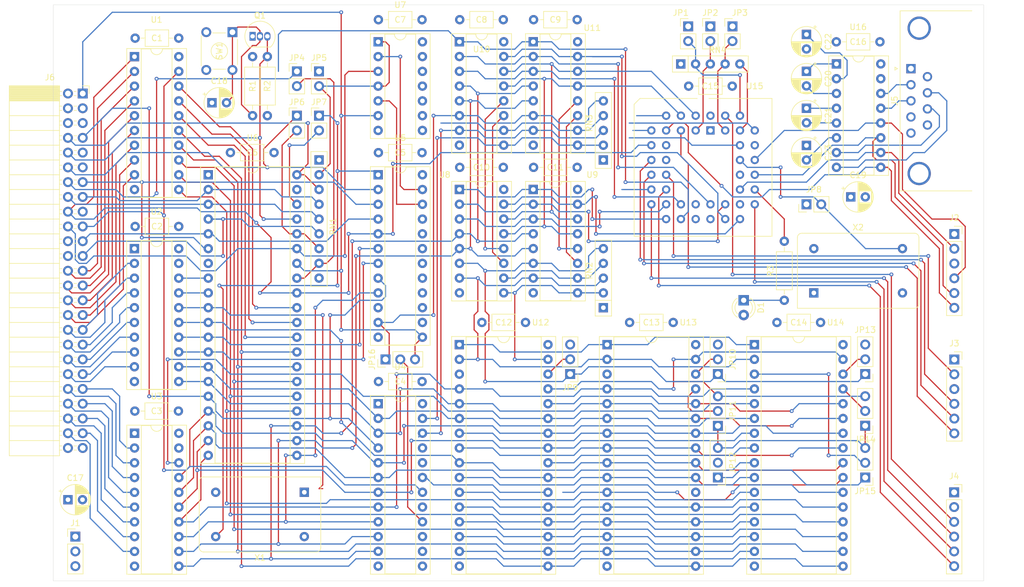
<source format=kicad_pcb>
(kicad_pcb (version 20211014) (generator pcbnew)
  (layers (0 "F.Cu" signal) (1 "In1.Cu" signal) (2 "In2.Cu" signal) (31 "B.Cu" signal) (34 "B.Paste" user) (35 "F.Paste" user) (36 "B.SilkS" user "B.Silkscreen") (37 "F.SilkS" user "F.Silkscreen") (38 "B.Mask" user) (39 "F.Mask" user) (44 "Edge.Cuts" user))
  (net 0 "")
  (net 1 "VCC")
  (net 2 "GND")
  (net 3 "Net-(C20-Pad1)")
  (net 4 "Net-(C21-Pad2)")
  (net 5 "Net-(D1-Pad1)")
  (net 6 "/RTSA")
  (net 8 "/RXDA")
  (net 9 "/TXDA")
  (net 10 "/CTSA")
  (net 11 "/RTSB")
  (net 13 "/RXDB")
  (net 14 "/TXDB")
  (net 15 "/CTSB")
  (net 16 "/SDMISO")
  (net 17 "/SDMOSI")
  (net 18 "/SDCLK")
  (net 19 "/SDCS")
  (net 22 "Net-(J5-Pad2)")
  (net 23 "Net-(J5-Pad3)")
  (net 26 "Net-(J5-Pad7)")
  (net 27 "Net-(J5-Pad8)")
  (net 29 "/XA15")
  (net 30 "/XA14")
  (net 31 "/XA13")
  (net 32 "/XA12")
  (net 33 "/XA11")
  (net 34 "/XA10")
  (net 35 "/XA9")
  (net 36 "/XA8")
  (net 37 "/XA7")
  (net 38 "/XA6")
  (net 39 "/XA5")
  (net 40 "/XA4")
  (net 41 "/XA3")
  (net 42 "/XA2")
  (net 43 "/XA1")
  (net 44 "/XA0")
  (net 45 "/XD7")
  (net 46 "/XD6")
  (net 47 "/XD5")
  (net 48 "/XD4")
  (net 49 "/XD3")
  (net 50 "/XD2")
  (net 51 "/XD1")
  (net 52 "/XD0")
  (net 53 "nFIRQ")
  (net 54 "BS")
  (net 55 "Q")
  (net 56 "nCSEXT")
  (net 57 "RnW")
  (net 58 "nIRQ")
  (net 59 "nNMI")
  (net 60 "nBREQ")
  (net 61 "BA")
  (net 62 "MRDY")
  (net 63 "nRST")
  (net 64 "nHALT")
  (net 65 "A8")
  (net 66 "E")
  (net 67 "/JP1")
  (net 68 "/JP2")
  (net 69 "/JP3")
  (net 70 "BUSY_BREQ")
  (net 71 "Net-(JP5-Pad2)")
  (net 72 "AVMA_MRDY")
  (net 73 "CLKX4")
  (net 74 "LIC_EXTAL")
  (net 75 "Net-(JP8-Pad2)")
  (net 76 "/QA17")
  (net 77 "Net-(JP9-Pad2)")
  (net 78 "/QA14")
  (net 79 "Net-(JP10-Pad2)")
  (net 80 "nWR")
  (net 81 "/QA15")
  (net 82 "Net-(JP11-Pad2)")
  (net 83 "Net-(JP12-Pad2)")
  (net 84 "Net-(JP13-Pad2)")
  (net 85 "Net-(JP14-Pad2)")
  (net 86 "Net-(JP15-Pad2)")
  (net 87 "QA21")
  (net 88 "/SPARE")
  (net 89 "QA20")
  (net 90 "QA19")
  (net 91 "/QA18")
  (net 92 "/QA16")
  (net 93 "/A4")
  (net 94 "/A5")
  (net 95 "/A13")
  (net 96 "16KMODE")
  (net 97 "QA13")
  (net 98 "/nCSIOINT")
  (net 99 "/nCSUART")
  (net 100 "nWRMMU1")
  (net 101 "nWRMMU0")
  (net 102 "nRD")
  (net 103 "/A8X")
  (net 104 "/EX")
  (net 105 "/QX")
  (net 106 "nENMMU")
  (net 107 "/A6")
  (net 108 "/A7")
  (net 109 "/A9")
  (net 110 "/A10")
  (net 111 "/A11")
  (net 112 "/A12")
  (net 113 "/A14")
  (net 114 "/A15")
  (net 115 "nENMMU1")
  (net 116 "nENMMU0")
  (net 117 "nCSRAM")
  (net 118 "nCSROM1")
  (net 119 "nCSROM0")
  (net 120 "/A0")
  (net 121 "/A1")
  (net 122 "/A2")
  (net 123 "/A3")
  (net 124 "/D7")
  (net 125 "/D6")
  (net 126 "/D5")
  (net 127 "/D4")
  (net 128 "/D3")
  (net 129 "/D2")
  (net 130 "/D1")
  (net 131 "/D0")
  (net 138 "Net-(C18-Pad2)")
  (net 147 "Net-(C20-Pad2)")
  (net 148 "Net-(C21-Pad1)")
  (net 149 "Net-(C22-Pad1)")
  (net 150 "Net-(C23-Pad2)")
  (net 152 "Net-(R3-Pad2)")
  (net 153 "Net-(RN4-Pad5)")
  (footprint "Connector_PinHeader_2.54mm:PinHeader_1x03_P2.54mm_Vertical" (layer "F.Cu") (at 218.385 114.285 180)
    (fp_text reference "JP13")
    (fp_text value "Jumper_3_Bridged12")
  )
  (footprint "Connector_PinHeader_2.54mm:PinHeader_1x03_P2.54mm_Vertical" (layer "F.Cu") (at 218.38 123.175 180)
    (fp_text reference "JP14")
    (fp_text value "Jumper_3_Bridged12")
  )
  (footprint "Resistor_THT:R_Axial_DIN0207_L6.3mm_D2.5mm_P10.16mm_Horizontal" (layer "F.Cu") (at 204.47 101.6 90)
    (fp_text reference "R3")
    (fp_text value "470R")
  )
  (footprint "Package_DIP:DIP-16_W7.62mm_Socket" (layer "F.Cu") (at 148.6 57.14)
    (fp_text reference "U10")
    (fp_text value "74LS670")
  )
  (footprint "Capacitor_THT:C_Axial_L3.8mm_D2.6mm_P7.50mm_Horizontal" (layer "F.Cu") (at 109.22 76.195)
    (fp_text reference "C6")
    (fp_text value "100n")
  )
  (footprint "Capacitor_THT:C_Axial_L3.8mm_D2.6mm_P7.50mm_Horizontal" (layer "F.Cu") (at 213.42 57.15)
    (fp_text reference "C16")
    (fp_text value "100n")
  )
  (footprint "Connector_PinHeader_2.54mm:PinHeader_1x02_P2.54mm_Vertical" (layer "F.Cu") (at 124.46 62.23)
    (fp_text reference "JP5")
    (fp_text value "Jumper_2_Bridged")
  )
  (footprint "Connector_PinHeader_2.54mm:PinHeader_1x03_P2.54mm_Vertical" (layer "F.Cu") (at 193.045 132.065 180)
    (fp_text reference "JP12")
    (fp_text value "Jumper_3_Bridged12")
  )
  (footprint "Capacitor_THT:CP_Radial_D5.0mm_P2.50mm" (layer "F.Cu") (at 208.28 62.23 -90)
    (fp_text reference "C20")
    (fp_text value "1u")
  )
  (footprint "Capacitor_THT:CP_Radial_D5.0mm_P2.50mm" (layer "F.Cu") (at 215.9 83.82)
    (fp_text reference "C19")
    (fp_text value "1u")
  )
  (footprint "Connector_PinSocket_2.54mm:PinSocket_2x25_P2.54mm_Horizontal" (layer "F.Cu") (at 83.82 66.04)
    (fp_text reference "J6")
    (fp_text value "Conn_02x25_Odd_Even")
  )
  (footprint "Capacitor_THT:C_Axial_L3.8mm_D2.6mm_P7.50mm_Horizontal" (layer "F.Cu") (at 177.865 105.41)
    (fp_text reference "C13")
    (fp_text value "100n")
  )
  (footprint "Package_DIP:DIP-16_W7.62mm_Socket" (layer "F.Cu") (at 213.44 60.95)
    (fp_text reference "U16")
    (fp_text value "MAX232")
  )
  (footprint "Resistor_THT:R_Axial_DIN0207_L6.3mm_D2.5mm_P10.16mm_Horizontal" (layer "F.Cu") (at 113.03 69.85 90)
    (fp_text reference "R1")
    (fp_text value "100K")
  )
  (footprint "Connector_PinHeader_2.54mm:PinHeader_1x02_P2.54mm_Vertical" (layer "F.Cu") (at 208.28 85.09 90)
    (fp_text reference "JP8")
    (fp_text value "Jumper_2_Open")
  )
  (footprint "Package_TO_SOT_THT:TO-92_Inline" (layer "F.Cu") (at 113.03 56.1975)
    (fp_text reference "Q1")
    (fp_text value "2N7000")
  )
  (footprint "Connector_PinHeader_2.54mm:PinHeader_1x02_P2.54mm_Vertical" (layer "F.Cu") (at 120.65 69.85)
    (fp_text reference "JP6")
    (fp_text value "Jumper_2_Open")
  )
  (footprint "Package_DIP:DIP-20_W7.62mm_Socket" (layer "F.Cu") (at 92.71 92.71)
    (fp_text reference "U2")
    (fp_text value "74LS245")
  )
  (footprint "Connector_PinHeader_2.54mm:PinHeader_1x02_P2.54mm_Vertical" (layer "F.Cu") (at 195.56 54.49)
    (fp_text reference "JP3")
    (fp_text value "Jumper_2_Open")
  )
  (footprint "Resistor_THT:R_Array_SIP5" (layer "F.Cu") (at 173.355 102.87 90)
    (fp_text reference "RN2")
    (fp_text value "10K")
  )
  (footprint "Package_DIP:DIP-14_W7.62mm_Socket" (layer "F.Cu") (at 134.62 57.15)
    (fp_text reference "U7")
    (fp_text value "74HCT125")
  )
  (footprint "Package_DIP:DIP-40_W15.24mm_Socket" (layer "F.Cu") (at 105.41 80.01)
    (fp_text reference "U6")
    (fp_text value "MC6809E")
  )
  (footprint "Package_DIP:DIP-24_W7.62mm_Socket" (layer "F.Cu") (at 134.62 80.01)
    (fp_text reference "U5")
    (fp_text value "ATF22V10C")
  )
  (footprint "Capacitor_THT:C_Axial_L3.8mm_D2.6mm_P7.50mm_Horizontal" (layer "F.Cu") (at 134.67 53.345)
    (fp_text reference "C7")
    (fp_text value "100n")
  )
  (footprint "Capacitor_THT:CP_Radial_D5.0mm_P2.50mm" (layer "F.Cu") (at 208.28 74.97 -90)
    (fp_text reference "C23")
    (fp_text value "1u")
  )
  (footprint "Capacitor_THT:C_Axial_L3.8mm_D2.6mm_P7.50mm_Horizontal" (layer "F.Cu") (at 100.33 88.9 180)
    (fp_text reference "C2")
    (fp_text value "100n")
  )
  (footprint "Package_LCC:PLCC-44_THT-Socket" (layer "F.Cu") (at 191.77 72.39)
    (fp_text reference "U15")
    (fp_text value "XR68C681CJ")
  )
  (footprint "Connector_PinSocket_2.54mm:PinSocket_1x06_P2.54mm_Vertical" (layer "F.Cu") (at 233.705 111.785)
    (fp_text reference "J3")
    (fp_text value "Conn_01x06_Male")
  )
  (footprint "Connector_PinHeader_2.54mm:PinHeader_1x02_P2.54mm_Vertical" (layer "F.Cu") (at 124.46 69.85)
    (fp_text reference "JP7")
    (fp_text value "Jumper_2_Open")
  )
  (footprint "Resistor_THT:R_Array_SIP9" (layer "F.Cu") (at 124.46 77.465 -90)
    (fp_text reference "RN1")
    (fp_text value "4K7")
  )
  (footprint "Package_DIP:DIP-20_W7.62mm_Socket" (layer "F.Cu") (at 92.73 124.465)
    (fp_text reference "U3")
    (fp_text value "74LS245")
  )
  (footprint "LED_THT:LED_D3.0mm" (layer "F.Cu") (at 197.485 101.595 -90)
    (fp_text reference "D1")
    (fp_text value "LED")
  )
  (footprint "Capacitor_THT:CP_Radial_D5.0mm_P2.50mm" (layer "F.Cu") (at 106.045 67.6275)
    (fp_text reference "C18")
    (fp_text value "1u")
  )
  (footprint "Capacitor_THT:C_Axial_L3.8mm_D2.6mm_P7.50mm_Horizontal" (layer "F.Cu") (at 188.02 64.77)
    (fp_text reference "C15")
    (fp_text value "100n")
  )
  (footprint "Button_Switch_THT:SW_TH_Tactile_Omron_B3F-10xx" (layer "F.Cu") (at 109.565 55.4875 -90)
    (fp_text reference "SW1")
    (fp_text value "SW_Push")
  )
  (footprint "Connector_PinHeader_2.54mm:PinHeader_1x02_P2.54mm_Vertical" (layer "F.Cu") (at 120.65 62.23)
    (fp_text reference "JP4")
    (fp_text value "Jumper_2_Bridged")
  )
  (footprint "Resistor_THT:R_Array_SIP5" (layer "F.Cu") (at 186.67 60.96)
    (fp_text reference "RN4")
    (fp_text value "4K7")
  )
  (footprint "Connector_PinHeader_2.54mm:PinHeader_1x03_P2.54mm_Vertical" (layer "F.Cu") (at 193.045 123.19 180)
    (fp_text reference "JP11")
    (fp_text value "Jumper_3_Bridged12")
  )
  (footprint "Capacitor_THT:C_Axial_L3.8mm_D2.6mm_P7.50mm_Horizontal" (layer "F.Cu") (at 161.35 53.34)
    (fp_text reference "C9")
    (fp_text value "100n")
  )
  (footprint "Capacitor_THT:CP_Radial_D5.0mm_P2.50mm" (layer "F.Cu") (at 208.28 68.58 -90)
    (fp_text reference "C21")
    (fp_text value "1u")
  )
  (footprint "Resistor_THT:R_Array_SIP5" (layer "F.Cu") (at 173.355 77.47 90)
    (fp_text reference "RN3")
    (fp_text value "10K")
  )
  (footprint "Package_DIP:DIP-16_W7.62mm_Socket" (layer "F.Cu") (at 148.6 82.54)
    (fp_text reference "U8")
    (fp_text value "74LS670")
  )
  (footprint "Connector_PinHeader_2.54mm:PinHeader_1x03_P2.54mm_Vertical" (layer "F.Cu") (at 167.645 114.285 180)
    (fp_text reference "JP9")
    (fp_text value "Jumper_3_Bridged12")
  )
  (footprint "Package_DIP:DIP-16_W7.62mm_Socket" (layer "F.Cu") (at 161.3 82.54)
    (fp_text reference "U9")
    (fp_text value "74LS670")
  )
  (footprint "Capacitor_THT:C_Axial_L3.8mm_D2.6mm_P7.50mm_Horizontal" (layer "F.Cu") (at 134.68 115.57)
    (fp_text reference "C4")
    (fp_text value "100n")
  )
  (footprint "Package_DIP:DIP-20_W7.62mm_Socket" (layer "F.Cu") (at 92.72 59.695)
    (fp_text reference "U1")
    (fp_text value "74LS245")
  )
  (footprint "Oscillator:Oscillator_DIP-14" (layer "F.Cu") (at 209.55 100.33)
    (fp_text reference "X2")
    (fp_text value "3.6864MHz")
  )
  (footprint "Connector_PinSocket_2.54mm:PinSocket_1x06_P2.54mm_Vertical" (layer "F.Cu") (at 233.68 134.62)
    (fp_text reference "J4")
    (fp_text value "Conn_01x06_Male")
  )
  (footprint "Capacitor_THT:C_Axial_L3.8mm_D2.6mm_P7.50mm_Horizontal" (layer "F.Cu") (at 134.67 76.205)
    (fp_text reference "C5")
    (fp_text value "100n")
  )
  (footprint "Capacitor_THT:C_Axial_L3.8mm_D2.6mm_P7.50mm_Horizontal" (layer "F.Cu") (at 100.33 56.515 180)
    (fp_text reference "C1")
    (fp_text value "100n")
  )
  (footprint "Resistor_THT:R_Axial_DIN0207_L6.3mm_D2.5mm_P10.16mm_Horizontal" (layer "F.Cu") (at 115.57 69.85 90)
    (fp_text reference "R2")
    (fp_text value "3K6")
  )
  (footprint "Capacitor_THT:C_Axial_L3.8mm_D2.6mm_P7.50mm_Horizontal" (layer "F.Cu") (at 161.35 78.74)
    (fp_text reference "C11")
    (fp_text value "100n")
  )
  (footprint "Capacitor_THT:CP_Radial_D5.0mm_P2.50mm" (layer "F.Cu") (at 208.28 55.88 -90)
    (fp_text reference "C22")
    (fp_text value "1u")
  )
  (footprint "Capacitor_THT:C_Axial_L3.8mm_D2.6mm_P7.50mm_Horizontal" (layer "F.Cu") (at 148.65 78.74)
    (fp_text reference "C10")
    (fp_text value "100n")
  )
  (footprint "Capacitor_THT:C_Axial_L3.8mm_D2.6mm_P7.50mm_Horizontal" (layer "F.Cu") (at 148.65 53.34)
    (fp_text reference "C8")
    (fp_text value "100n")
  )
  (footprint "Capacitor_THT:C_Axial_L3.8mm_D2.6mm_P7.50mm_Horizontal" (layer "F.Cu") (at 92.78 120.65)
    (fp_text reference "C3")
    (fp_text value "100n")
  )
  (footprint "Capacitor_THT:CP_Radial_D5.0mm_P2.50mm" (layer "F.Cu") (at 81.28 135.89)
    (fp_text reference "C17")
    (fp_text value "47uF")
  )
  (footprint "Package_DIP:DIP-24_W7.62mm_Socket" (layer "F.Cu") (at 134.63 119.375)
    (fp_text reference "U4")
    (fp_text value "ATF22V10C")
  )
  (footprint "Capacitor_THT:C_Axial_L3.8mm_D2.6mm_P7.50mm_Horizontal" (layer "F.Cu") (at 152.465 105.41)
    (fp_text reference "C12")
    (fp_text value "100n")
  )
  (footprint "Package_DIP:DIP-32_W15.24mm_Socket" (layer "F.Cu") (at 199.33 109.22)
    (fp_text reference "U14")
    (fp_text value "SST39SF040-DIP")
  )
  (footprint "Connector_Dsub:DSUB-9_Female_Horizontal_P2.77x2.84mm_EdgePinOffset7.70mm_Housed_MountingHolesOffset9.12mm" (layer "F.Cu") (at 226.249669 61.76 90)
    (fp_text reference "J5")
    (fp_text value "DB9_Female_MountingHoles")
  )
  (footprint "Connector_PinHeader_2.54mm:PinHeader_1x03_P2.54mm_Vertical" (layer "F.Cu") (at 218.385 132.08 180)
    (fp_text reference "JP15")
    (fp_text value "Jumper_3_Bridged12")
  )
  (footprint "Oscillator:Oscillator_DIP-14" (layer "F.Cu") (at 121.925 134.615 180)
    (fp_text reference "X1")
    (fp_text value "8MHz")
  )
  (footprint "Connector_PinHeader_2.54mm:PinHeader_1x02_P2.54mm_Vertical" (layer "F.Cu") (at 191.75 54.49)
    (fp_text reference "JP2")
    (fp_text value "Jumper_2_Open")
  )
  (footprint "Connector_PinHeader_2.54mm:PinHeader_1x03_P2.54mm_Vertical" (layer "F.Cu") (at 135.89 111.76 90)
    (fp_text reference "JP16")
    (fp_text value "Jumper_3_Open")
  )
  (footprint "Package_DIP:DIP-32_W15.24mm_Socket" (layer "F.Cu") (at 148.59 109.22)
    (fp_text reference "U12")
    (fp_text value "AS6C4008-55PCN")
  )
  (footprint "Connector_PinHeader_2.54mm:PinHeader_1x02_P2.54mm_Vertical" (layer "F.Cu") (at 187.94 54.49)
    (fp_text reference "JP1")
    (fp_text value "Jumper_2_Open")
  )
  (footprint "Package_DIP:DIP-16_W7.62mm_Socket" (layer "F.Cu") (at 161.3 57.14)
    (fp_text reference "U11")
    (fp_text value "74LS670")
  )
  (footprint "Package_DIP:DIP-32_W15.24mm_Socket" (layer "F.Cu") (at 173.99 109.22)
    (fp_text reference "U13")
    (fp_text value "SST39SF040-DIP")
  )
  (footprint "Capacitor_THT:C_Axial_L3.8mm_D2.6mm_P7.50mm_Horizontal" (layer "F.Cu") (at 203.205 105.41)
    (fp_text reference "C14")
    (fp_text value "100n")
  )
  (footprint "Connector_PinHeader_2.54mm:PinHeader_1x03_P2.54mm_Vertical" (layer "F.Cu") (at 193.045 114.285 180)
    (fp_text reference "JP10")
    (fp_text value "Jumper_3_Bridged12")
  )
  (footprint "Connector_PinSocket_2.54mm:PinSocket_1x06_P2.54mm_Vertical" (layer "F.Cu") (at 233.705 90.195)
    (fp_text reference "J2")
    (fp_text value "Conn_01x06_Male")
  )
  (footprint "Connector_PinHeader_2.54mm:PinHeader_1x03_P2.54mm_Vertical" (layer "F.Cu") (at 82.55 142.24)
    (fp_text reference "J1")
    (fp_text value "Conn_01x03_Male")
  )
  (gr_rect locked (start 78.74 50.8) (end 238.76 149.86) (layer "Edge.Cuts") (width 0.05) (fill none))
  (segment (start 208.28 62.23) (end 209.56 60.95) (width 0.2032) (layer "B.Cu") (net 3))
  (segment (start 209.56 60.95) (end 213.44 60.95) (width 0.2032) (layer "B.Cu") (net 3))
  (segment (start 213.41 71.08) (end 213.44 71.11) (width 0.2032) (layer "B.Cu") (net 4))
  (segment (start 208.28 71.08) (end 213.41 71.08) (width 0.2032) (layer "B.Cu") (net 4))
  (segment (start 197.485 101.595) (end 204.465 101.595) (width 0.2032) (layer "B.Cu") (net 5))
  (segment (start 204.465 101.595) (end 204.47 101.6) (width 0.2032) (layer "B.Cu") (net 5))
  (segment (start 233.705 92.735) (end 224.155 83.185) (width 0.2032) (layer "F.Cu") (net 6))
  (segment (start 224.155 83.185) (end 224.155 77.47) (width 0.2032) (layer "F.Cu") (net 6))
  (segment (start 224.155 77.47) (end 222.875 76.19) (width 0.2032) (layer "F.Cu") (net 6))
  (segment (start 222.875 76.19) (end 221.06 76.19) (width 0.2032) (layer "F.Cu") (net 6))
  (segment (start 217.17 77.47) (end 212.09 77.47) (width 0.2032) (layer "B.Cu") (net 6))
  (segment (start 221.06 76.19) (end 218.45 76.19) (width 0.2032) (layer "B.Cu") (net 6))
  (segment (start 208.28 81.28) (end 198.12 81.28) (width 0.2032) (layer "B.Cu") (net 6))
  (segment (start 218.45 76.19) (end 217.17 77.47) (width 0.2032) (layer "B.Cu") (net 6))
  (segment (start 198.12 81.28) (end 196.85 82.55) (width 0.2032) (layer "B.Cu") (net 6))
  (segment (start 212.09 77.47) (end 208.28 81.28) (width 0.2032) (layer "B.Cu") (net 6))
  (segment (start 224.79 82.55) (end 229.87 87.63) (width 0.2032) (layer "F.Cu") (net 8))
  (segment (start 224.79 73.025) (end 224.79 82.55) (width 0.2032) (layer "F.Cu") (net 8))
  (segment (start 221.07 71.12) (end 222.885 71.12) (width 0.2032) (layer "F.Cu") (net 8))
  (segment (start 229.87 87.63) (end 234.315 87.63) (width 0.2032) (layer "F.Cu") (net 8))
  (segment (start 235.585 95.935) (end 233.705 97.815) (width 0.2032) (layer "F.Cu") (net 8))
  (segment (start 221.06 71.11) (end 221.07 71.12) (width 0.2032) (layer "F.Cu") (net 8))
  (segment (start 234.315 87.63) (end 235.585 88.9) (width 0.2032) (layer "F.Cu") (net 8))
  (segment (start 235.585 88.9) (end 235.585 95.935) (width 0.2032) (layer "F.Cu") (net 8))
  (segment (start 222.885 71.12) (end 224.79 73.025) (width 0.2032) (layer "F.Cu") (net 8))
  (segment (start 218.44 71.12) (end 217.17 72.39) (width 0.2032) (layer "B.Cu") (net 8))
  (segment (start 221.06 71.11) (end 221.05 71.12) (width 0.2032) (layer "B.Cu") (net 8))
  (segment (start 204.47 72.39) (end 199.39 77.47) (width 0.2032) (layer "B.Cu") (net 8))
  (segment (start 221.05 71.12) (end 218.44 71.12) (width 0.2032) (layer "B.Cu") (net 8))
  (segment (start 217.17 72.39) (end 204.47 72.39) (width 0.2032) (layer "B.Cu") (net 8))
  (segment (start 221.06 73.65) (end 220.355 73.65) (width 0.2032) (layer "F.Cu") (net 9))
  (segment (start 223.52 83.82) (end 231.775 92.075) (width 0.2032) (layer "F.Cu") (net 9))
  (segment (start 219.71 74.295) (end 219.71 76.835) (width 0.2032) (layer "F.Cu") (net 9))
  (segment (start 220.345 77.47) (end 222.885 77.47) (width 0.2032) (layer "F.Cu") (net 9))
  (segment (start 222.885 77.47) (end 223.52 78.105) (width 0.2032) (layer "F.Cu") (net 9))
  (segment (start 231.775 99.06) (end 233.07 100.355) (width 0.2032) (layer "F.Cu") (net 9))
  (segment (start 219.71 76.835) (end 220.345 77.47) (width 0.2032) (layer "F.Cu") (net 9))
  (segment (start 223.52 78.105) (end 223.52 83.82) (width 0.2032) (layer "F.Cu") (net 9))
  (segment (start 220.355 73.65) (end 219.71 74.295) (width 0.2032) (layer "F.Cu") (net 9))
  (segment (start 233.07 100.355) (end 233.705 100.355) (width 0.2032) (layer "F.Cu") (net 9))
  (segment (start 231.775 92.075) (end 231.775 99.06) (width 0.2032) (layer "F.Cu") (net 9))
  (segment (start 221.06 73.65) (end 218.45 73.65) (width 0.2032) (layer "B.Cu") (net 9))
  (segment (start 218.45 73.65) (end 217.17 74.93) (width 0.2032) (layer "B.Cu") (net 9))
  (segment (start 207.645 80.01) (end 199.39 80.01) (width 0.2032) (layer "B.Cu") (net 9))
  (segment (start 217.17 74.93) (end 212.725 74.93) (width 0.2032) (layer "B.Cu") (net 9))
  (segment (start 212.725 74.93) (end 207.645 80.01) (width 0.2032) (layer "B.Cu") (net 9))
  (segment (start 222.24 78.73) (end 222.885 79.375) (width 0.2032) (layer "F.Cu") (net 10))
  (segment (start 193.675 81.915) (end 187.96 76.2) (width 0.2032) (layer "F.Cu") (net 10))
  (segment (start 221.06 78.73) (end 222.24 78.73) (width 0.2032) (layer "F.Cu") (net 10))
  (segment (start 185.42 71.12) (end 184.15 72.39) (width 0.2032) (layer "F.Cu") (net 10))
  (segment (start 187.96 71.755) (end 187.325 71.12) (width 0.2032) (layer "F.Cu") (net 10))
  (segment (start 222.885 84.455) (end 231.14 92.71) (width 0.2032) (layer "F.Cu") (net 10))
  (segment (start 187.96 76.2) (end 187.96 71.755) (width 0.2032) (layer "F.Cu") (net 10))
  (segment (start 222.885 79.375) (end 222.885 84.455) (width 0.2032) (layer "F.Cu") (net 10))
  (segment (start 187.325 71.12) (end 185.42 71.12) (width 0.2032) (layer "F.Cu") (net 10))
  (segment (start 231.14 92.71) (end 231.14 100.33) (width 0.2032) (layer "F.Cu") (net 10))
  (segment (start 231.14 100.33) (end 233.705 102.895) (width 0.2032) (layer "F.Cu") (net 10))
  (via (at 193.675 81.915) (size 0.6604) (drill 0.3048) (layers "F.Cu" "B.Cu") (net 10))
  (segment (start 217.17 80.01) (end 218.45 78.73) (width 0.2032) (layer "B.Cu") (net 10))
  (segment (start 211.455 80.01) (end 217.17 80.01) (width 0.2032) (layer "B.Cu") (net 10))
  (segment (start 195.58 83.82) (end 200.66 83.82) (width 0.2032) (layer "B.Cu") (net 10))
  (segment (start 193.675 81.915) (end 195.58 83.82) (width 0.2032) (layer "B.Cu") (net 10))
  (segment (start 200.66 83.82) (end 201.93 82.55) (width 0.2032) (layer "B.Cu") (net 10))
  (segment (start 201.93 82.55) (end 208.915 82.55) (width 0.2032) (layer "B.Cu") (net 10))
  (segment (start 218.45 78.73) (end 221.06 78.73) (width 0.2032) (layer "B.Cu") (net 10))
  (segment (start 208.915 82.55) (end 211.455 80.01) (width 0.2032) (layer "B.Cu") (net 10))
  (segment (start 185.42 81.28) (end 185.42 93.98) (width 0.2032) (layer "F.Cu") (net 11))
  (segment (start 184.15 80.01) (end 185.42 81.28) (width 0.2032) (layer "F.Cu") (net 11))
  (segment (start 229.235 109.855) (end 233.705 114.325) (width 0.2032) (layer "F.Cu") (net 11))
  (segment (start 229.235 93.98) (end 229.235 109.855) (width 0.2032) (layer "F.Cu") (net 11))
  (via (at 229.235 93.98) (size 0.6604) (drill 0.3048) (layers "F.Cu" "B.Cu") (net 11))
  (via (at 185.42 93.98) (size 0.6604) (drill 0.3048) (layers "F.Cu" "B.Cu") (net 11))
  (segment (start 229.235 93.98) (end 185.42 93.98) (width 0.2032) (layer "B.Cu") (net 11))
  (segment (start 228.6 95.25) (end 228.6 114.3) (width 0.2032) (layer "F.Cu") (net 13))
  (segment (start 228.6 114.3) (end 233.705 119.405) (width 0.2032) (layer "F.Cu") (net 13))
  (segment (start 179.705 79.375) (end 181.61 77.47) (width 0.2032) (layer "F.Cu") (net 13))
  (segment (start 227.965 94.615) (end 228.6 95.25) (width 0.2032) (layer "F.Cu") (net 13))
  (segment (start 179.705 94.615) (end 179.705 79.375) (width 0.2032) (layer "F.Cu") (net 13))
  (via (at 179.705 94.615) (size 0.6604) (drill 0.3048) (layers "F.Cu" "B.Cu") (net 13))
  (via (at 227.965 94.615) (size 0.6604) (drill 0.3048) (layers "F.Cu" "B.Cu") (net 13))
  (segment (start 227.965 94.615) (end 179.705 94.615) (width 0.2032) (layer "B.Cu") (net 13))
  (segment (start 227.965 116.205) (end 233.705 121.945) (width 0.2032) (layer "F.Cu") (net 14))
  (segment (start 226.695 95.25) (end 227.965 96.52) (width 0.2032) (layer "F.Cu") (net 14))
  (segment (start 180.34 95.25) (end 180.34 81.28) (width 0.2032) (layer "F.Cu") (net 14))
  (segment (start 180.34 81.28) (end 181.61 80.01) (width 0.2032) (layer "F.Cu") (net 14))
  (segment (start 227.965 96.52) (end 227.965 116.205) (width 0.2032) (layer "F.Cu") (net 14))
  (via (at 226.695 95.25) (size 0.6604) (drill 0.3048) (layers "F.Cu" "B.Cu") (net 14))
  (via (at 180.34 95.25) (size 0.6604) (drill 0.3048) (layers "F.Cu" "B.Cu") (net 14))
  (segment (start 226.695 95.25) (end 180.34 95.25) (width 0.2032) (layer "B.Cu") (net 14))
  (segment (start 186.69 76.835) (end 187.96 78.105) (width 0.2032) (layer "F.Cu") (net 15))
  (segment (start 225.425 95.885) (end 227.33 97.79) (width 0.2032) (layer "F.Cu") (net 15))
  (segment (start 186.69 72.39) (end 186.69 76.835) (width 0.2032) (layer "F.Cu") (net 15))
  (segment (start 227.33 118.11) (end 233.705 124.485) (width 0.2032) (layer "F.Cu") (net 15))
  (segment (start 227.33 97.79) (end 227.33 118.11) (width 0.2032) (layer "F.Cu") (net 15))
  (segment (start 187.96 78.105) (end 187.96 95.885) (width 0.2032) (layer "F.Cu") (net 15))
  (via (at 225.425 95.885) (size 0.6604) (drill 0.3048) (layers "F.Cu" "B.Cu") (net 15))
  (via (at 187.96 95.885) (size 0.6604) (drill 0.3048) (layers "F.Cu" "B.Cu") (net 15))
  (segment (start 225.425 95.885) (end 187.96 95.885) (width 0.2032) (layer "B.Cu") (net 15))
  (segment (start 195.58 71.12) (end 195.58 97.155) (width 0.2032) (layer "F.Cu") (net 16))
  (segment (start 194.31 69.85) (end 195.58 71.12) (width 0.2032) (layer "F.Cu") (net 16))
  (segment (start 222.885 128.905) (end 222.885 97.155) (width 0.2032) (layer "F.Cu") (net 16))
  (segment (start 233.68 139.7) (end 222.885 128.905) (width 0.2032) (layer "F.Cu") (net 16))
  (via (at 222.885 97.155) (size 0.6604) (drill 0.3048) (layers "F.Cu" "B.Cu") (net 16))
  (via (at 195.58 97.155) (size 0.6604) (drill 0.3048) (layers "F.Cu" "B.Cu") (net 16))
  (segment (start 222.25 97.155) (end 195.58 97.155) (width 0.2032) (layer "B.Cu") (net 16))
  (segment (start 222.885 97.155) (end 222.25 97.155) (width 0.2032) (layer "B.Cu") (net 16))
  (segment (start 222.25 130.81) (end 233.68 142.24) (width 0.2032) (layer "F.Cu") (net 17))
  (segment (start 222.25 98.425) (end 222.25 130.81) (width 0.2032) (layer "F.Cu") (net 17))
  (segment (start 221.615 97.79) (end 222.25 98.425) (width 0.2032) (layer "F.Cu") (net 17))
  (segment (start 181.61 85.09) (end 181.61 97.79) (width 0.2032) (layer "F.Cu") (net 17))
  (via (at 181.61 97.79) (size 0.6604) (drill 0.3048) (layers "F.Cu" "B.Cu") (net 17))
  (via (at 221.615 97.79) (size 0.6604) (drill 0.3048) (layers "F.Cu" "B.Cu") (net 17))
  (segment (start 221.615 97.79) (end 181.61 97.79) (width 0.2032) (layer "B.Cu") (net 17))
  (segment (start 221.615 132.715) (end 233.68 144.78) (width 0.2032) (layer "F.Cu") (net 18))
  (segment (start 221.615 99.695) (end 221.615 132.715) (width 0.2032) (layer "F.Cu") (net 18))
  (segment (start 220.345 98.425) (end 221.615 99.695) (width 0.2032) (layer "F.Cu") (net 18))
  (segment (start 199.39 85.09) (end 199.39 98.425) (width 0.2032) (layer "F.Cu") (net 18))
  (via (at 220.345 98.425) (size 0.6604) (drill 0.3048) (layers "F.Cu" "B.Cu") (net 18))
  (via (at 199.39 98.425) (size 0.6604) (drill 0.3048) (layers "F.Cu" "B.Cu") (net 18))
  (segment (start 220.345 98.425) (end 199.39 98.425) (width 0.2032) (layer "B.Cu") (net 18))
  (segment (start 220.98 100.965) (end 220.98 134.62) (width 0.2032) (layer "F.Cu") (net 19))
  (segment (start 182.88 83.82) (end 182.88 99.06) (width 0.2032) (layer "F.Cu") (net 19))
  (segment (start 184.15 82.55) (end 182.88 83.82) (width 0.2032) (layer "F.Cu") (net 19))
  (segment (start 220.98 134.62) (end 233.68 147.32) (width 0.2032) (layer "F.Cu") (net 19))
  (segment (start 219.075 99.06) (end 220.98 100.965) (width 0.2032) (layer "F.Cu") (net 19))
  (via (at 219.075 99.06) (size 0.6604) (drill 0.3048) (layers "F.Cu" "B.Cu") (net 19))
  (via (at 182.88 99.06) (size 0.6604) (drill 0.3048) (layers "F.Cu" "B.Cu") (net 19))
  (segment (start 219.075 99.06) (end 182.88 99.06) (width 0.2032) (layer "B.Cu") (net 19))
  (segment (start 221.06 66.03) (end 222.26 66.03) (width 0.2032) (layer "B.Cu") (net 22))
  (segment (start 223.76 64.53) (end 226.249669 64.53) (width 0.2032) (layer "B.Cu") (net 22))
  (segment (start 222.26 66.03) (end 223.76 64.53) (width 0.2032) (layer "B.Cu") (net 22))
  (segment (start 224.165 67.3) (end 226.249669 67.3) (width 0.2032) (layer "B.Cu") (net 23))
  (segment (start 222.895 68.57) (end 224.165 67.3) (width 0.2032) (layer "B.Cu") (net 23))
  (segment (start 221.06 68.57) (end 222.895 68.57) (width 0.2032) (layer "B.Cu") (net 23))
  (segment (start 228.6 76.2) (end 232.41 72.39) (width 0.2032) (layer "B.Cu") (net 26))
  (segment (start 225.425 77.47) (end 226.695 76.2) (width 0.2032) (layer "B.Cu") (net 26))
  (segment (start 213.44 78.73) (end 217.18 78.73) (width 0.2032) (layer "B.Cu") (net 26))
  (segment (start 226.695 76.2) (end 228.6 76.2) (width 0.2032) (layer "B.Cu") (net 26))
  (segment (start 217.18 78.73) (end 218.44 77.47) (width 0.2032) (layer "B.Cu") (net 26))
  (segment (start 232.41 67.31) (end 231.015 65.915) (width 0.2032) (layer "B.Cu") (net 26))
  (segment (start 218.44 77.47) (end 225.425 77.47) (width 0.2032) (layer "B.Cu") (net 26))
  (segment (start 231.015 65.915) (end 229.089669 65.915) (width 0.2032) (layer "B.Cu") (net 26))
  (segment (start 232.41 72.39) (end 232.41 67.31) (width 0.2032) (layer "B.Cu") (net 26))
  (segment (start 231.14 69.85) (end 231.14 71.755) (width 0.2032) (layer "B.Cu") (net 27))
  (segment (start 229.975 68.685) (end 231.14 69.85) (width 0.2032) (layer "B.Cu") (net 27))
  (segment (start 229.089669 68.685) (end 229.975 68.685) (width 0.2032) (layer "B.Cu") (net 27))
  (segment (start 231.14 71.755) (end 227.965 74.93) (width 0.2032) (layer "B.Cu") (net 27))
  (segment (start 217.18 76.19) (end 213.44 76.19) (width 0.2032) (layer "B.Cu") (net 27))
  (segment (start 227.965 74.93) (end 218.44 74.93) (width 0.2032) (layer "B.Cu") (net 27))
  (segment (start 218.44 74.93) (end 217.18 76.19) (width 0.2032) (layer "B.Cu") (net 27))
  (segment (start 92.73 144.785) (end 92.725 144.78) (width 0.2032) (layer "B.Cu") (net 29))
  (segment (start 82.55 125.73) (end 81.28 124.46) (width 0.2032) (layer "B.Cu") (net 29))
  (segment (start 90.805 144.78) (end 85.09 139.065) (width 0.2032) (layer "B.Cu") (net 29))
  (segment (start 85.09 126.365) (end 84.455 125.73) (width 0.2032) (layer "B.Cu") (net 29))
  (segment (start 92.725 144.78) (end 90.805 144.78) (width 0.2032) (layer "B.Cu") (net 29))
  (segment (start 85.09 139.065) (end 85.09 126.365) (width 0.2032) (layer "B.Cu") (net 29))
  (segment (start 84.455 125.73) (end 82.55 125.73) (width 0.2032) (layer "B.Cu") (net 29))
  (segment (start 86.36 137.795) (end 90.81 142.245) (width 0.2032) (layer "B.Cu") (net 30))
  (segment (start 83.82 124.46) (end 85.09 124.46) (width 0.2032) (layer "B.Cu") (net 30))
  (segment (start 90.81 142.245) (end 92.73 142.245) (width 0.2032) (layer "B.Cu") (net 30))
  (segment (start 86.36 125.73) (end 86.36 137.795) (width 0.2032) (layer "B.Cu") (net 30))
  (segment (start 85.09 124.46) (end 86.36 125.73) (width 0.2032) (layer "B.Cu") (net 30))
  (segment (start 90.81 139.705) (end 92.73 139.705) (width 0.2032) (layer "B.Cu") (net 31))
  (segment (start 86.995 135.89) (end 90.81 139.705) (width 0.2032) (layer "B.Cu") (net 31))
  (segment (start 82.55 123.19) (end 85.725 123.19) (width 0.2032) (layer "B.Cu") (net 31))
  (segment (start 81.28 121.92) (end 82.55 123.19) (width 0.2032) (layer "B.Cu") (net 31))
  (segment (start 85.725 123.19) (end 86.995 124.46) (width 0.2032) (layer "B.Cu") (net 31))
  (segment (start 86.995 124.46) (end 86.995 135.89) (width 0.2032) (layer "B.Cu") (net 31))
  (segment (start 90.81 137.165) (end 92.73 137.165) (width 0.2032) (layer "B.Cu") (net 32))
  (segment (start 87.63 133.985) (end 90.81 137.165) (width 0.2032) (layer "B.Cu") (net 32))
  (segment (start 83.82 121.92) (end 86.36 121.92) (width 0.2032) (layer "B.Cu") (net 32))
  (segment (start 87.63 123.19) (end 87.63 133.985) (width 0.2032) (layer "B.Cu") (net 32))
  (segment (start 86.36 121.92) (end 87.63 123.19) (width 0.2032) (layer "B.Cu") (net 32))
  (segment (start 88.265 121.92) (end 88.265 132.08) (width 0.2032) (layer "B.Cu") (net 33))
  (segment (start 82.55 120.65) (end 86.995 120.65) (width 0.2032) (layer "B.Cu") (net 33))
  (segment (start 88.265 132.08) (end 90.81 134.625) (width 0.2032) (layer "B.Cu") (net 33))
  (segment (start 90.81 134.625) (end 92.73 134.625) (width 0.2032) (layer "B.Cu") (net 33))
  (segment (start 86.995 120.65) (end 88.265 121.92) (width 0.2032) (layer "B.Cu") (net 33))
  (segment (start 81.28 119.38) (end 82.55 120.65) (width 0.2032) (layer "B.Cu") (net 33))
  (segment (start 87.63 119.38) (end 83.82 119.38) (width 0.2032) (layer "B.Cu") (net 34))
  (segment (start 88.9 130.175) (end 88.9 120.65) (width 0.2032) (layer "B.Cu") (net 34))
  (segment (start 90.81 132.085) (end 88.9 130.175) (width 0.2032) (layer "B.Cu") (net 34))
  (segment (start 92.73 132.085) (end 90.81 132.085) (width 0.2032) (layer "B.Cu") (net 34))
  (segment (start 88.9 120.65) (end 87.63 119.38) (width 0.2032) (layer "B.Cu") (net 34))
  (segment (start 92.73 129.545) (end 90.81 129.545) (width 0.2032) (layer "B.Cu") (net 35))
  (segment (start 89.535 119.38) (end 88.265 118.11) (width 0.2032) (layer "B.Cu") (net 35))
  (segment (start 88.265 118.11) (end 82.55 118.11) (width 0.2032) (layer "B.Cu") (net 35))
  (segment (start 89.535 128.27) (end 89.535 119.38) (width 0.2032) (layer "B.Cu") (net 35))
  (segment (start 90.81 129.545) (end 89.535 128.27) (width 0.2032) (layer "B.Cu") (net 35))
  (segment (start 82.55 118.11) (end 81.28 116.84) (width 0.2032) (layer "B.Cu") (net 35))
  (segment (start 91.445 127.005) (end 90.17 125.73) (width 0.2032) (layer "B.Cu") (net 36))
  (segment (start 92.73 127.005) (end 91.445 127.005) (width 0.2032) (layer "B.Cu") (net 36))
  (segment (start 88.9 116.84) (end 83.82 116.84) (width 0.2032) (layer "B.Cu") (net 36))
  (segment (start 90.17 118.11) (end 88.9 116.84) (width 0.2032) (layer "B.Cu") (net 36))
  (segment (start 90.17 125.73) (end 90.17 118.11) (width 0.2032) (layer "B.Cu") (net 36))
  (segment (start 85.09 115.57) (end 87.63 113.03) (width 0.2032) (layer "B.Cu") (net 37))
  (segment (start 81.28 114.3) (end 82.55 115.57) (width 0.2032) (layer "B.Cu") (net 37))
  (segment (start 87.63 113.03) (end 92.71 113.03) (width 0.2032) (layer "B.Cu") (net 37))
  (segment (start 82.55 115.57) (end 85.09 115.57) (width 0.2032) (layer "B.Cu") (net 37))
  (segment (start 83.82 114.3) (end 85.09 114.3) (width 0.2032) (layer "B.Cu") (net 38))
  (segment (start 85.09 114.3) (end 88.9 110.49) (width 0.2032) (layer "B.Cu") (net 38))
  (segment (start 88.9 110.49) (end 92.71 110.49) (width 0.2032) (layer "B.Cu") (net 38))
  (segment (start 81.28 111.76) (end 82.55 113.03) (width 0.2032) (layer "B.Cu") (net 39))
  (segment (start 82.55 113.03) (end 85.09 113.03) (width 0.2032) (layer "B.Cu") (net 39))
  (segment (start 85.09 113.03) (end 90.17 107.95) (width 0.2032) (layer "B.Cu") (net 39))
  (segment (start 90.17 107.95) (end 92.71 107.95) (width 0.2032) (layer "B.Cu") (net 39))
  (segment (start 85.09 111.76) (end 91.44 105.41) (width 0.2032) (layer "B.Cu") (net 40))
  (segment (start 83.82 111.76) (end 85.09 111.76) (width 0.2032) (layer "B.Cu") (net 40))
  (segment (start 91.44 105.41) (end 92.71 105.41) (width 0.2032) (layer "B.Cu") (net 40))
  (segment (start 91.44 102.87) (end 90.17 104.14) (width 0.2032) (layer "B.Cu") (net 41))
  (segment (start 82.55 110.49) (end 81.28 109.22) (width 0.2032) (layer "B.Cu") (net 41))
  (segment (start 90.17 104.14) (end 90.17 105.41) (width 0.2032) (layer "B.Cu") (net 41))
  (segment (start 90.17 105.41) (end 85.09 110.49) (width 0.2032) (layer "B.Cu") (net 41))
  (segment (start 92.71 102.87) (end 91.44 102.87) (width 0.2032) (layer "B.Cu") (net 41))
  (segment (start 85.09 110.49) (end 82.55 110.49) (width 0.2032) (layer "B.Cu") (net 41))
  (segment (start 88.9 105.41) (end 85.09 109.22) (width 0.2032) (layer "B.Cu") (net 42))
  (segment (start 88.9 102.87) (end 88.9 105.41) (width 0.2032) (layer "B.Cu") (net 42))
  (segment (start 92.71 100.33) (end 91.44 100.33) (width 0.2032) (layer "B.Cu") (net 42))
  (segment (start 91.44 100.33) (end 88.9 102.87) (width 0.2032) (layer "B.Cu") (net 42))
  (segment (start 85.09 109.22) (end 83.82 109.22) (width 0.2032) (layer "B.Cu") (net 42))
  (segment (start 87.63 105.41) (end 87.63 101.6) (width 0.2032) (layer "B.Cu") (net 43))
  (segment (start 87.63 101.6) (end 91.44 97.79) (width 0.2032) (layer "B.Cu") (net 43))
  (segment (start 85.09 107.95) (end 87.63 105.41) (width 0.2032) (layer "B.Cu") (net 43))
  (segment (start 91.44 97.79) (end 92.71 97.79) (width 0.2032) (layer "B.Cu") (net 43))
  (segment (start 81.28 106.68) (end 82.55 107.95) (width 0.2032) (layer "B.Cu") (net 43))
  (segment (start 82.55 107.95) (end 85.09 107.95) (width 0.2032) (layer "B.Cu") (net 43))
  (segment (start 86.36 100.46863) (end 91.57863 95.25) (width 0.2032) (layer "B.Cu") (net 44))
  (segment (start 83.82 106.68) (end 86.36 104.14) (width 0.2032) (layer "B.Cu") (net 44))
  (segment (start 91.57863 95.25) (end 92.71 95.25) (width 0.2032) (layer "B.Cu") (net 44))
  (segment (start 86.36 104.14) (end 86.36 100.46863) (width 0.2032) (layer "B.Cu") (net 44))
  (segment (start 81.28 104.14) (end 82.55 105.41) (width 0.2032) (layer "F.Cu") (net 45))
  (segment (start 90.805 81.915) (end 92.705 80.015) (width 0.2032) (layer "F.Cu") (net 45))
  (segment (start 85.09 105.41) (end 90.805 99.695) (width 0.2032) (layer "F.Cu") (net 45))
  (segment (start 90.805 99.695) (end 90.805 81.915) (width 0.2032) (layer "F.Cu") (net 45))
  (segment (start 92.705 80.015) (end 92.72 80.015) (width 0.2032) (layer "F.Cu") (net 45))
  (segment (start 82.55 105.41) (end 85.09 105.41) (width 0.2032) (layer "F.Cu") (net 45))
  (segment (start 85.09 104.14) (end 83.82 104.14) (width 0.2032) (layer "F.Cu") (net 46))
  (segment (start 90.17 80.025) (end 90.17 99.06) (width 0.2032) (layer "F.Cu") (net 46))
  (segment (start 92.72 77.475) (end 90.17 80.025) (width 0.2032) (layer "F.Cu") (net 46))
  (segment (start 90.17 99.06) (end 85.09 104.14) (width 0.2032) (layer "F.Cu") (net 46))
  (segment (start 89.535 78.105) (end 92.705 74.935) (width 0.2032) (layer "F.Cu") (net 47))
  (segment (start 82.55 102.87) (end 85.09 102.87) (width 0.2032) (layer "F.Cu") (net 47))
  (segment (start 81.28 101.6) (end 82.55 102.87) (width 0.2032) (layer "F.Cu") (net 47))
  (segment (start 85.09 102.87) (end 89.535 98.425) (width 0.2032) (layer "F.Cu") (net 47))
  (segment (start 89.535 98.425) (end 89.535 78.105) (width 0.2032) (layer "F.Cu") (net 47))
  (segment (start 92.705 74.935) (end 92.72 74.935) (width 0.2032) (layer "F.Cu") (net 47))
  (segment (start 88.9 76.215) (end 88.9 97.79) (width 0.2032) (layer "F.Cu") (net 48))
  (segment (start 85.09 101.6) (end 83.82 101.6) (width 0.2032) (layer "F.Cu") (net 48))
  (segment (start 88.9 97.79) (end 85.09 101.6) (width 0.2032) (layer "F.Cu") (net 48))
  (segment (start 92.72 72.395) (end 88.9 76.215) (width 0.2032) (layer "F.Cu") (net 48))
  (segment (start 92.705 69.855) (end 92.72 69.855) (width 0.2032) (layer "F.Cu") (net 49))
  (segment (start 81.28 99.06) (end 81.28 99.695) (width 0.2032) (layer "F.Cu") (net 49))
  (segment (start 85.09 100.33) (end 88.265 97.155) (width 0.2032) (layer "F.Cu") (net 49))
  (segment (start 88.265 74.295) (end 92.705 69.855) (width 0.2032) (layer "F.Cu") (net 49))
  (segment (start 81.915 100.33) (end 85.09 100.33) (width 0.2032) (layer "F.Cu") (net 49))
  (segment (start 81.28 99.695) (end 81.915 100.33) (width 0.2032) (layer "F.Cu") (net 49))
  (segment (start 88.265 97.155) (end 88.265 74.295) (width 0.2032) (layer "F.Cu") (net 49))
  (segment (start 85.09 99.06) (end 83.82 99.06) (width 0.2032) (layer "F.Cu") (net 50))
  (segment (start 87.63 96.52) (end 85.09 99.06) (width 0.2032) (layer "F.Cu") (net 50))
  (segment (start 92.705 67.315) (end 87.63 72.39) (width 0.2032) (layer "F.Cu") (net 50))
  (segment (start 92.72 67.315) (end 92.705 67.315) (width 0.2032) (layer "F.Cu") (net 50))
  (segment (start 87.63 72.39) (end 87.63 96.52) (width 0.2032) (layer "F.Cu") (net 50))
  (segment (start 92.72 64.775) (end 92.705 64.775) (width 0.2032) (layer "F.Cu") (net 51))
  (segment (start 86.995 70.485) (end 86.995 95.885) (width 0.2032) (layer "F.Cu") (net 51))
  (segment (start 92.705 64.775) (end 86.995 70.485) (width 0.2032) (layer "F.Cu") (net 51))
  (segment (start 86.995 95.885) (end 85.09 97.79) (width 0.2032) (layer "F.Cu") (net 51))
  (segment (start 85.09 97.79) (end 82.55 97.79) (width 0.2032) (layer "F.Cu") (net 51))
  (segment (start 82.55 97.79) (end 81.28 96.52) (width 0.2032) (layer "F.Cu") (net 51))
  (segment (start 92.705 62.235) (end 86.36 68.58) (width 0.2032) (layer "F.Cu") (net 52))
  (segment (start 85.09 96.52) (end 83.82 96.52) (width 0.2032) (layer "F.Cu") (net 52))
  (segment (start 86.36 95.25) (end 85.09 96.52) (width 0.2032) (layer "F.Cu") (net 52))
  (segment (start 92.72 62.235) (end 92.705 62.235) (width 0.2032) (layer "F.Cu") (net 52))
  (segment (start 86.36 68.58) (end 86.36 95.25) (width 0.2032) (layer "F.Cu") (net 52))
  (segment (start 107.95 93.98) (end 107.95 87.63) (width 0.2032) (layer "F.Cu") (net 53))
  (via (at 107.95 93.98) (size 0.6604) (drill 0.3048) (layers "F.Cu" "B.Cu") (net 53))
  (via (at 107.95 87.63) (size 0.6604) (drill 0.3048) (layers "F.Cu" "B.Cu") (net 53))
  (segment (start 111.13 87.63) (end 105.41 87.63) (width 0.2032) (layer "B.Cu") (net 53))
  (segment (start 123.19 88.895) (end 112.395 88.895) (width 0.2032) (layer "B.Cu") (net 53))
  (segment (start 107.95 87.63) (end 105.41 87.63) (width 0.2032) (layer "B.Cu") (net 53))
  (segment (start 83.82 93.98) (end 86.36 91.44) (width 0.2032) (layer "B.Cu") (net 53))
  (segment (start 86.36 91.44) (end 101.6 91.44) (width 0.2032) (layer "B.Cu") (net 53))
  (segment (start 104.14 93.98) (end 107.95 93.98) (width 0.2032) (layer "B.Cu") (net 53))
  (segment (start 112.395 88.895) (end 111.13 87.63) (width 0.2032) (layer "B.Cu") (net 53))
  (segment (start 124.455 90.17) (end 124.46 90.165) (width 0.2032) (layer "B.Cu") (net 53))
  (segment (start 101.6 91.44) (end 104.14 93.98) (width 0.2032) (layer "B.Cu") (net 53))
  (segment (start 124.46 90.165) (end 123.19 88.895) (width 0.2032) (layer "B.Cu") (net 53))
  (segment (start 105.41 90.17) (end 106.045 90.17) (width 0.2032) (layer "B.Cu") (net 54))
  (segment (start 106.045 90.17) (end 107.315 91.44) (width 0.2032) (layer "B.Cu") (net 54))
  (segment (start 129.54 87.63) (end 134.62 87.63) (width 0.2032) (layer "B.Cu") (net 54))
  (segment (start 85.09 90.17) (end 105.41 90.17) (width 0.2032) (layer "B.Cu") (net 54))
  (segment (start 83.82 91.44) (end 85.09 90.17) (width 0.2032) (layer "B.Cu") (net 54))
  (segment (start 107.315 91.44) (end 125.73 91.44) (width 0.2032) (layer "B.Cu") (net 54))
  (segment (start 125.73 91.44) (end 129.54 87.63) (width 0.2032) (layer "B.Cu") (net 54))
  (segment (start 129.54 62.23) (end 134.62 62.23) (width 0.2032) (layer "F.Cu") (net 55))
  (segment (start 128.905 93.98) (end 128.905 62.865) (width 0.2032) (layer "F.Cu") (net 55))
  (segment (start 128.905 62.865) (end 129.54 62.23) (width 0.2032) (layer "F.Cu") (net 55))
  (via (at 128.905 93.98) (size 0.6604) (drill 0.3048) (layers "F.Cu" "B.Cu") (net 55))
  (segment (start 82.55 90.17) (end 82.55 94.615) (width 0.2032) (layer "B.Cu") (net 55))
  (segment (start 121.92 93.98) (end 120.65 92.71) (width 0.2032) (layer "B.Cu") (net 55))
  (segment (start 81.28 88.9) (end 82.55 90.17) (width 0.2032) (layer "B.Cu") (net 55))
  (segment (start 106.68 96.52) (end 110.49 92.71) (width 0.2032) (layer "B.Cu") (net 55))
  (segment (start 83.185 95.25) (end 84.455 95.25) (width 0.2032) (layer "B.Cu") (net 55))
  (segment (start 84.455 95.25) (end 85.725 93.98) (width 0.2032) (layer "B.Cu") (net 55))
  (segment (start 85.725 93.98) (end 101.6 93.98) (width 0.2032) (layer "B.Cu") (net 55))
  (segment (start 110.49 92.71) (end 120.65 92.71) (width 0.2032) (layer "B.Cu") (net 55))
  (segment (start 101.6 93.98) (end 104.14 96.52) (width 0.2032) (layer "B.Cu") (net 55))
  (segment (start 104.14 96.52) (end 106.68 96.52) (width 0.2032) (layer "B.Cu") (net 55))
  (segment (start 82.55 94.615) (end 83.185 95.25) (width 0.2032) (layer "B.Cu") (net 55))
  (segment (start 128.905 93.98) (end 121.92 93.98) (width 0.2032) (layer "B.Cu") (net 55))
  (segment (start 97.79 86.995) (end 97.79 130.81) (width 0.2032) (layer "F.Cu") (net 56))
  (segment (start 97.79 86.995) (end 97.79 64.785) (width 0.2032) (layer "F.Cu") (net 56))
  (segment (start 97.79 64.785) (end 100.34 62.235) (width 0.2032) (layer "F.Cu") (net 56))
  (via (at 97.79 130.81) (size 0.6604) (drill 0.3048) (layers "F.Cu" "B.Cu") (net 56))
  (via (at 97.79 86.995) (size 0.6604) (drill 0.3048) (layers "F.Cu" "B.Cu") (net 56))
  (segment (start 97.155 86.36) (end 88.265 86.36) (width 0.2032) (layer "B.Cu") (net 56))
  (segment (start 102.235 130.175) (end 101.6 130.81) (width 0.2032) (layer "B.Cu") (net 56))
  (segment (start 142.235 134.615) (end 140.97 133.35) (width 0.2032) (layer "B.Cu") (net 56))
  (segment (start 140.97 133.35) (end 129.54 133.35) (width 0.2032) (layer "B.Cu") (net 56))
  (segment (start 97.79 86.995) (end 97.155 86.36) (width 0.2032) (layer "B.Cu") (net 56))
  (segment (start 101.6 130.81) (end 97.79 130.81) (width 0.2032) (layer "B.Cu") (net 56))
  (segment (start 88.265 86.36) (end 85.725 88.9) (width 0.2032) (layer "B.Cu") (net 56))
  (segment (start 128.905 133.35) (end 125.73 130.175) (width 0.2032) (layer "B.Cu") (net 56))
  (segment (start 85.725 88.9) (end 83.82 88.9) (width 0.2032) (layer "B.Cu") (net 56))
  (segment (start 129.54 133.35) (end 128.905 133.35) (width 0.2032) (layer "B.Cu") (net 56))
  (segment (start 125.73 130.175) (end 102.235 130.175) (width 0.2032) (layer "B.Cu") (net 56))
  (segment (start 142.25 134.615) (end 142.235 134.615) (width 0.2032) (layer "B.Cu") (net 56))
  (segment (start 84.455 85.09) (end 85.725 83.82) (width 0.2032) (layer "F.Cu") (net 57))
  (segment (start 113.665 88.265) (end 116.205 90.805) (width 0.2032) (layer "F.Cu") (net 57))
  (segment (start 116.205 90.805) (end 116.205 98.425) (width 0.2032) (layer "F.Cu") (net 57))
  (segment (start 82.55 85.09) (end 84.455 85.09) (width 0.2032) (layer "F.Cu") (net 57))
  (segment (start 81.28 86.36) (end 82.55 85.09) (width 0.2032) (layer "F.Cu") (net 57))
  (segment (start 116.205 98.425) (end 114.3 100.33) (width 0.2032) (layer "F.Cu") (net 57))
  (segment (start 129.54 100.33) (end 129.54 90.17) (width 0.2032) (layer "F.Cu") (net 57))
  (segment (start 85.725 66.69) (end 92.72 59.695) (width 0.2032) (layer "F.Cu") (net 57))
  (segment (start 85.725 83.82) (end 85.725 66.69) (width 0.2032) (layer "F.Cu") (net 57))
  (segment (start 137.16 90.17) (end 137.16 78.105) (width 0.2032) (layer "F.Cu") (net 57))
  (via (at 137.16 78.105) (size 0.6604) (drill 0.3048) (layers "F.Cu" "B.Cu") (net 57))
  (via (at 114.3 100.33) (size 0.6604) (drill 0.3048) (layers "F.Cu" "B.Cu") (net 57))
  (via (at 129.54 100.33) (size 0.6604) (drill 0.3048) (layers "F.Cu" "B.Cu") (net 57))
  (via (at 129.54 90.17) (size 0.6604) (drill 0.3048) (layers "F.Cu" "B.Cu") (net 57))
  (via (at 113.665 88.265) (size 0.6604) (drill 0.3048) (layers "F.Cu" "B.Cu") (net 57))
  (via (at 137.16 90.17) (size 0.6604) (drill 0.3048) (layers "F.Cu" "B.Cu") (net 57))
  (segment (start 103.505 85.725) (end 87.63 85.725) (width 0.2032) (layer "B.Cu") (net 57))
  (segment (start 178.1175 76.2) (end 179.3875 74.93) (width 0.2032) (layer "B.Cu") (net 57))
  (segment (start 87.63 85.725) (end 85.725 87.63) (width 0.2032) (layer "B.Cu") (net 57))
  (segment (start 85.725 87.63) (end 82.55 87.63) (width 0.2032) (layer "B.Cu") (net 57))
  (segment (start 114.3 100.33) (end 120.65 100.33) (width 0.2032) (layer "B.Cu") (net 57))
  (segment (start 137.16 90.17) (end 134.62 90.17) (width 0.2032) (layer "B.Cu") (net 57))
  (segment (start 113.665 88.265) (end 111.76 86.36) (width 0.2032) (layer "B.Cu") (net 57))
  (segment (start 104.14 86.36) (end 103.505 85.725) (width 0.2032) (layer "B.Cu") (net 57))
  (segment (start 82.55 87.63) (end 81.28 86.36) (width 0.2032) (layer "B.Cu") (net 57))
  (segment (start 129.54 90.17) (end 134.62 90.17) (width 0.2032) (layer "B.Cu") (net 57))
  (segment (start 145.415 76.2) (end 178.1175 76.2) (width 0.2032) (layer "B.Cu") (net 57))
  (segment (start 111.76 86.36) (end 104.14 86.36) (width 0.2032) (layer "B.Cu") (net 57))
  (segment (start 143.51 78.105) (end 145.415 76.2) (width 0.2032) (layer "B.Cu") (net 57))
  (segment (start 137.16 78.105) (end 143.51 78.105) (width 0.2032) (layer "B.Cu") (net 57))
  (segment (start 120.65 100.33) (end 129.54 100.33) (width 0.2032) (layer "B.Cu") (net 57))
  (segment (start 179.3875 74.93) (end 181.61 74.93) (width 0.2032) (layer "B.Cu") (net 57))
  (segment (start 124.46 87.625) (end 123.19 86.355) (width 0.2032) (layer "B.Cu") (net 58))
  (segment (start 123.19 86.355) (end 118.11 86.355) (width 0.2032) (layer "B.Cu") (net 58))
  (segment (start 82.55 85.09) (end 105.41 85.09) (width 0.2032) (layer "B.Cu") (net 58))
  (segment (start 118.11 86.355) (end 116.845 85.09) (width 0.2032) (layer "B.Cu") (net 58))
  (segment (start 116.845 85.09) (end 105.41 85.09) (width 0.2032) (layer "B.Cu") (net 58))
  (segment (start 81.28 83.82) (end 82.55 85.09) (width 0.2032) (layer "B.Cu") (net 58))
  (segment (start 103.505 84.455) (end 105.41 82.55) (width 0.2032) (layer "B.Cu") (net 59))
  (segment (start 116.84 82.55) (end 118.105 83.815) (width 0.2032) (layer "B.Cu") (net 59))
  (segment (start 123.19 83.815) (end 124.46 85.085) (width 0.2032) (layer "B.Cu") (net 59))
  (segment (start 90.17 84.455) (end 103.505 84.455) (width 0.2032) (layer "B.Cu") (net 59))
  (segment (start 89.535 83.82) (end 90.17 84.455) (width 0.2032) (layer "B.Cu") (net 59))
  (segment (start 118.105 83.815) (end 123.19 83.815) (width 0.2032) (layer "B.Cu") (net 59))
  (segment (start 83.82 83.82) (end 89.535 83.82) (width 0.2032) (layer "B.Cu") (net 59))
  (segment (start 105.41 82.55) (end 116.84 82.55) (width 0.2032) (layer "B.Cu") (net 59))
  (segment (start 96.52 83.185) (end 96.52 63.5) (width 0.2032) (layer "F.Cu") (net 60))
  (via (at 96.52 83.185) (size 0.6604) (drill 0.3048) (layers "F.Cu" "B.Cu") (net 60))
  (via (at 96.52 63.5) (size 0.6604) (drill 0.3048) (layers "F.Cu" "B.Cu") (net 60))
  (segment (start 89.535 82.55) (end 82.55 82.55) (width 0.2032) (layer "B.Cu") (net 60))
  (segment (start 119.38 63.5) (end 120.65 62.23) (width 0.2032) (layer "B.Cu") (net 60))
  (segment (start 96.52 63.5) (end 119.38 63.5) (width 0.2032) (layer "B.Cu") (net 60))
  (segment (start 95.885 83.82) (end 90.805 83.82) (width 0.2032) (layer "B.Cu") (net 60))
  (segment (start 90.805 83.82) (end 89.535 82.55) (width 0.2032) (layer "B.Cu") (net 60))
  (segment (start 96.52 83.185) (end 95.885 83.82) (width 0.2032) (layer "B.Cu") (net 60))
  (segment (start 82.55 82.55) (end 81.28 81.28) (width 0.2032) (layer "B.Cu") (net 60))
  (segment (start 93.98 90.805) (end 93.98 81.28) (width 0.2032) (layer "F.Cu") (net 61))
  (via (at 93.98 81.28) (size 0.6604) (drill 0.3048) (layers "F.Cu" "B.Cu") (net 61))
  (via (at 93.98 90.805) (size 0.6604) (drill 0.3048) (layers "F.Cu" "B.Cu") (net 61))
  (segment (start 134.62 85.09) (end 130.81 85.09) (width 0.2032) (layer "B.Cu") (net 61))
  (segment (start 83.82 81.28) (end 93.98 81.28) (width 0.2032) (layer "B.Cu") (net 61))
  (segment (start 127 81.28) (end 93.98 81.28) (width 0.2032) (layer "B.Cu") (net 61))
  (segment (start 130.81 85.09) (end 127 81.28) (width 0.2032) (layer "B.Cu") (net 61))
  (segment (start 104.775 92.71) (end 105.41 92.71) (width 0.2032) (layer "B.Cu") (net 61))
  (segment (start 93.98 90.805) (end 102.87 90.805) (width 0.2032) (layer "B.Cu") (net 61))
  (segment (start 102.87 90.805) (end 104.775 92.71) (width 0.2032) (layer "B.Cu") (net 61))
  (segment (start 120.65 69.85) (end 114.935 75.565) (width 0.2032) (layer "F.Cu") (net 62))
  (segment (start 114.935 78.105) (end 115.57 78.74) (width 0.2032) (layer "F.Cu") (net 62))
  (segment (start 114.935 75.565) (end 114.935 78.105) (width 0.2032) (layer "F.Cu") (net 62))
  (via (at 115.57 78.74) (size 0.6604) (drill 0.3048) (layers "F.Cu" "B.Cu") (net 62))
  (segment (start 115.57 78.74) (end 125.095 78.74) (width 0.2032) (layer "B.Cu") (net 62))
  (segment (start 128.905 82.55) (end 134.62 82.55) (width 0.2032) (layer "B.Cu") (net 62))
  (segment (start 91.44 76.2) (end 87.63 80.01) (width 0.2032) (layer "B.Cu") (net 62))
  (segment (start 82.55 80.01) (end 81.28 78.74) (width 0.2032) (layer "B.Cu") (net 62))
  (segment (start 115.57 78.74) (end 107.95 78.74) (width 0.2032) (layer "B.Cu") (net 62))
  (segment (start 125.095 78.74) (end 128.905 82.55) (width 0.2032) (layer "B.Cu") (net 62))
  (segment (start 107.95 78.74) (end 105.41 76.2) (width 0.2032) (layer "B.Cu") (net 62))
  (segment (start 105.41 76.2) (end 91.44 76.2) (width 0.2032) (layer "B.Cu") (net 62))
  (segment (start 87.63 80.01) (end 82.55 80.01) (width 0.2032) (layer "B.Cu") (net 62))
  (segment (start 114.3 60.96) (end 115.57 59.69) (width 0.2032) (layer "F.Cu") (net 63))
  (segment (start 114.3 73.66) (end 114.3 60.96) (width 0.2032) (layer "F.Cu") (net 63))
  (segment (start 114.3 86.995) (end 114.935 87.63) (width 0.2032) (layer "F.Cu") (net 63))
  (segment (start 115.57 56.1975) (end 115.57 59.69) (width 0.2032) (layer "F.Cu") (net 63))
  (segment (start 114.3 73.66) (end 114.3 86.995) (width 0.2032) (layer "F.Cu") (net 63))
  (via (at 114.935 87.63) (size 0.6604) (drill 0.3048) (layers "F.Cu" "B.Cu") (net 63))
  (via (at 114.3 73.66) (size 0.6604) (drill 0.3048) (layers "F.Cu" "B.Cu") (net 63))
  (segment (start 91.44 73.66) (end 87.63 77.47) (width 0.2032) (layer "B.Cu") (net 63))
  (segment (start 188.595 74.93) (end 187.325 73.66) (width 0.2032) (layer "B.Cu") (net 63))
  (segment (start 187.325 73.66) (end 177.8 73.66) (width 0.2032) (layer "B.Cu") (net 63))
  (segment (start 196.85 74.93) (end 188.595 74.93) (width 0.2032) (layer "B.Cu") (net 63))
  (segment (start 82.55 77.47) (end 81.28 76.2) (width 0.2032) (layer "B.Cu") (net 63))
  (segment (start 114.3 73.66) (end 91.44 73.66) (width 0.2032) (layer "B.Cu") (net 63))
  (segment (start 118.11 87.63) (end 120.65 87.63) (width 0.2032) (layer "B.Cu") (net 63))
  (segment (start 87.63 77.47) (end 82.55 77.47) (width 0.2032) (layer "B.Cu") (net 63))
  (segment (start 114.935 87.63) (end 118.11 87.63) (width 0.2032) (layer "B.Cu") (net 63))
  (segment (start 120.65 80.01) (end 122.555 78.105) (width 0.2032) (layer "F.Cu") (net 64))
  (segment (start 121.925 80.01) (end 124.46 82.545) (width 0.2032) (layer "F.Cu") (net 64))
  (segment (start 122.555 78.105) (end 122.555 71.12) (width 0.2032) (layer "F.Cu") (net 64))
  (segment (start 120.65 80.01) (end 121.925 80.01) (width 0.2032) (layer "F.Cu") (net 64))
  (via (at 122.555 71.12) (size 0.6604) (drill 0.3048) (layers "F.Cu" "B.Cu") (net 64))
  (segment (start 82.55 74.93) (end 87.63 74.93) (width 0.2032) (layer "B.Cu") (net 64))
  (segment (start 87.63 74.93) (end 91.44 71.12) (width 0.2032) (layer "B.Cu") (net 64))
  (segment (start 122.555 71.12) (end 119.38 71.12) (width 0.2032) (layer "B.Cu") (net 64))
  (segment (start 81.28 73.66) (end 82.55 74.93) (width 0.2032) (layer "B.Cu") (net 64))
  (segment (start 91.44 71.12) (end 119.38 71.12) (width 0.2032) (layer "B.Cu") (net 64))
  (segment (start 95.25 68.58) (end 95.25 118.11) (width 0.2032) (layer "F.Cu") (net 65))
  (segment (start 126.365 121.92) (end 126.365 104.14) (width 0.2032) (layer "F.Cu") (net 65))
  (via (at 126.365 121.92) (size 0.6604) (drill 0.3048) (layers "F.Cu" "B.Cu") (net 65))
  (via (at 95.25 68.58) (size 0.6604) (drill 0.3048) (layers "F.Cu" "B.Cu") (net 65))
  (via (at 95.25 118.11) (size 0.6604) (drill 0.3048) (layers "F.Cu" "B.Cu") (net 65))
  (via (at 126.365 104.14) (size 0.6604) (drill 0.3048) (layers "F.Cu" "B.Cu") (net 65))
  (segment (start 135.89 99.06) (end 135.89 100.965) (width 0.2032) (layer "B.Cu") (net 65))
  (segment (start 83.82 73.66) (end 86.36 71.12) (width 0.2032) (layer "B.Cu") (net 65))
  (segment (start 86.36 71.12) (end 88.9 68.58) (width 0.2032) (layer "B.Cu") (net 65))
  (segment (start 124.46 121.92) (end 129.54 121.92) (width 0.2032) (layer "B.Cu") (net 65))
  (segment (start 135.255 101.6) (end 131.445 101.6) (width 0.2032) (layer "B.Cu") (net 65))
  (segment (start 95.25 118.11) (end 105.41 118.11) (width 0.2032) (layer "B.Cu") (net 65))
  (segment (start 124.46 121.92) (end 107.95 121.92) (width 0.2032) (layer "B.Cu") (net 65))
  (segment (start 134.62 97.79) (end 135.89 99.06) (width 0.2032) (layer "B.Cu") (net 65))
  (segment (start 131.445 101.6) (end 128.905 104.14) (width 0.2032) (layer "B.Cu") (net 65))
  (segment (start 134.615 126.995) (end 134.63 126.995) (width 0.2032) (layer "B.Cu") (net 65))
  (segment (start 88.9 68.58) (end 95.25 68.58) (width 0.2032) (layer "B.Cu") (net 65))
  (segment (start 126.365 104.14) (end 128.905 104.14) (width 0.2032) (layer "B.Cu") (net 65))
  (segment (start 135.89 100.965) (end 135.255 101.6) (width 0.2032) (layer "B.Cu") (net 65))
  (segment (start 107.95 121.92) (end 106.68 120.65) (width 0.2032) (layer "B.Cu") (net 65))
  (segment (start 106.68 120.65) (end 106.68 119.38) (width 0.2032) (layer "B.Cu") (net 65))
  (segment (start 106.68 119.38) (end 105.41 118.11) (width 0.2032) (layer "B.Cu") (net 65))
  (segment (start 129.54 121.92) (end 134.615 126.995) (width 0.2032) (layer "B.Cu") (net 65))
  (segment (start 140.97 109.22) (end 142.24 107.95) (width 0.2032) (layer "F.Cu") (net 66))
  (segment (start 128.27 52.07) (end 128.27 69.85) (width 0.2032) (layer "F.Cu") (net 66))
  (segment (start 128.27 96.52) (end 128.27 69.85) (width 0.2032) (layer "F.Cu") (net 66))
  (segment (start 140.97 111.76) (end 140.97 109.22) (width 0.2032) (layer "F.Cu") (net 66))
  (segment (start 128.27 106.68) (end 128.27 96.52) (width 0.2032) (layer "F.Cu") (net 66))
  (via (at 128.27 69.85) (size 0.6604) (drill 0.3048) (layers "F.Cu" "B.Cu") (net 66))
  (via (at 128.27 106.68) (size 0.6604) (drill 0.3048) (layers "F.Cu" "B.Cu") (net 66))
  (via (at 128.27 96.52) (size 0.6604) (drill 0.3048) (layers "F.Cu" "B.Cu") (net 66))
  (via (at 128.27 52.07) (size 0.6604) (drill 0.3048) (layers "F.Cu" "B.Cu") (net 66))
  (segment (start 88.9 52.07) (end 83.82 57.15) (width 0.2032) (layer "B.Cu") (net 66))
  (segment (start 128.27 96.52) (end 121.92 96.52) (width 0.2032) (layer "B.Cu") (net 66))
  (segment (start 140.97 106.68) (end 142.24 107.95) (width 0.2032) (layer "B.Cu") (net 66))
  (segment (start 128.27 52.07) (end 88.9 52.07) (width 0.2032) (layer "B.Cu") (net 66))
  (segment (start 121.92 96.52) (end 120.65 95.25) (width 0.2032) (layer "B.Cu") (net 66))
  (segment (start 128.27 69.85) (end 134.62 69.85) (width 0.2032) (layer "B.Cu") (net 66))
  (segment (start 128.27 106.68) (end 140.97 106.68) (width 0.2032) (layer "B.Cu") (net 66))
  (segment (start 83.82 57.15) (end 83.82 66.04) (width 0.2032) (layer "B.Cu") (net 66))
  (segment (start 196.85 62.865) (end 196.85 69.85) (width 0.2032) (layer "F.Cu") (net 67))
  (via (at 196.85 62.865) (size 0.6604) (drill 0.3048) (layers "F.Cu" "B.Cu") (net 67))
  (segment (start 190.5 62.865) (end 196.85 62.865) (width 0.2032) (layer "B.Cu") (net 67))
  (segment (start 189.21 58.3) (end 189.21 60.96) (width 0.2032) (layer "B.Cu") (net 67))
  (segment (start 189.21 61.575) (end 189.865 62.23) (width 0.2032) (layer "B.Cu") (net 67))
  (segment (start 189.21 60.96) (end 189.21 61.575) (width 0.2032) (layer "B.Cu") (net 67))
  (segment (start 187.94 57.03) (end 189.21 58.3) (width 0.2032) (layer "B.Cu") (net 67))
  (segment (start 189.865 62.23) (end 190.5 62.865) (width 0.2032) (layer "B.Cu") (net 67))
  (segment (start 190.5 62.21) (end 191.75 60.96) (width 0.2032) (layer "F.Cu") (net 68))
  (segment (start 191.75 57.03) (end 191.75 60.96) (width 0.2032) (layer "F.Cu") (net 68))
  (segment (start 190.5 71.12) (end 190.5 62.21) (width 0.2032) (layer "F.Cu") (net 68))
  (segment (start 189.23 72.39) (end 190.5 71.12) (width 0.2032) (layer "F.Cu") (net 68))
  (segment (start 193.04 62.21) (end 194.29 60.96) (width 0.2032) (layer "F.Cu") (net 69))
  (segment (start 194.29 58.3) (end 194.29 60.96) (width 0.2032) (layer "F.Cu") (net 69))
  (segment (start 193.04 71.12) (end 193.04 62.21) (width 0.2032) (layer "F.Cu") (net 69))
  (segment (start 194.31 72.39) (end 193.04 71.12) (width 0.2032) (layer "F.Cu") (net 69))
  (segment (start 195.56 57.03) (end 194.29 58.3) (width 0.2032) (layer "F.Cu") (net 69))
  (segment (start 124.46 95.245) (end 125.735 95.245) (width 0.2032) (layer "F.Cu") (net 70))
  (segment (start 127 93.98) (end 127 64.135) (width 0.2032) (layer "F.Cu") (net 70))
  (segment (start 120.65 97.79) (end 121.914996 97.79) (width 0.2032) (layer "F.Cu") (net 70))
  (segment (start 125.735 95.245) (end 127 93.98) (width 0.2032) (layer "F.Cu") (net 70))
  (segment (start 126.365 63.5) (end 121.92 63.5) (width 0.2032) (layer "F.Cu") (net 70))
  (segment (start 121.914996 97.79) (end 124.46 95.244996) (width 0.2032) (layer "F.Cu") (net 70))
  (segment (start 127 64.135) (end 126.365 63.5) (width 0.2032) (layer "F.Cu") (net 70))
  (segment (start 121.92 63.5) (end 120.65 64.77) (width 0.2032) (layer "F.Cu") (net 70))
  (segment (start 124.465 80.005) (end 124.46 80.005) (width 0.2032) (layer "F.Cu") (net 71))
  (segment (start 135.89 57.15) (end 134.62 57.15) (width 0.2032) (layer "F.Cu") (net 71))
  (segment (start 134.62 64.77) (end 135.89 64.77) (width 0.2032) (layer "F.Cu") (net 71))
  (segment (start 136.525 57.785) (end 135.89 57.15) (width 0.2032) (layer "F.Cu") (net 71))
  (segment (start 136.525 64.135) (end 136.525 57.785) (width 0.2032) (layer "F.Cu") (net 71))
  (segment (start 124.46 64.77) (end 126.365 66.675) (width 0.2032) (layer "F.Cu") (net 71))
  (segment (start 126.365 78.105) (end 124.465 80.005) (width 0.2032) (layer "F.Cu") (net 71))
  (segment (start 126.365 66.675) (end 126.365 78.105) (width 0.2032) (layer "F.Cu") (net 71))
  (segment (start 135.89 64.77) (end 136.525 64.135) (width 0.2032) (layer "F.Cu") (net 71))
  (segment (start 124.46 64.77) (end 134.62 64.77) (width 0.2032) (layer "B.Cu") (net 71))
  (segment (start 121.925 90.17) (end 124.46 92.705) (width 0.2032) (layer "F.Cu") (net 72))
  (segment (start 119.38 90.17) (end 118.11 88.9) (width 0.2032) (layer "F.Cu") (net 72))
  (segment (start 118.11 74.93) (end 120.65 72.39) (width 0.2032) (layer "F.Cu") (net 72))
  (segment (start 120.65 90.17) (end 119.38 90.17) (width 0.2032) (layer "F.Cu") (net 72))
  (segment (start 120.65 90.17) (end 121.925 90.17) (width 0.2032) (layer "F.Cu") (net 72))
  (segment (start 118.11 88.9) (end 118.11 74.93) (width 0.2032) (layer "F.Cu") (net 72))
  (segment (start 127.635 99.06) (end 127.635 79.375) (width 0.2032) (layer "F.Cu") (net 73))
  (segment (start 107.95 140.97) (end 106.685 142.235) (width 0.2032) (layer "F.Cu") (net 73))
  (segment (start 107.95 99.695) (end 107.95 140.97) (width 0.2032) (layer "F.Cu") (net 73))
  (segment (start 107.315 99.06) (end 107.95 99.695) (width 0.2032) (layer "F.Cu") (net 73))
  (segment (start 127.635 79.375) (end 127.635 71.12) (width 0.2032) (layer "F.Cu") (net 73))
  (via (at 127.635 79.375) (size 0.6604) (drill 0.3048) (layers "F.Cu" "B.Cu") (net 73))
  (via (at 107.315 99.06) (size 0.6604) (drill 0.3048) (layers "F.Cu" "B.Cu") (net 73))
  (via (at 127.635 99.06) (size 0.6604) (drill 0.3048) (layers "F.Cu" "B.Cu") (net 73))
  (via (at 127.635 71.12) (size 0.6604) (drill 0.3048) (layers "F.Cu" "B.Cu") (net 73))
  (segment (start 126.365 69.85) (end 127.635 71.12) (width 0.2032) (layer "B.Cu") (net 73))
  (segment (start 107.315 99.06) (end 127.635 99.06) (width 0.2032) (layer "B.Cu") (net 73))
  (segment (start 124.46 69.85) (end 126.365 69.85) (width 0.2032) (layer "B.Cu") (net 73))
  (segment (start 127.635 79.375) (end 133.985 79.375) (width 0.2032) (layer "B.Cu") (net 73))
  (segment (start 133.985 79.375) (end 134.62 80.01) (width 0.2032) (layer "B.Cu") (net 73))
  (segment (start 119.38 83.82) (end 120.65 85.09) (width 0.2032) (layer "F.Cu") (net 74))
  (segment (start 119.38 74.93) (end 119.38 83.82) (width 0.2032) (layer "F.Cu") (net 74))
  (via (at 119.38 74.93) (size 0.6604) (drill 0.3048) (layers "F.Cu" "B.Cu") (net 74))
  (segment (start 121.92 74.93) (end 119.38 74.93) (width 0.2032) (layer "B.Cu") (net 74))
  (segment (start 124.46 72.39) (end 121.92 74.93) (width 0.2032) (layer "B.Cu") (net 74))
  (segment (start 203.835 78.74) (end 203.835 83.82) (width 0.2032) (layer "F.Cu") (net 75))
  (segment (start 224.79 92.71) (end 224.79 93.345) (width 0.2032) (layer "F.Cu") (net 75))
  (via (at 203.835 83.82) (size 0.6604) (drill 0.3048) (layers "F.Cu" "B.Cu") (net 75))
  (via (at 203.835 78.74) (size 0.6604) (drill 0.3048) (layers "F.Cu" "B.Cu") (net 75))
  (segment (start 196.85 77.47) (end 198.12 78.74) (width 0.2032) (layer "B.Cu") (net 75))
  (segment (start 203.835 83.82) (end 209.55 83.82) (width 0.2032) (layer "B.Cu") (net 75))
  (segment (start 198.12 78.74) (end 203.835 78.74) (width 0.2032) (layer "B.Cu") (net 75))
  (segment (start 218.44 92.71) (end 224.79 92.71) (width 0.2032) (layer "B.Cu") (net 75))
  (segment (start 210.82 85.09) (end 218.44 92.71) (width 0.2032) (layer "B.Cu") (net 75))
  (segment (start 209.55 83.82) (end 210.82 85.09) (width 0.2032) (layer "B.Cu") (net 75))
  (segment (start 153.67 104.14) (end 153.035 103.505) (width 0.2032) (layer "F.Cu") (net 76))
  (segment (start 153.035 115.57) (end 153.035 107.315) (width 0.2032) (layer "F.Cu") (net 76))
  (segment (start 153.67 106.68) (end 153.67 104.14) (width 0.2032) (layer "F.Cu") (net 76))
  (segment (start 153.035 103.505) (end 153.035 96.52) (width 0.2032) (layer "F.Cu") (net 76))
  (segment (start 153.035 107.315) (end 153.67 106.68) (width 0.2032) (layer "F.Cu") (net 76))
  (via (at 153.035 96.52) (size 0.6604) (drill 0.3048) (layers "F.Cu" "B.Cu") (net 76))
  (via (at 153.035 115.57) (size 0.6604) (drill 0.3048) (layers "F.Cu" "B.Cu") (net 76))
  (segment (start 165.735 96.52) (end 170.18 96.52) (width 0.2032) (layer "B.Cu") (net 76))
  (segment (start 218.385 114.355) (end 217.17 115.57) (width 0.2032) (layer "B.Cu") (net 76))
  (segment (start 193.045 114.305) (end 193.045 114.285) (width 0.2032) (layer "B.Cu") (net 76))
  (segment (start 181.615 113.03) (end 184.155 115.57) (width 0.2032) (layer "B.Cu") (net 76))
  (segment (start 170.815 95.885) (end 170.815 93.98) (width 0.2032) (layer "B.Cu") (net 76))
  (segment (start 170.82 113.03) (end 181.615 113.03) (width 0.2032) (layer "B.Cu") (net 76))
  (segment (start 191.76 115.57) (end 193.045 114.285) (width 0.2032) (layer "B.Cu") (net 76))
  (segment (start 167.645 114.285) (end 167.645 114.295) (width 0.2032) (layer "B.Cu") (net 76))
  (segment (start 169.565 114.285) (end 170.82 113.03) (width 0.2032) (layer "B.Cu") (net 76))
  (segment (start 161.3 95.24) (end 164.455 95.24) (width 0.2032) (layer "B.Cu") (net 76))
  (segment (start 153.035 96.52) (end 158.115 96.52) (width 0.2032) (layer "B.Cu") (net 76))
  (segment (start 148.6 95.24) (end 151.755 95.24) (width 0.2032) (layer "B.Cu") (net 76))
  (segment (start 217.17 115.57) (end 194.31 115.57) (width 0.2032) (layer "B.Cu") (net 76))
  (segment (start 166.37 115.57) (end 153.035 115.57) (width 0.2032) (layer "B.Cu") (net 76))
  (segment (start 151.755 95.24) (end 153.035 96.52) (width 0.2032) (layer "B.Cu") (net 76))
  (segment (start 218.385 114.285) (end 218.385 114.355) (width 0.2032) (layer "B.Cu") (net 76))
  (segment (start 170.815 93.98) (end 172.1 92.695) (width 0.2032) (layer "B.Cu") (net 76))
  (segment (start 172.1 92.695) (end 173.355 92.695) (width 0.2032) (layer "B.Cu") (net 76))
  (segment (start 194.31 115.57) (end 193.045 114.305) (width 0.2032) (layer "B.Cu") (net 76))
  (segment (start 164.455 95.24) (end 165.735 96.52) (width 0.2032) (layer "B.Cu") (net 76))
  (segment (start 159.395 95.24) (end 161.3 95.24) (width 0.2032) (layer "B.Cu") (net 76))
  (segment (start 167.645 114.295) (end 166.37 115.57) (width 0.2032) (layer "B.Cu") (net 76))
  (segment (start 170.18 96.52) (end 170.815 95.885) (width 0.2032) (layer "B.Cu") (net 76))
  (segment (start 167.645 114.285) (end 169.565 114.285) (width 0.2032) (layer "B.Cu") (net 76))
  (segment (start 184.155 115.57) (end 191.76 115.57) (width 0.2032) (layer "B.Cu") (net 76))
  (segment (start 158.115 96.52) (end 159.395 95.24) (width 0.2032) (layer "B.Cu") (net 76))
  (segment (start 163.83 114.3) (end 163.835 114.3) (width 0.2032) (layer "F.Cu") (net 77))
  (segment (start 166.39 111.745) (end 167.645 111.745) (width 0.2032) (layer "F.Cu") (net 77))
  (segment (start 163.835 114.3) (end 166.39 111.745) (width 0.2032) (layer "F.Cu") (net 77))
  (segment (start 218.38 123.175) (end 218.38 126.995) (width 0.2032) (layer "F.Cu") (net 78))
  (segment (start 193.045 123.19) (end 193.045 126.985) (width 0.2032) (layer "F.Cu") (net 78))
  (segment (start 218.38 126.995) (end 218.385 127) (width 0.2032) (layer "F.Cu") (net 78))
  (segment (start 196.85 125.73) (end 217.115 125.73) (width 0.2032) (layer "B.Cu") (net 78))
  (segment (start 217.115 125.73) (end 218.385 127) (width 0.2032) (layer "B.Cu") (net 78))
  (segment (start 170.81 97.78) (end 173.355 95.235) (width 0.2032) (layer "B.Cu") (net 78))
  (segment (start 193.045 126.985) (end 195.595 126.985) (width 0.2032) (layer "B.Cu") (net 78))
  (segment (start 164.465 96.52) (end 165.735 97.79) (width 0.2032) (layer "B.Cu") (net 78))
  (segment (start 165.735 97.79) (end 168.91 97.79) (width 0.2032) (layer "B.Cu") (net 78))
  (segment (start 158.125 97.78) (end 159.385 96.52) (width 0.2032) (layer "B.Cu") (net 78))
  (segment (start 168.91 97.79) (end 168.92 97.78) (width 0.2032) (layer "B.Cu") (net 78))
  (segment (start 159.385 96.52) (end 164.465 96.52) (width 0.2032) (layer "B.Cu") (net 78))
  (segment (start 156.22 97.78) (end 158.125 97.78) (width 0.2032) (layer "B.Cu") (net 78))
  (segment (start 168.92 97.78) (end 170.81 97.78) (width 0.2032) (layer "B.Cu") (net 78))
  (segment (start 195.595 126.985) (end 196.85 125.73) (width 0.2032) (layer "B.Cu") (net 78))
  (segment (start 189.23 114.3) (end 191.785 111.745) (width 0.2032) (layer "F.Cu") (net 79))
  (segment (start 191.785 111.745) (end 193.045 111.745) (width 0.2032) (layer "F.Cu") (net 79))
  (segment (start 193.045 111.76) (end 193.045 111.745) (width 0.2032) (layer "B.Cu") (net 79))
  (segment (start 193.04 118.11) (end 190.5 115.57) (width 0.2032) (layer "F.Cu") (net 80))
  (segment (start 185.42 116.835) (end 185.425 116.84) (width 0.2032) (layer "F.Cu") (net 80))
  (segment (start 193.045 118.11) (end 193.04 118.11) (width 0.2032) (layer "F.Cu") (net 80))
  (segment (start 189.23 111.76) (end 189.23 111.765) (width 0.2032) (layer "F.Cu") (net 80))
  (segment (start 190.5 115.57) (end 185.42 115.57) (width 0.2032) (layer "F.Cu") (net 80))
  (segment (start 185.42 111.76) (end 185.42 116.835) (width 0.2032) (layer "F.Cu") (net 80))
  (via (at 185.42 111.76) (size 0.6604) (drill 0.3048) (layers "F.Cu" "B.Cu") (net 80))
  (via (at 185.425 116.84) (size 0.6604) (drill 0.3048) (layers "F.Cu" "B.Cu") (net 80))
  (segment (start 182.885 116.84) (end 185.425 116.84) (width 0.2032) (layer "B.Cu") (net 80))
  (segment (start 213.3 110.49) (end 214.57 111.76) (width 0.2032) (layer "B.Cu") (net 80))
  (segment (start 169.55 115.57) (end 181.615 115.57) (width 0.2032) (layer "B.Cu") (net 80))
  (segment (start 218.365 118.11) (end 218.38 118.095) (width 0.2032) (layer "B.Cu") (net 80))
  (segment (start 181.615 115.57) (end 182.885 116.84) (width 0.2032) (layer "B.Cu") (net 80))
  (segment (start 190.5 110.49) (end 213.3 110.49) (width 0.2032) (layer "B.Cu") (net 80))
  (segment (start 189.23 111.76) (end 185.42 111.76) (width 0.2032) (layer "B.Cu") (net 80))
  (segment (start 168.28 116.84) (end 169.55 115.57) (width 0.2032) (layer "B.Cu") (net 80))
  (segment (start 163.83 116.84) (end 168.28 116.84) (width 0.2032) (layer "B.Cu") (net 80))
  (segment (start 189.23 111.76) (end 190.5 110.49) (width 0.2032) (layer "B.Cu") (net 80))
  (segment (start 193.045 118.11) (end 218.365 118.11) (width 0.2032) (layer "B.Cu") (net 80))
  (segment (start 158.115 100.33) (end 158.125 100.32) (width 0.2032) (layer "F.Cu") (net 81))
  (segment (start 158.115 111.76) (end 158.115 100.33) (width 0.2032) (layer "F.Cu") (net 81))
  (via (at 158.115 111.76) (size 0.6604) (drill 0.3048) (layers "F.Cu" "B.Cu") (net 81))
  (via (at 158.125 100.32) (size 0.6604) (drill 0.3048) (layers "F.Cu" "B.Cu") (net 81))
  (segment (start 168.92 100.32) (end 168.925 100.315) (width 0.2032) (layer "B.Cu") (net 81))
  (segment (start 168.925 100.315) (end 173.355 100.315) (width 0.2032) (layer "B.Cu") (net 81))
  (segment (start 195.58 132.08) (end 193.06 132.08) (width 0.2032) (layer "B.Cu") (net 81))
  (segment (start 158.125 100.32) (end 159.385 99.06) (width 0.2032) (layer "B.Cu") (net 81))
  (segment (start 156.22 100.32) (end 158.125 100.32) (width 0.2032) (layer "B.Cu") (net 81))
  (segment (start 218.385 132.08) (end 218.385 132.135) (width 0.2032) (layer "B.Cu") (net 81))
  (segment (start 218.385 132.135) (end 217.17 133.35) (width 0.2032) (layer "B.Cu") (net 81))
  (segment (start 208.28 133.35) (end 205.74 130.81) (width 0.2032) (layer "B.Cu") (net 81))
  (segment (start 205.74 130.81) (end 196.85 130.81) (width 0.2032) (layer "B.Cu") (net 81))
  (segment (start 193.06 132.08) (end 193.045 132.065) (width 0.2032) (layer "B.Cu") (net 81))
  (segment (start 164.465 99.06) (end 165.725 100.32) (width 0.2032) (layer "B.Cu") (net 81))
  (segment (start 159.385 99.06) (end 164.465 99.06) (width 0.2032) (layer "B.Cu") (net 81))
  (segment (start 163.83 111.76) (end 158.115 111.76) (width 0.2032) (layer "B.Cu") (net 81))
  (segment (start 196.85 130.81) (end 195.58 132.08) (width 0.2032) (layer "B.Cu") (net 81))
  (segment (start 165.725 100.32) (end 168.92 100.32) (width 0.2032) (layer "B.Cu") (net 81))
  (segment (start 217.17 133.35) (end 208.28 133.35) (width 0.2032) (layer "B.Cu") (net 81))
  (segment (start 187.96 118.11) (end 187.96 120.015) (width 0.2032) (layer "F.Cu") (net 82))
  (segment (start 188.595 120.65) (end 193.045 120.65) (width 0.2032) (layer "F.Cu") (net 82))
  (segment (start 189.23 116.84) (end 187.96 118.11) (width 0.2032) (layer "F.Cu") (net 82))
  (segment (start 187.96 120.015) (end 188.595 120.65) (width 0.2032) (layer "F.Cu") (net 82))
  (segment (start 189.23 116.84) (end 189.235 116.84) (width 0.2032) (layer "B.Cu") (net 82))
  (segment (start 217.11 111.76) (end 218.37 111.76) (width 0.2032) (layer "F.Cu") (net 84))
  (segment (start 218.37 111.76) (end 218.385 111.745) (width 0.2032) (layer "F.Cu") (net 84))
  (segment (start 214.57 114.3) (end 217.11 111.76) (width 0.2032) (layer "F.Cu") (net 84))
  (segment (start 214.585 116.84) (end 218.38 120.635) (width 0.2032) (layer "F.Cu") (net 85))
  (segment (start 214.57 116.84) (end 214.585 116.84) (width 0.2032) (layer "F.Cu") (net 85))
  (segment (start 212.09 128.27) (end 212.09 114.3) (width 0.2032) (layer "F.Cu") (net 86))
  (via (at 212.09 128.27) (size 0.6604) (drill 0.3048) (layers "F.Cu" "B.Cu") (net 86))
  (via (at 212.09 114.3) (size 0.6604) (drill 0.3048) (layers "F.Cu" "B.Cu") (net 86))
  (segment (start 218.44 129.54) (end 218.385 129.54) (width 0.2032) (layer "B.Cu") (net 86))
  (segment (start 216.535 128.27) (end 212.09 128.27) (width 0.2032) (layer "B.Cu") (net 86))
  (segment (start 217.805 129.54) (end 216.535 128.27) (width 0.2032) (layer "B.Cu") (net 86))
  (segment (start 218.385 129.54) (end 217.805 129.54) (width 0.2032) (layer "B.Cu") (net 86))
  (segment (start 212.09 114.3) (end 199.33 114.3) (width 0.2032) (layer "B.Cu") (net 86))
  (segment (start 136.525 107.315) (end 136.525 111.125) (width 0.2032) (layer "F.Cu") (net 87))
  (segment (start 134.62 105.41) (end 136.525 107.315) (width 0.2032) (layer "F.Cu") (net 87))
  (segment (start 144.145 104.14) (end 144.145 69.85) (width 0.2032) (layer "F.Cu") (net 87))
  (segment (start 136.525 111.125) (end 135.89 111.76) (width 0.2032) (layer "F.Cu") (net 87))
  (via (at 144.145 104.14) (size 0.6604) (drill 0.3048) (layers "F.Cu" "B.Cu") (net 87))
  (via (at 144.145 69.85) (size 0.6604) (drill 0.3048) (layers "F.Cu" "B.Cu") (net 87))
  (segment (start 159.395 69.84) (end 161.3 69.84) (width 0.2032) (layer "B.Cu") (net 87))
  (segment (start 138.43 104.14) (end 137.16 105.41) (width 0.2032) (layer "B.Cu") (net 87))
  (segment (start 137.16 105.41) (end 134.62 105.41) (width 0.2032) (layer "B.Cu") (net 87))
  (segment (start 144.155 69.84) (end 148.6 69.84) (width 0.2032) (layer "B.Cu") (net 87))
  (segment (start 164.455 69.84) (end 165.735 71.12) (width 0.2032) (layer "B.Cu") (net 87))
  (segment (start 151.755 69.84) (end 153.035 71.12) (width 0.2032) (layer "B.Cu") (net 87))
  (segment (start 170.815 68.58) (end 172.085 67.31) (width 0.2032) (layer "B.Cu") (net 87))
  (segment (start 161.3 69.84) (end 164.455 69.84) (width 0.2032) (layer "B.Cu") (net 87))
  (segment (start 170.18 71.12) (end 170.815 70.485) (width 0.2032) (layer "B.Cu") (net 87))
  (segment (start 144.145 69.85) (end 144.155 69.84) (width 0.2032) (layer "B.Cu") (net 87))
  (segment (start 165.735 71.12) (end 170.18 71.12) (width 0.2032) (layer "B.Cu") (net 87))
  (segment (start 153.035 71.12) (end 158.115 71.12) (width 0.2032) (layer "B.Cu") (net 87))
  (segment (start 172.085 67.31) (end 173.355 67.31) (width 0.2032) (layer "B.Cu") (net 87))
  (segment (start 148.6 69.84) (end 151.755 69.84) (width 0.2032) (layer "B.Cu") (net 87))
  (segment (start 158.115 71.12) (end 159.395 69.84) (width 0.2032) (layer "B.Cu") (net 87))
  (segment (start 170.815 70.485) (end 170.815 68.58) (width 0.2032) (layer "B.Cu") (net 87))
  (segment (start 144.145 104.14) (end 138.43 104.14) (width 0.2032) (layer "B.Cu") (net 87))
  (segment (start 138.43 111.76) (end 139.7 113.03) (width 0.2032) (layer "F.Cu") (net 88))
  (segment (start 139.7 113.03) (end 139.7 137.145) (width 0.2032) (layer "F.Cu") (net 88))
  (segment (start 139.7 137.145) (end 142.25 139.695) (width 0.2032) (layer "F.Cu") (net 88))
  (segment (start 145.415 72.39) (end 145.415 124.46) (width 0.2032) (layer "F.Cu") (net 89))
  (via (at 145.415 72.39) (size 0.6604) (drill 0.3048) (layers "F.Cu" "B.Cu") (net 89))
  (via (at 145.415 124.46) (size 0.6604) (drill 0.3048) (layers "F.Cu" "B.Cu") (net 89))
  (segment (start 165.735 73.66) (end 172.085 73.66) (width 0.2032) (layer "B.Cu") (net 89))
  (segment (start 164.455 72.38) (end 165.735 73.66) (width 0.2032) (layer "B.Cu") (net 89))
  (segment (start 172.085 73.66) (end 173.355 72.39) (width 0.2032) (layer "B.Cu") (net 89))
  (segment (start 148.6 72.38) (end 148.61 72.39) (width 0.2032) (layer "B.Cu") (net 89))
  (segment (start 158.115 73.66) (end 159.395 72.38) (width 0.2032) (layer "B.Cu") (net 89))
  (segment (start 142.24 124.46) (end 141.605 125.095) (width 0.2032) (layer "B.Cu") (net 89))
  (segment (start 148.61 72.39) (end 151.765 72.39) (width 0.2032) (layer "B.Cu") (net 89))
  (segment (start 141.605 125.095) (end 141.61 125.095) (width 0.2032) (layer "B.Cu") (net 89))
  (segment (start 141.61 125.095) (end 142.25 124.455) (width 0.2032) (layer "B.Cu") (net 89))
  (segment (start 153.035 73.66) (end 158.115 73.66) (width 0.2032) (layer "B.Cu") (net 89))
  (segment (start 148.59 72.39) (end 148.6 72.38) (width 0.2032) (layer "B.Cu") (net 89))
  (segment (start 145.415 124.46) (end 142.24 124.46) (width 0.2032) (layer "B.Cu") (net 89))
  (segment (start 145.415 72.39) (end 148.59 72.39) (width 0.2032) (layer "B.Cu") (net 89))
  (segment (start 151.765 72.39) (end 153.035 73.66) (width 0.2032) (layer "B.Cu") (net 89))
  (segment (start 159.395 72.38) (end 161.3 72.38) (width 0.2032) (layer "B.Cu") (net 89))
  (segment (start 161.3 72.38) (end 164.455 72.38) (width 0.2032) (layer "B.Cu") (net 89))
  (segment (start 144.78 121.92) (end 144.78 73.66) (width 0.2032) (layer "F.Cu") (net 90))
  (via (at 144.78 73.66) (size 0.6604) (drill 0.3048) (layers "F.Cu" "B.Cu") (net 90))
  (via (at 144.78 121.92) (size 0.6604) (drill 0.3048) (layers "F.Cu" "B.Cu") (net 90))
  (segment (start 158.125 74.92) (end 159.385 73.66) (width 0.2032) (layer "B.Cu") (net 90))
  (segment (start 164.465 73.66) (end 165.725 74.92) (width 0.2032) (layer "B.Cu") (net 90))
  (segment (start 144.78 73.66) (end 151.765 73.66) (width 0.2032) (layer "B.Cu") (net 90))
  (segment (start 153.025 74.92) (end 156.22 74.92) (width 0.2032) (layer "B.Cu") (net 90))
  (segment (start 168.92 74.92) (end 168.93 74.93) (width 0.2032) (layer "B.Cu") (net 90))
  (segment (start 165.725 74.92) (end 168.92 74.92) (width 0.2032) (layer "B.Cu") (net 90))
  (segment (start 159.385 73.66) (end 164.465 73.66) (width 0.2032) (layer "B.Cu") (net 90))
  (segment (start 168.93 74.93) (end 173.355 74.93) (width 0.2032) (layer "B.Cu") (net 90))
  (segment (start 156.22 74.92) (end 158.125 74.92) (width 0.2032) (layer "B.Cu") (net 90))
  (segment (start 151.765 73.66) (end 153.025 74.92) (width 0.2032) (layer "B.Cu") (net 90))
  (segment (start 144.775 121.915) (end 144.78 121.92) (width 0.2032) (layer "B.Cu") (net 90))
  (segment (start 142.25 121.915) (end 144.775 121.915) (width 0.2032) (layer "B.Cu") (net 90))
  (segment (start 169.55 110.49) (end 170.82 109.22) (width 0.2032) (layer "B.Cu") (net 91))
  (segment (start 156.22 72.38) (end 153.025 72.38) (width 0.2032) (layer "B.Cu") (net 91))
  (segment (start 173.99 109.22) (end 180.98 109.22) (width 0.2032) (layer "B.Cu") (net 91))
  (segment (start 154.31 109.22) (end 155.58 110.49) (width 0.2032) (layer "B.Cu") (net 91))
  (segment (start 170.82 109.22) (end 173.99 109.22) (width 0.2032) (layer "B.Cu") (net 91))
  (segment (start 182.245 107.95) (end 194.95 107.95) (width 0.2032) (layer "B.Cu") (net 91))
  (segment (start 168.92 72.38) (end 170.825 72.38) (width 0.2032) (layer "B.Cu") (net 91))
  (segment (start 159.385 71.12) (end 164.465 71.12) (width 0.2032) (layer "B.Cu") (net 91))
  (segment (start 158.125 72.38) (end 159.385 71.12) (width 0.2032) (layer "B.Cu") (net 91))
  (segment (start 168.91 72.39) (end 168.92 72.38) (width 0.2032) (layer "B.Cu") (net 91))
  (segment (start 180.98 109.215) (end 182.245 107.95) (width 0.2032) (layer "B.Cu") (net 91))
  (segment (start 151.765 71.12) (end 145.415 71.12) (width 0.2032) (layer "B.Cu") (net 91))
  (segment (start 155.58 110.49) (end 169.55 110.49) (width 0.2032) (layer "B.Cu") (net 91))
  (segment (start 165.735 72.39) (end 168.91 72.39) (width 0.2032) (layer "B.Cu") (net 91))
  (segment (start 170.825 72.38) (end 173.355 69.85) (width 0.2032) (layer "B.Cu") (net 91))
  (segment (start 153.025 72.38) (end 151.765 71.12) (width 0.2032) (layer "B.Cu") (net 91))
  (segment (start 180.98 109.22) (end 180.98 109.215) (width 0.2032) (layer "B.Cu") (net 91))
  (segment (start 196.22 109.22) (end 199.33 109.22) (width 0.2032) (layer "B.Cu") (net 91))
  (segment (start 156.22 72.38) (end 158.125 72.38) (width 0.2032) (layer "B.Cu") (net 91))
  (segment (start 194.95 107.95) (end 196.22 109.22) (width 0.2032) (layer "B.Cu") (net 91))
  (segment (start 164.465 71.12) (end 165.735 72.39) (width 0.2032) (layer "B.Cu") (net 91))
  (segment (start 148.59 109.22) (end 154.31 109.22) (width 0.2032) (layer "B.Cu") (net 91))
  (segment (start 151.13 104.14) (end 151.13 106.68) (width 0.2032) (layer "F.Cu") (net 92))
  (segment (start 151.765 97.79) (end 151.765 103.505) (width 0.2032) (layer "F.Cu") (net 92))
  (segment (start 151.765 107.315) (end 151.765 111.76) (width 0.2032) (layer "F.Cu") (net 92))
  (segment (start 151.765 103.505) (end 151.13 104.14) (width 0.2032) (layer "F.Cu") (net 92))
  (segment (start 151.13 106.68) (end 151.765 107.315) (width 0.2032) (layer "F.Cu") (net 92))
  (via (at 151.765 97.79) (size 0.6604) (drill 0.3048) (layers "F.Cu" "B.Cu") (net 92))
  (via (at 151.765 111.76) (size 0.6604) (drill 0.3048) (layers "F.Cu" "B.Cu") (net 92))
  (segment (start 169.55 113.03) (end 170.82 111.76) (width 0.2032) (layer "B.Cu") (net 92))
  (segment (start 172.085 99.06) (end 173.355 97.79) (width 0.2032) (layer "B.Cu") (net 92))
  (segment (start 161.3 97.78) (end 161.31 97.79) (width 0.2032) (layer "B.Cu") (net 92))
  (segment (start 196.22 111.76) (end 199.33 111.76) (width 0.2032) (layer "B.Cu") (net 92))
  (segment (start 154.31 111.76) (end 155.58 113.03) (width 0.2032) (layer "B.Cu") (net 92))
  (segment (start 148.6 97.78) (end 148.61 97.79) (width 0.2032) (layer "B.Cu") (net 92))
  (segment (start 161.31 97.79) (end 164.465 97.79) (width 0.2032) (layer "B.Cu") (net 92))
  (segment (start 155.58 113.03) (end 169.55 113.03) (width 0.2032) (layer "B.Cu") (net 92))
  (segment (start 170.82 111.76) (end 173.99 111.76) (width 0.2032) (layer "B.Cu") (net 92))
  (segment (start 151.765 97.79) (end 153.035 99.06) (width 0.2032) (layer "B.Cu") (net 92))
  (segment (start 158.115 99.06) (end 159.395 97.78) (width 0.2032) (layer "B.Cu") (net 92))
  (segment (start 182.885 113.03) (end 194.95 113.03) (width 0.2032) (layer "B.Cu") (net 92))
  (segment (start 173.99 111.76) (end 181.615 111.76) (width 0.2032) (layer "B.Cu") (net 92))
  (segment (start 164.465 97.79) (end 165.735 99.06) (width 0.2032) (layer "B.Cu") (net 92))
  (segment (start 181.615 111.76) (end 182.885 113.03) (width 0.2032) (layer "B.Cu") (net 92))
  (segment (start 173.355 97.79) (end 173.355 97.775) (width 0.2032) (layer "B.Cu") (net 92))
  (segment (start 159.395 97.78) (end 161.3 97.78) (width 0.2032) (layer "B.Cu") (net 92))
  (segment (start 148.59 111.76) (end 154.31 111.76) (width 0.2032) (layer "B.Cu") (net 92))
  (segment (start 165.735 99.06) (end 172.085 99.06) (width 0.2032) (layer "B.Cu") (net 92))
  (segment (start 153.035 99.06) (end 158.115 99.06) (width 0.2032) (layer "B.Cu") (net 92))
  (segment (start 194.95 113.03) (end 196.22 111.76) (width 0.2032) (layer "B.Cu") (net 92))
  (segment (start 148.61 97.79) (end 151.765 97.79) (width 0.2032) (layer "B.Cu") (net 92))
  (segment (start 131.445 109.22) (end 131.445 92.71) (width 0.2032) (layer "F.Cu") (net 93))
  (via (at 131.445 92.71) (size 0.6604) (drill 0.3048) (layers "F.Cu" "B.Cu") (net 93))
  (via (at 131.445 109.22) (size 0.6604) (drill 0.3048) (layers "F.Cu" "B.Cu") (net 93))
  (segment (start 195.58 128.27) (end 196.85 127) (width 0.2032) (layer "B.Cu") (net 93))
  (segment (start 148.59 127) (end 154.31 127) (width 0.2032) (layer "B.Cu") (net 93))
  (segment (start 131.445 92.71) (end 134.62 92.71) (width 0.2032) (layer "B.Cu") (net 93))
  (segment (start 168.28 128.27) (end 169.55 127) (width 0.2032) (layer "B.Cu") (net 93))
  (segment (start 109.22 109.22) (end 131.445 109.22) (width 0.2032) (layer "B.Cu") (net 93))
  (segment (start 180.98 127) (end 182.25 128.27) (width 0.2032) (layer "B.Cu") (net 93))
  (segment (start 173.99 127) (end 180.98 127) (width 0.2032) (layer "B.Cu") (net 93))
  (segment (start 154.31 127) (end 155.58 128.27) (width 0.2032) (layer "B.Cu") (net 93))
  (segment (start 182.25 128.27) (end 195.58 128.27) (width 0.2032) (layer "B.Cu") (net 93))
  (segment (start 105.41 107.95) (end 107.95 107.95) (width 0.2032) (layer "B.Cu") (net 93))
  (segment (start 169.55 127) (end 173.99 127) (width 0.2032) (layer "B.Cu") (net 93))
  (segment (start 196.85 127) (end 199.33 127) (width 0.2032) (layer "B.Cu") (net 93))
  (segment (start 155.58 128.27) (end 168.28 128.27) (width 0.2032) (layer "B.Cu") (net 93))
  (segment (start 107.95 107.95) (end 109.22 109.22) (width 0.2032) (layer "B.Cu") (net 93))
  (segment (start 100.33 107.95) (end 105.41 107.95) (width 0.2032) (layer "B.Cu") (net 93))
  (segment (start 132.08 111.76) (end 132.08 95.25) (width 0.2032) (layer "F.Cu") (net 94))
  (via (at 132.08 111.76) (size 0.6604) (drill 0.3048) (layers "F.Cu" "B.Cu") (net 94))
  (via (at 132.08 95.25) (size 0.6604) (drill 0.3048) (layers "F.Cu" "B.Cu") (net 94))
  (segment (start 168.28 125.73) (end 169.55 124.46) (width 0.2032) (layer "B.Cu") (net 94))
  (segment (start 173.99 124.46) (end 180.98 124.46) (width 0.2032) (layer "B.Cu") (net 94))
  (segment (start 132.08 95.25) (end 134.62 95.25) (width 0.2032) (layer "B.Cu") (net 94))
  (segment (start 148.59 124.46) (end 154.31 124.46) (width 0.2032) (layer "B.Cu") (net 94))
  (segment (start 109.22 111.76) (end 107.95 110.49) (width 0.2032) (layer "B.Cu") (net 94))
  (segment (start 154.31 124.46) (end 155.58 125.73) (width 0.2032) (layer "B.Cu") (net 94))
  (segment (start 155.58 125.73) (end 168.28 125.73) (width 0.2032) (layer "B.Cu") (net 94))
  (segment (start 195.8675 125.73) (end 197.1375 124.46) (width 0.2032) (layer "B.Cu") (net 94))
  (segment (start 123.19 111.76) (end 109.22 111.76) (width 0.2032) (layer "B.Cu") (net 94))
  (segment (start 123.19 111.76) (end 132.08 111.76) (width 0.2032) (layer "B.Cu") (net 94))
  (segment (start 182.25 125.73) (end 195.8675 125.73) (width 0.2032) (layer "B.Cu") (net 94))
  (segment (start 169.55 124.46) (end 173.99 124.46) (width 0.2032) (layer "B.Cu") (net 94))
  (segment (start 107.95 110.49) (end 105.41 110.49) (width 0.2032) (layer "B.Cu") (net 94))
  (segment (start 197.1375 124.46) (end 199.33 124.46) (width 0.2032) (layer "B.Cu") (net 94))
  (segment (start 100.33 110.49) (end 105.41 110.49) (width 0.2032) (layer "B.Cu") (net 94))
  (segment (start 180.98 124.46) (end 182.25 125.73) (width 0.2032) (layer "B.Cu") (net 94))
  (segment (start 118.745 128.27) (end 118.745 139.7) (width 0.2032) (layer "F.Cu") (net 95))
  (segment (start 123.825 102.87) (end 123.825 128.27) (width 0.2032) (layer "F.Cu") (net 95))
  (via (at 123.825 128.27) (size 0.6604) (drill 0.3048) (layers "F.Cu" "B.Cu") (net 95))
  (via (at 118.745 128.27) (size 0.6604) (drill 0.3048) (layers "F.Cu" "B.Cu") (net 95))
  (via (at 118.745 139.7) (size 0.6604) (drill 0.3048) (layers "F.Cu" "B.Cu") (net 95))
  (via (at 123.825 102.87) (size 0.6604) (drill 0.3048) (layers "F.Cu" "B.Cu") (net 95))
  (segment (start 130.175 101.6) (end 131.445 100.33) (width 0.2032) (layer "B.Cu") (net 95))
  (segment (start 120.65 128.27) (end 118.745 128.27) (width 0.2032) (layer "B.Cu") (net 95))
  (segment (start 123.825 102.87) (end 125.095 101.6) (width 0.2032) (layer "B.Cu") (net 95))
  (segment (start 134.63 139.695) (end 105.415 139.695) (width 0.2032) (layer "B.Cu") (net 95))
  (segment (start 102.865 142.245) (end 100.35 142.245) (width 0.2032) (layer "B.Cu") (net 95))
  (segment (start 131.445 100.33) (end 134.62 100.33) (width 0.2032) (layer "B.Cu") (net 95))
  (segment (start 105.415 139.695) (end 102.865 142.245) (width 0.2032) (layer "B.Cu") (net 95))
  (segment (start 123.825 128.27) (end 120.65 128.27) (width 0.2032) (layer "B.Cu") (net 95))
  (segment (start 125.095 101.6) (end 130.175 101.6) (width 0.2032) (layer "B.Cu") (net 95))
  (segment (start 181.61 82.55) (end 176.53 82.55) (width 0.2032) (layer "B.Cu") (net 96))
  (segment (start 195.58 119.38) (end 196.85 120.65) (width 0.2032) (layer "F.Cu") (net 97))
  (segment (start 189.23 119.38) (end 195.58 119.38) (width 0.2032) (layer "F.Cu") (net 97))
  (segment (start 196.85 120.65) (end 205.74 120.65) (width 0.2032) (layer "F.Cu") (net 97))
  (via (at 205.74 120.65) (size 0.6604) (drill 0.3048) (layers "F.Cu" "B.Cu") (net 97))
  (segment (start 163.83 119.38) (end 168.28 119.38) (width 0.2032) (layer "B.Cu") (net 97))
  (segment (start 168.28 119.38) (end 169.55 118.11) (width 0.2032) (layer "B.Cu") (net 97))
  (segment (start 182.885 119.38) (end 189.23 119.38) (width 0.2032) (layer "B.Cu") (net 97))
  (segment (start 181.615 118.11) (end 182.885 119.38) (width 0.2032) (layer "B.Cu") (net 97))
  (segment (start 169.55 118.11) (end 181.615 118.11) (width 0.2032) (layer "B.Cu") (net 97))
  (segment (start 207.01 119.38) (end 214.57 119.38) (width 0.2032) (layer "B.Cu") (net 97))
  (segment (start 205.74 120.65) (end 207.01 119.38) (width 0.2032) (layer "B.Cu") (net 97))
  (segment (start 198.12 71.12) (end 177.8 71.12) (width 0.2032) (layer "B.Cu") (net 99))
  (segment (start 199.39 72.39) (end 198.12 71.12) (width 0.2032) (layer "B.Cu") (net 99))
  (segment (start 168.92 67.3) (end 165.735 70.485) (width 0.2032) (layer "F.Cu") (net 100))
  (segment (start 165.735 70.485) (end 165.735 71.755) (width 0.2032) (layer "F.Cu") (net 100))
  (segment (start 165.735 71.755) (end 165.735 92.71) (width 0.2032) (layer "F.Cu") (net 100))
  (via (at 165.735 92.71) (size 0.6604) (drill 0.3048) (layers "F.Cu" "B.Cu") (net 100))
  (segment (start 165.735 92.71) (end 168.91 92.71) (width 0.2032) (layer "B.Cu") (net 100))
  (segment (start 168.91 92.71) (end 168.92 92.7) (width 0.2032) (layer "B.Cu") (net 100))
  (segment (start 153.035 70.485) (end 153.035 92.71) (width 0.2032) (layer "F.Cu") (net 101))
  (segment (start 156.22 67.3) (end 153.035 70.485) (width 0.2032) (layer "F.Cu") (net 101))
  (via (at 153.035 92.71) (size 0.6604) (drill 0.3048) (layers "F.Cu" "B.Cu") (net 101))
  (segment (start 156.22 92.7) (end 153.045 92.7) (width 0.2032) (layer "B.Cu") (net 101))
  (segment (start 153.045 92.7) (end 153.035 92.71) (width 0.2032) (layer "B.Cu") (net 101))
  (segment (start 213.3 130.81) (end 214.57 129.54) (width 0.2032) (layer "F.Cu") (net 102))
  (segment (start 190.5 130.81) (end 213.3 130.81) (width 0.2032) (layer "F.Cu") (net 102))
  (segment (start 189.23 129.54) (end 190.5 130.81) (width 0.2032) (layer "F.Cu") (net 102))
  (segment (start 189.23 129.54) (end 189.235 129.54) (width 0.2032) (layer "B.Cu") (net 102))
  (segment (start 169.55 128.27) (end 180.98 128.27) (width 0.2032) (layer "B.Cu") (net 102))
  (segment (start 168.28 129.54) (end 169.55 128.27) (width 0.2032) (layer "B.Cu") (net 102))
  (segment (start 180.98 128.27) (end 182.25 129.54) (width 0.2032) (layer "B.Cu") (net 102))
  (segment (start 163.83 129.54) (end 168.28 129.54) (width 0.2032) (layer "B.Cu") (net 102))
  (segment (start 182.25 129.54) (end 189.23 129.54) (width 0.2032) (layer "B.Cu") (net 102))
  (segment (start 196.85 123.19) (end 205.74 123.19) (width 0.2032) (layer "F.Cu") (net 103))
  (segment (start 189.23 121.92) (end 195.58 121.92) (width 0.2032) (layer "F.Cu") (net 103))
  (segment (start 98.425 111.76) (end 98.425 129.54) (width 0.2032) (layer "F.Cu") (net 103))
  (segment (start 195.58 121.92) (end 196.85 123.19) (width 0.2032) (layer "F.Cu") (net 103))
  (via (at 98.425 129.54) (size 0.6604) (drill 0.3048) (layers "F.Cu" "B.Cu") (net 103))
  (via (at 98.425 111.76) (size 0.6604) (drill 0.3048) (layers "F.Cu" "B.Cu") (net 103))
  (via (at 205.74 123.19) (size 0.6604) (drill 0.3048) (layers "F.Cu" "B.Cu") (net 103))
  (segment (start 154.305 120.65) (end 146.685 120.65) (width 0.2032) (layer "B.Cu") (net 103))
  (segment (start 146.685 120.65) (end 144.145 118.11) (width 0.2032) (layer "B.Cu") (net 103))
  (segment (start 109.22 114.3) (end 106.68 111.76) (width 0.2032) (layer "B.Cu") (net 103))
  (segment (start 163.83 121.92) (end 168.28 121.92) (width 0.2032) (layer "B.Cu") (net 103))
  (segment (start 106.68 111.76) (end 98.425 111.76) (width 0.2032) (layer "B.Cu") (net 103))
  (segment (start 100.345 129.54) (end 100.35 129.545) (width 0.2032) (layer "B.Cu") (net 103))
  (segment (start 168.28 121.92) (end 169.55 120.65) (width 0.2032) (layer "B.Cu") (net 103))
  (segment (start 128.27 114.3) (end 109.22 114.3) (width 0.2032) (layer "B.Cu") (net 103))
  (segment (start 207.01 121.92) (end 214.57 121.92) (width 0.2032) (layer "B.Cu") (net 103))
  (segment (start 181.615 120.65) (end 182.885 121.92) (width 0.2032) (layer "B.Cu") (net 103))
  (segment (start 182.885 121.92) (end 189.23 121.92) (width 0.2032) (layer "B.Cu") (net 103))
  (segment (start 163.83 121.92) (end 155.575 121.92) (width 0.2032) (layer "B.Cu") (net 103))
  (segment (start 169.55 120.65) (end 181.615 120.65) (width 0.2032) (layer "B.Cu") (net 103))
  (segment (start 155.575 121.92) (end 154.305 120.65) (width 0.2032) (layer "B.Cu") (net 103))
  (segment (start 132.08 118.11) (end 128.27 114.3) (width 0.2032) (layer "B.Cu") (net 103))
  (segment (start 205.74 123.19) (end 207.01 121.92) (width 0.2032) (layer "B.Cu") (net 103))
  (segment (start 98.425 129.54) (end 100.345 129.54) (width 0.2032) (layer "B.Cu") (net 103))
  (segment (start 144.145 118.11) (end 132.08 118.11) (width 0.2032) (layer "B.Cu") (net 103))
  (segment (start 137.795 85.09) (end 142.24 85.09) (width 0.2032) (layer "F.Cu") (net 104))
  (segment (start 137.795 68.58) (end 137.795 85.09) (width 0.2032) (layer "F.Cu") (net 104))
  (segment (start 136.525 67.31) (end 137.795 68.58) (width 0.2032) (layer "F.Cu") (net 104))
  (segment (start 134.62 67.31) (end 136.525 67.31) (width 0.2032) (layer "F.Cu") (net 104))
  (segment (start 138.43 81.915) (end 139.065 82.55) (width 0.2032) (layer "F.Cu") (net 105))
  (segment (start 139.065 82.55) (end 142.24 82.55) (width 0.2032) (layer "F.Cu") (net 105))
  (segment (start 138.43 59.69) (end 138.43 81.915) (width 0.2032) (layer "F.Cu") (net 105))
  (via (at 138.43 59.69) (size 0.6604) (drill 0.3048) (layers "F.Cu" "B.Cu") (net 105))
  (segment (start 134.62 59.69) (end 138.43 59.69) (width 0.2032) (layer "B.Cu") (net 105))
  (segment (start 182.25 123.19) (end 189.87 123.19) (width 0.2032) (layer "B.Cu") (net 107))
  (segment (start 129.54 116.84) (end 109.22 116.84) (width 0.2032) (layer "B.Cu") (net 107))
  (segment (start 134.615 121.915) (end 129.54 116.84) (width 0.2032) (layer "B.Cu") (net 107))
  (segment (start 154.31 121.92) (end 155.58 123.19) (width 0.2032) (layer "B.Cu") (net 107))
  (segment (start 145.415 120.65) (end 146.685 121.92) (width 0.2032) (layer "B.Cu") (net 107))
  (segment (start 109.22 116.84) (end 105.41 113.03) (width 0.2032) (layer "B.Cu") (net 107))
  (segment (start 191.14 121.92) (end 199.33 121.92) (width 0.2032) (layer "B.Cu") (net 107))
  (segment (start 155.58 123.19) (end 168.28 123.19) (width 0.2032) (layer "B.Cu") (net 107))
  (segment (start 100.33 113.03) (end 105.41 113.03) (width 0.2032) (layer "B.Cu") (net 107))
  (segment (start 148.59 121.92) (end 154.31 121.92) (width 0.2032) (layer "B.Cu") (net 107))
  (segment (start 134.63 121.915) (end 134.615 121.915) (width 0.2032) (layer "B.Cu") (net 107))
  (segment (start 136.525 121.92) (end 137.795 120.65) (width 0.2032) (layer "B.Cu") (net 107))
  (segment (start 180.98 121.92) (end 182.25 123.19) (width 0.2032) (layer "B.Cu") (net 107))
  (segment (start 136.52 121.915) (end 136.525 121.92) (width 0.2032) (layer "B.Cu") (net 107))
  (segment (start 173.99 121.92) (end 180.98 121.92) (width 0.2032) (layer "B.Cu") (net 107))
  (segment (start 169.55 121.92) (end 173.99 121.92) (width 0.2032) (layer "B.Cu") (net 107))
  (segment (start 148.59 121.92) (end 146.685 121.92) (width 0.2032) (layer "B.Cu") (net 107))
  (segment (start 137.795 120.65) (end 145.415 120.65) (width 0.2032) (layer "B.Cu") (net 107))
  (segment (start 134.63 121.915) (end 136.52 121.915) (width 0.2032) (layer "B.Cu") (net 107))
  (segment (start 168.28 123.19) (end 169.55 121.92) (width 0.2032) (layer "B.Cu") (net 107))
  (segment (start 189.87 123.19) (end 191.14 121.92) (width 0.2032) (layer "B.Cu") (net 107))
  (segment (start 138.43 116.84) (end 138.43 124.46) (width 0.2032) (layer "F.Cu") (net 108))
  (via (at 138.43 116.84) (size 0.6604) (drill 0.3048) (layers "F.Cu" "B.Cu") (net 108))
  (via (at 138.43 124.46) (size 0.6604) (drill 0.3048) (layers "F.Cu" "B.Cu") (net 108))
  (segment (start 144.145 116.84) (end 146.685 119.38) (width 0.2032) (layer "B.Cu") (net 108))
  (segment (start 173.99 119.38) (end 181.615 119.38) (width 0.2032) (layer "B.Cu") (net 108))
  (segment (start 134.615 124.455) (end 129.54 119.38) (width 0.2032) (layer "B.Cu") (net 108))
  (segment (start 182.885 120.65) (end 190.505 120.65) (width 0.2032) (layer "B.Cu") (net 108))
  (segment (start 155.58 120.65) (end 168.28 120.65) (width 0.2032) (layer "B.Cu") (net 108))
  (segment (start 129.54 119.38) (end 109.22 119.38) (width 0.2032) (layer "B.Cu") (net 108))
  (segment (start 148.59 119.38) (end 154.31 119.38) (width 0.2032) (layer "B.Cu") (net 108))
  (segment (start 146.685 119.38) (end 148.59 119.38) (width 0.2032) (layer "B.Cu") (net 108))
  (segment (start 191.775 119.38) (end 199.33 119.38) (width 0.2032) (layer "B.Cu") (net 108))
  (segment (start 169.55 119.38) (end 173.99 119.38) (width 0.2032) (layer "B.Cu") (net 108))
  (segment (start 181.615 119.38) (end 182.885 120.65) (width 0.2032) (layer "B.Cu") (net 108))
  (segment (start 134.63 124.455) (end 134.615 124.455) (width 0.2032) (layer "B.Cu") (net 108))
  (segment (start 154.31 119.38) (end 155.58 120.65) (width 0.2032) (layer "B.Cu") (net 108))
  (segment (start 138.43 116.84) (end 144.145 116.84) (width 0.2032) (layer "B.Cu") (net 108))
  (segment (start 134.635 124.46) (end 134.63 124.455) (width 0.2032) (layer "B.Cu") (net 108))
  (segment (start 100.33 115.57) (end 105.41 115.57) (width 0.2032) (layer "B.Cu") (net 108))
  (segment (start 109.22 119.38) (end 105.41 115.57) (width 0.2032) (layer "B.Cu") (net 108))
  (segment (start 168.28 120.65) (end 169.55 119.38) (width 0.2032) (layer "B.Cu") (net 108))
  (segment (start 190.505 120.65) (end 191.775 119.38) (width 0.2032) (layer "B.Cu") (net 108))
  (segment (start 138.43 124.46) (end 134.635 124.46) (width 0.2032) (layer "B.Cu") (net 108))
  (segment (start 102.235 130.175) (end 102.235 123.825) (width 0.2032) (layer "F.Cu") (net 109))
  (segment (start 102.235 123.825) (end 105.41 120.65) (width 0.2032) (layer "F.Cu") (net 109))
  (segment (start 100.35 132.085) (end 100.35 132.06) (width 0.2032) (layer "F.Cu") (net 109))
  (segment (start 100.35 132.06) (end 102.235 130.175) (width 0.2032) (layer "F.Cu") (net 109))
  (segment (start 139.065 123.19) (end 139.065 129.54) (width 0.2032) (layer "F.Cu") (net 109))
  (via (at 139.065 129.54) (size 0.6604) (drill 0.3048) (layers "F.Cu" "B.Cu") (net 109))
  (via (at 139.065 123.19) (size 0.6604) (drill 0.3048) (layers "F.Cu" "B.Cu") (net 109))
  (segment (start 123.825 124.46) (end 107.95 124.46) (width 0.2032) (layer "B.Cu") (net 109))
  (segment (start 139.065 123.19) (end 154.305 123.19) (width 0.2032) (layer "B.Cu") (net 109))
  (segment (start 105.41 120.645) (end 105.41 120.65) (width 0.2032) (layer "B.Cu") (net 109))
  (segment (start 123.825 124.46) (end 125.095 125.73) (width 0.2032) (layer "B.Cu") (net 109))
  (segment (start 196.8525 123.19) (end 201.295 123.19) (width 0.2032) (layer "B.Cu") (net 109))
  (segment (start 155.575 124.46) (end 163.83 124.46) (width 0.2032) (layer "B.Cu") (net 109))
  (segment (start 106.68 121.285) (end 106.045 120.65) (width 0.2032) (layer "B.Cu") (net 109))
  (segment (start 168.28 124.46) (end 169.55 123.19) (width 0.2032) (layer "B.Cu") (net 109))
  (segment (start 169.55 123.19) (end 180.98 123.19) (width 0.2032) (layer "B.Cu") (net 109))
  (segment (start 202.565 124.46) (end 214.57 124.46) (width 0.2032) (layer "B.Cu") (net 109))
  (segment (start 106.68 123.19) (end 106.68 121.285) (width 0.2032) (layer "B.Cu") (net 109))
  (segment (start 201.295 123.19) (end 202.565 124.46) (width 0.2032) (layer "B.Cu") (net 109))
  (segment (start 195.5825 124.46) (end 196.8525 123.19) (width 0.2032) (layer "B.Cu") (net 109))
  (segment (start 139.06 129.535) (end 139.065 129.54) (width 0.2032) (layer "B.Cu") (net 109))
  (segment (start 133.98 129.535) (end 130.175 125.73) (width 0.2032) (layer "B.Cu") (net 109))
  (segment (start 189.23 124.46) (end 195.5825 124.46) (width 0.2032) (layer "B.Cu") (net 109))
  (segment (start 163.83 124.46) (end 168.28 124.46) (width 0.2032) (layer "B.Cu") (net 109))
  (segment (start 180.98 123.19) (end 182.25 124.46) (width 0.2032) (layer "B.Cu") (net 109))
  (segment (start 182.25 124.46) (end 189.23 124.46) (width 0.2032) (layer "B.Cu") (net 109))
  (segment (start 134.63 129.535) (end 133.98 129.535) (width 0.2032) (layer "B.Cu") (net 109))
  (segment (start 100.35 132.06) (end 100.35 132.085) (width 0.2032) (layer "B.Cu") (net 109))
  (segment (start 134.63 129.535) (end 139.06 129.535) (width 0.2032) (layer "B.Cu") (net 109))
  (segment (start 154.305 123.19) (end 155.575 124.46) (width 0.2032) (layer "B.Cu") (net 109))
  (segment (start 106.045 120.65) (end 105.41 120.65) (width 0.2032) (layer "B.Cu") (net 109))
  (segment (start 125.095 125.73) (end 130.175 125.73) (width 0.2032) (layer "B.Cu") (net 109))
  (segment (start 107.95 124.46) (end 106.68 123.19) (width 0.2032) (layer "B.Cu") (net 109))
  (segment (start 213.3 133.35) (end 214.57 132.08) (width 0.2032) (layer "F.Cu") (net 110))
  (segment (start 105.41 123.19) (end 102.87 125.73) (width 0.2032) (layer "F.Cu") (net 110))
  (segment (start 102.87 125.73) (end 102.87 132.105) (width 0.2032) (layer "F.Cu") (net 110))
  (segment (start 190.5 133.35) (end 213.3 133.35) (width 0.2032) (layer "F.Cu") (net 110))
  (segment (start 189.23 132.08) (end 190.5 133.35) (width 0.2032) (layer "F.Cu") (net 110))
  (segment (start 102.87 132.105) (end 100.35 134.625) (width 0.2032) (layer "F.Cu") (net 110))
  (segment (start 100.355 134.62) (end 100.35 134.625) (width 0.2032) (layer "B.Cu") (net 110))
  (segment (start 163.83 132.08) (end 155.575 132.08) (width 0.2032) (layer "B.Cu") (net 110))
  (segment (start 106.68 126.365) (end 107.315 127) (width 0.2032) (layer "B.Cu") (net 110))
  (segment (start 128.9 132.075) (end 134.63 132.075) (width 0.2032) (layer "B.Cu") (net 110))
  (segment (start 182.25 132.08) (end 189.23 132.08) (width 0.2032) (layer "B.Cu") (net 110))
  (segment (start 134.635 132.08) (end 134.63 132.075) (width 0.2032) (layer "B.Cu") (net 110))
  (segment (start 180.98 130.81) (end 182.25 132.08) (width 0.2032) (layer "B.Cu") (net 110))
  (segment (start 105.41 123.185) (end 105.41 123.19) (width 0.2032) (layer "B.Cu") (net 110))
  (segment (start 168.28 132.08) (end 169.55 130.81) (width 0.2032) (layer "B.Cu") (net 110))
  (segment (start 106.68 124.46) (end 106.68 126.365) (width 0.2032) (layer "B.Cu") (net 110))
  (segment (start 107.315 127) (end 123.825 127) (width 0.2032) (layer "B.Cu") (net 110))
  (segment (start 100.35 134.625) (end 100.35 134.6) (width 0.2032) (layer "B.Cu") (net 110))
  (segment (start 123.825 127) (end 128.9 132.075) (width 0.2032) (layer "B.Cu") (net 110))
  (segment (start 163.83 132.08) (end 168.28 132.08) (width 0.2032) (layer "B.Cu") (net 110))
  (segment (start 155.575 132.08) (end 154.305 130.81) (width 0.2032) (layer "B.Cu") (net 110))
  (segment (start 137.795 130.81) (end 136.525 132.08) (width 0.2032) (layer "B.Cu") (net 110))
  (segment (start 169.55 130.81) (end 180.98 130.81) (width 0.2032) (layer "B.Cu") (net 110))
  (segment (start 154.305 130.81) (end 137.795 130.81) (width 0.2032) (layer "B.Cu") (net 110))
  (segment (start 189.235 132.08) (end 189.23 132.08) (width 0.2032) (layer "B.Cu") (net 110))
  (segment (start 105.41 123.19) (end 106.68 124.46) (width 0.2032) (layer "B.Cu") (net 110))
  (segment (start 136.525 132.08) (end 134.635 132.08) (width 0.2032) (layer "B.Cu") (net 110))
  (segment (start 103.505 133.985) (end 103.505 130.81) (width 0.2032) (layer "F.Cu") (net 111))
  (segment (start 103.505 127.635) (end 105.41 125.73) (width 0.2032) (layer "F.Cu") (net 111))
  (segment (start 100.35 137.165) (end 100.35 137.14) (width 0.2032) (layer "F.Cu") (net 111))
  (segment (start 140.335 125.73) (end 140.335 134.62) (width 0.2032) (layer "F.Cu") (net 111))
  (segment (start 100.35 137.14) (end 103.505 133.985) (width 0.2032) (layer "F.Cu") (net 111))
  (segment (start 190.5 128.27) (end 205.74 128.27) (width 0.2032) (layer "F.Cu") (net 111))
  (segment (start 103.505 130.81) (end 103.505 127.635) (width 0.2032) (layer "F.Cu") (net 111))
  (segment (start 189.23 127) (end 190.5 128.27) (width 0.2032) (layer "F.Cu") (net 111))
  (via (at 103.505 130.81) (size 0.6604) (drill 0.3048) (layers "F.Cu" "B.Cu") (net 111))
  (via (at 140.335 134.62) (size 0.6604) (drill 0.3048) (layers "F.Cu" "B.Cu") (net 111))
  (via (at 140.335 125.73) (size 0.6604) (drill 0.3048) (layers "F.Cu" "B.Cu") (net 111))
  (via (at 205.74 128.27) (size 0.6604) (drill 0.3048) (layers "F.Cu" "B.Cu") (net 111))
  (segment (start 140.335 134.62) (end 134.635 134.62) (width 0.2032) (layer "B.Cu") (net 111))
  (segment (start 182.25 127) (end 189.23 127) (width 0.2032) (layer "B.Cu") (net 111))
  (segment (start 128.905 134.62) (end 134.625 134.62) (width 0.2032) (layer "B.Cu") (net 111))
  (segment (start 214.57 127) (end 207.01 127) (width 0.2032) (layer "B.Cu") (net 111))
  (segment (start 105.41 125.725) (end 105.41 125.73) (width 0.2032) (layer "B.Cu") (net 111))
  (segment (start 125.095 130.81) (end 128.905 134.62) (width 0.2032) (layer "B.Cu") (net 111))
  (segment (start 134.635 134.62) (end 134.63 134.615) (width 0.2032) (layer "B.Cu") (net 111))
  (segment (start 140.335 125.73) (end 154.305 125.73) (width 0.2032) (layer "B.Cu") (net 111))
  (segment (start 134.625 134.62) (end 134.63 134.615) (width 0.2032) (layer "B.Cu") (net 111))
  (segment (start 180.98 125.73) (end 182.25 127) (width 0.2032) (layer "B.Cu") (net 111))
  (segment (start 169.55 125.73) (end 180.98 125.73) (width 0.2032) (layer "B.Cu") (net 111))
  (segment (start 207.01 127) (end 205.74 128.27) (width 0.2032) (layer "B.Cu") (net 111))
  (segment (start 154.305 125.73) (end 155.575 127) (width 0.2032) (layer "B.Cu") (net 111))
  (segment (start 189.23 127) (end 189.235 127) (width 0.2032) (layer "B.Cu") (net 111))
  (segment (start 103.505 130.81) (end 125.095 130.81) (width 0.2032) (layer "B.Cu") (net 111))
  (segment (start 155.575 127) (end 163.83 127) (width 0.2032) (layer "B.Cu") (net 111))
  (segment (start 100.35 137.14) (end 100.35 137.165) (width 0.2032) (layer "B.Cu") (net 111))
  (segment (start 168.28 127) (end 169.55 125.73) (width 0.2032) (layer "B.Cu") (net 111))
  (segment (start 163.83 127) (end 168.28 127) (width 0.2032) (layer "B.Cu") (net 111))
  (segment (start 137.795 137.16) (end 137.795 114.3) (width 0.2032) (layer "F.Cu") (net 112))
  (segment (start 104.14 129.54) (end 104.14 135.89) (width 0.2032) (layer "F.Cu") (net 112))
  (segment (start 100.35 139.68) (end 100.35 139.705) (width 0.2032) (layer "F.Cu") (net 112))
  (segment (start 104.14 135.89) (end 100.35 139.68) (width 0.2032) (layer "F.Cu") (net 112))
  (segment (start 105.41 128.27) (end 104.14 129.54) (width 0.2032) (layer "F.Cu") (net 112))
  (via (at 137.795 114.3) (size 0.6604) (drill 0.3048) (layers "F.Cu" "B.Cu") (net 112))
  (via (at 137.795 137.16) (size 0.6604) (drill 0.3048) (layers "F.Cu" "B.Cu") (net 112))
  (segment (start 137.795 137.16) (end 137.79 137.155) (width 0.2032) (layer "B.Cu") (net 112))
  (segment (start 168.28 118.11) (end 169.55 116.84) (width 0.2032) (layer "B.Cu") (net 112))
  (segment (start 190.505 118.11) (end 191.775 116.84) (width 0.2032) (layer "B.Cu") (net 112))
  (segment (start 191.775 116.84) (end 199.33 116.84) (width 0.2032) (layer "B.Cu") (net 112))
  (segment (start 182.885 118.11) (end 190.505 118.11) (width 0.2032) (layer "B.Cu") (net 112))
  (segment (start 105.415 137.155) (end 102.865 139.705) (width 0.2032) (layer "B.Cu") (net 112))
  (segment (start 173.99 116.84) (end 181.615 116.84) (width 0.2032) (layer "B.Cu") (net 112))
  (segment (start 100.35 139.705) (end 100.355 139.7) (width 0.2032) (layer "B.Cu") (net 112))
  (segment (start 137.79 137.155) (end 134.63 137.155) (width 0.2032) (layer "B.Cu") (net 112))
  (segment (start 154.31 116.84) (end 155.58 118.11) (width 0.2032) (layer "B.Cu") (net 112))
  (segment (start 181.615 116.84) (end 182.885 118.11) (width 0.2032) (layer "B.Cu") (net 112))
  (segment (start 155.58 118.11) (end 168.28 118.11) (width 0.2032) (layer "B.Cu") (net 112))
  (segment (start 169.55 116.84) (end 173.99 116.84) (width 0.2032) (layer "B.Cu") (net 112))
  (segment (start 143.51 114.3) (end 146.05 116.84) (width 0.2032) (layer "B.Cu") (net 112))
  (segment (start 134.63 137.155) (end 105.415 137.155) (width 0.2032) (layer "B.Cu") (net 112))
  (segment (start 137.795 114.3) (end 143.51 114.3) (width 0.2032) (layer "B.Cu") (net 112))
  (segment (start 105.41 128.265) (end 105.41 128.27) (width 0.2032) (layer "B.Cu") (net 112))
  (segment (start 102.865 139.705) (end 100.35 139.705) (width 0.2032) (layer "B.Cu") (net 112))
  (segment (start 148.59 116.84) (end 154.31 116.84) (width 0.2032) (layer "B.Cu") (net 112))
  (segment (start 146.05 116.84) (end 148.59 116.84) (width 0.2032) (layer "B.Cu") (net 112))
  (segment (start 100.35 139.705) (end 100.35 139.68) (width 0.2032) (layer "B.Cu") (net 112))
  (segment (start 130.81 93.98) (end 130.81 126.365) (width 0.2032) (layer "F.Cu") (net 113))
  (segment (start 117.475 143.51) (end 117.475 125.73) (width 0.2032) (layer "F.Cu") (net 113))
  (segment (start 130.81 126.365) (end 130.175 127) (width 0.2032) (layer "F.Cu") (net 113))
  (segment (start 150.495 67.31) (end 150.495 92.7) (width 0.2032) (layer "F.Cu") (net 113))
  (via (at 150.495 92.7) (size 0.6604) (drill 0.3048) (layers "F.Cu" "B.Cu") (net 113))
  (via (at 130.175 127) (size 0.6604) (drill 0.3048) (layers "F.Cu" "B.Cu") (net 113))
  (via (at 117.475 125.73) (size 0.6604) (drill 0.3048) (layers "F.Cu" "B.Cu") (net 113))
  (via (at 150.495 67.31) (size 0.6604) (drill 0.3048) (layers "F.Cu" "B.Cu") (net 113))
  (via (at 117.475 143.51) (size 0.6604) (drill 0.3048) (layers "F.Cu" "B.Cu") (net 113))
  (via (at 130.81 93.98) (size 0.6604) (drill 0.3048) (layers "F.Cu" "B.Cu") (net 113))
  (segment (start 158.115 93.98) (end 159.395 92.7) (width 0.2032) (layer "B.Cu") (net 113))
  (segment (start 130.175 127) (end 125.095 127) (width 0.2032) (layer "B.Cu") (net 113))
  (segment (start 120.65 125.73) (end 117.475 125.73) (width 0.2032) (layer "B.Cu") (net 113))
  (segment (start 158.115 68.58) (end 159.395 67.3) (width 0.2032) (layer "B.Cu") (net 113))
  (segment (start 123.825 125.73) (end 120.65 125.73) (width 0.2032) (layer "B.Cu") (net 113))
  (segment (start 125.095 127) (end 123.825 125.73) (width 0.2032) (layer "B.Cu") (net 113))
  (segment (start 151.755 67.3) (end 153.035 68.58) (width 0.2032) (layer "B.Cu") (net 113))
  (segment (start 159.395 67.3) (end 161.3 67.3) (width 0.2032) (layer "B.Cu") (net 113))
  (segment (start 147.32 93.98) (end 148.6 92.7) (width 0.2032) (layer "B.Cu") (net 113))
  (segment (start 134.63 142.235) (end 130.18 142.235) (width 0.2032) (layer "B.Cu") (net 113))
  (segment (start 102.8775 144.785) (end 100.35 144.785) (width 0.2032) (layer "B.Cu") (net 113))
  (segment (start 104.1525 143.51) (end 102.8775 144.785) (width 0.2032) (layer "B.Cu") (net 113))
  (segment (start 153.035 68.58) (end 158.115 68.58) (width 0.2032) (layer "B.Cu") (net 113))
  (segment (start 130.81 93.98) (end 147.32 93.98) (width 0.2032) (layer "B.Cu") (net 113))
  (segment (start 130.18 142.235) (end 128.905 143.51) (width 0.2032) (layer "B.Cu") (net 113))
  (segment (start 159.395 92.7) (end 161.3 92.7) (width 0.2032) (layer "B.Cu") (net 113))
  (segment (start 128.905 143.51) (end 104.1525 143.51) (width 0.2032) (layer "B.Cu") (net 113))
  (segment (start 150.495 92.7) (end 151.775 93.98) (width 0.2032) (layer "B.Cu") (net 113))
  (segment (start 148.6 92.7) (end 150.495 92.7) (width 0.2032) (layer "B.Cu") (net 113))
  (segment (start 151.775 93.98) (end 158.115 93.98) (width 0.2032) (layer "B.Cu") (net 113))
  (segment (start 148.6 67.3) (end 151.755 67.3) (width 0.2032) (layer "B.Cu") (net 113))
  (segment (start 151.765 91.44) (end 151.765 66.04) (width 0.2032) (layer "F.Cu") (net 114))
  (segment (start 128.27 124.46) (end 130.175 122.555) (width 0.2032) (layer "F.Cu") (net 114))
  (segment (start 130.175 122.555) (end 130.175 91.44) (width 0.2032) (layer "F.Cu") (net 114))
  (segment (start 116.205 146.05) (end 116.205 123.19) (width 0.2032) (layer "F.Cu") (net 114))
  (via (at 130.175 91.44) (size 0.6604) (drill 0.3048) (layers "F.Cu" "B.Cu") (net 114))
  (via (at 116.205 123.19) (size 0.6604) (drill 0.3048) (layers "F.Cu" "B.Cu") (net 114))
  (via (at 151.765 66.04) (size 0.6604) (drill 0.3048) (layers "F.Cu" "B.Cu") (net 114))
  (via (at 151.765 91.44) (size 0.6604) (drill 0.3048) (layers "F.Cu" "B.Cu") (net 114))
  (via (at 128.27 124.46) (size 0.6604) (drill 0.3048) (layers "F.Cu" "B.Cu") (net 114))
  (via (at 116.205 146.05) (size 0.6604) (drill 0.3048) (layers "F.Cu" "B.Cu") (net 114))
  (segment (start 151.765 91.44) (end 150.485 90.16) (width 0.2032) (layer "B.Cu") (net 114))
  (segment (start 116.205 146.05) (end 129.54 146.05) (width 0.2032) (layer "B.Cu") (net 114))
  (segment (start 150.485 90.16) (end 148.6 90.16) (width 0.2032) (layer "B.Cu") (net 114))
  (segment (start 159.395 64.76) (end 161.3 64.76) (width 0.2032) (layer "B.Cu") (net 114))
  (segment (start 150.485 64.76) (end 148.6 64.76) (width 0.2032) (layer "B.Cu") (net 114))
  (segment (start 134.625 144.78) (end 134.63 144.775) (width 0.2032) (layer "B.Cu") (net 114))
  (segment (start 151.765 91.44) (end 158.115 91.44) (width 0.2032) (layer "B.Cu") (net 114))
  (segment (start 104.14 146.05) (end 102.865 147.325) (width 0.2032) (layer "B.Cu") (net 114))
  (segment (start 151.765 66.04) (end 150.485 64.76) (width 0.2032) (layer "B.Cu") (net 114))
  (segment (start 151.765 66.04) (end 158.115 66.04) (width 0.2032) (layer "B.Cu") (net 114))
  (segment (start 100.355 147.32) (end 100.35 147.325) (width 0.2032) (layer "B.Cu") (net 114))
  (segment (start 147.32 91.44) (end 130.175 91.44) (width 0.2032) (layer "B.Cu") (net 114))
  (segment (start 130.81 144.78) (end 134.625 144.78) (width 0.2032) (layer "B.Cu") (net 114))
  (segment (start 102.865 147.325) (end 100.35 147.325) (width 0.2032) (layer "B.Cu") (net 114))
  (segment (start 159.395 90.16) (end 161.3 90.16) (width 0.2032) (layer "B.Cu") (net 114))
  (segment (start 148.6 90.16) (end 147.32 91.44) (width 0.2032) (layer "B.Cu") (net 114))
  (segment (start 123.825 123.19) (end 120.65 123.19) (width 0.2032) (layer "B.Cu") (net 114))
  (segment (start 120.65 123.19) (end 116.205 123.19) (width 0.2032) (layer "B.Cu") (net 114))
  (segment (start 129.54 146.05) (end 130.81 144.78) (width 0.2032) (layer "B.Cu") (net 114))
  (segment (start 128.27 124.46) (end 125.095 124.46) (width 0.2032) (layer "B.Cu") (net 114))
  (segment (start 158.115 91.44) (end 159.395 90.16) (width 0.2032) (layer "B.Cu") (net 114))
  (segment (start 116.205 146.05) (end 104.14 146.05) (width 0.2032) (layer "B.Cu") (net 114))
  (segment (start 125.095 124.46) (end 123.825 123.19) (width 0.2032) (layer "B.Cu") (net 114))
  (segment (start 158.115 66.04) (end 159.395 64.76) (width 0.2032) (layer "B.Cu") (net 114))
  (segment (start 167.005 71.755) (end 167.005 93.325) (width 0.2032) (layer "F.Cu") (net 115))
  (segment (start 168.92 69.84) (end 167.005 71.755) (width 0.2032) (layer "F.Cu") (net 115))
  (segment (start 167.005 93.325) (end 168.92 95.24) (width 0.2032) (layer "F.Cu") (net 115))
  (segment (start 154.305 93.325) (end 156.22 95.24) (width 0.2032) (layer "F.Cu") (net 116))
  (segment (start 156.22 69.84) (end 154.305 71.755) (width 0.2032) (layer "F.Cu") (net 116))
  (segment (start 154.305 71.755) (end 154.305 93.325) (width 0.2032) (layer "F.Cu") (net 116))
  (segment (start 163.83 134.62) (end 155.575 134.62) (width 0.2032) (layer "B.Cu") (net 117))
  (segment (start 154.305 133.35) (end 144.145 133.35) (width 0.2032) (layer "B.Cu") (net 117))
  (segment (start 155.575 134.62) (end 154.305 133.35) (width 0.2032) (layer "B.Cu") (net 117))
  (segment (start 142.87 132.075) (end 144.145 133.35) (width 0.2032) (layer "B.Cu") (net 117))
  (segment (start 142.25 132.075) (end 142.87 132.075) (width 0.2032) (layer "B.Cu") (net 117))
  (segment (start 187.325 135.89) (end 186.055 134.62) (width 0.2032) (layer "F.Cu") (net 118))
  (segment (start 195.58 134.62) (end 194.31 135.89) (width 0.2032) (layer "F.Cu") (net 118))
  (segment (start 194.31 135.89) (end 187.325 135.89) (width 0.2032) (layer "F.Cu") (net 118))
  (via (at 195.58 134.62) (size 0.6604) (drill 0.3048) (layers "F.Cu" "B.Cu") (net 118))
  (via (at 186.055 134.62) (size 0.6604) (drill 0.3048) (layers "F.Cu" "B.Cu") (net 118))
  (segment (start 207.01 134.62) (end 205.74 133.35) (width 0.2032) (layer "B.Cu") (net 118))
  (segment (start 169.545 133.35) (end 168.275 134.62) (width 0.2032) (layer "B.Cu") (net 118))
  (segment (start 168.275 134.62) (end 166.37 134.62) (width 0.2032) (layer "B.Cu") (net 118))
  (segment (start 182.245 134.62) (end 180.975 133.35) (width 0.2032) (layer "B.Cu") (net 118))
  (segment (start 180.975 133.35) (end 169.545 133.35) (width 0.2032) (layer "B.Cu") (net 118))
  (segment (start 205.74 133.35) (end 196.85 133.35) (width 0.2032) (layer "B.Cu") (net 118))
  (segment (start 196.85 133.35) (end 195.58 134.62) (width 0.2032) (layer "B.Cu") (net 118))
  (segment (start 186.055 134.62) (end 182.245 134.62) (width 0.2032) (layer "B.Cu") (net 118))
  (segment (start 214.57 134.62) (end 207.01 134.62) (width 0.2032) (layer "B.Cu") (net 118))
  (segment (start 164.465 86.36) (end 164.465 60.96) (width 0.2032) (layer "F.Cu") (net 120))
  (via (at 164.465 60.96) (size 0.6604) (drill 0.3048) (layers "F.Cu" "B.Cu") (net 120))
  (via (at 164.465 86.36) (size 0.6604) (drill 0.3048) (layers "F.Cu" "B.Cu") (net 120))
  (segment (start 182.25 138.43) (end 195.5825 138.43) (width 0.2032) (layer "B.Cu") (net 120))
  (segment (start 196.8525 137.16) (end 199.33 137.16) (width 0.2032) (layer "B.Cu") (net 120))
  (segment (start 148.59 137.16) (end 154.31 137.16) (width 0.2032) (layer "B.Cu") (net 120))
  (segment (start 173.99 137.16) (end 180.98 137.16) (width 0.2032) (layer "B.Cu") (net 120))
  (segment (start 156.22 62.22) (end 158.125 62.22) (width 0.2032) (layer "B.Cu") (net 120))
  (segment (start 195.5825 138.43) (end 196.8525 137.16) (width 0.2032) (layer "B.Cu") (net 120))
  (segment (start 181.6 62.22) (end 189.23 69.85) (width 0.2032) (layer "B.Cu") (net 120))
  (segment (start 180.98 137.16) (end 182.25 138.43) (width 0.2032) (layer "B.Cu") (net 120))
  (segment (start 158.125 62.22) (end 159.385 60.96) (width 0.2032) (layer "B.Cu") (net 120))
  (segment (start 164.465 86.36) (end 165.735 87.63) (width 0.2032) (layer "B.Cu") (net 120))
  (segment (start 169.55 137.16) (end 173.99 137.16) (width 0.2032) (layer "B.Cu") (net 120))
  (segment (start 154.31 137.16) (end 155.58 138.43) (width 0.2032) (layer "B.Cu") (net 120))
  (segment (start 168.92 62.22) (end 181.6 62.22) (width 0.2032) (layer "B.Cu") (net 120))
  (segment (start 168.91 62.23) (end 168.92 62.22) (width 0.2032) (layer "B.Cu") (net 120))
  (segment (start 168.91 87.63) (end 168.92 87.62) (width 0.2032) (layer "B.Cu") (net 120))
  (segment (start 165.735 62.23) (end 168.91 62.23) (width 0.2032) (layer "B.Cu") (net 120))
  (segment (start 100.33 97.79) (end 105.41 97.79) (width 0.2032) (layer "B.Cu") (net 120))
  (segment (start 168.28 138.43) (end 169.55 137.16) (width 0.2032) (layer "B.Cu") (net 120))
  (segment (start 159.385 60.96) (end 164.465 60.96) (width 0.2032) (layer "B.Cu") (net 120))
  (segment (start 164.465 60.96) (end 165.735 62.23) (width 0.2032) (layer "B.Cu") (net 120))
  (segment (start 156.22 87.62) (end 158.125 87.62) (width 0.2032) (layer "B.Cu") (net 120))
  (segment (start 165.735 87.63) (end 168.91 87.63) (width 0.2032) (layer "B.Cu") (net 120))
  (segment (start 158.125 87.62) (end 159.385 86.36) (width 0.2032) (layer "B.Cu") (net 120))
  (segment (start 155.58 138.43) (end 168.28 138.43) (width 0.2032) (layer "B.Cu") (net 120))
  (segment (start 159.385 86.36) (end 164.465 86.36) (width 0.2032) (layer "B.Cu") (net 120))
  (segment (start 163.195 88.9) (end 163.195 63.5) (width 0.2032) (layer "F.Cu") (net 121))
  (via (at 163.195 88.9) (size 0.6604) (drill 0.3048) (layers "F.Cu" "B.Cu") (net 121))
  (via (at 163.195 63.5) (size 0.6604) (drill 0.3048) (layers "F.Cu" "B.Cu") (net 121))
  (segment (start 169.55 134.62) (end 173.99 134.62) (width 0.2032) (layer "B.Cu") (net 121))
  (segment (start 181.61 64.77) (end 168.93 64.77) (width 0.2032) (layer "B.Cu") (net 121))
  (segment (start 168.28 135.89) (end 169.55 134.62) (width 0.2032) (layer "B.Cu") (net 121))
  (segment (start 148.59 134.62) (end 154.31 134.62) (width 0.2032) (layer "B.Cu") (net 121))
  (segment (start 173.99 134.62) (end 180.98 134.62) (width 0.2032) (layer "B.Cu") (net 121))
  (segment (start 158.125 90.16) (end 159.385 88.9) (width 0.2032) (layer "B.Cu") (net 121))
  (segment (start 196.8525 134.62) (end 199.33 134.62) (width 0.2032) (layer "B.Cu") (net 121))
  (segment (start 195.5825 135.89) (end 196.8525 134.62) (width 0.2032) (layer "B.Cu") (net 121))
  (segment (start 164.465 63.5) (end 165.735 64.77) (width 0.2032) (layer "B.Cu") (net 121))
  (segment (start 180.98 134.62) (end 182.25 135.89) (width 0.2032) (layer "B.Cu") (net 121))
  (segment (start 186.69 69.85) (end 181.61 64.77) (width 0.2032) (layer "B.Cu") (net 121))
  (segment (start 158.125 64.76) (end 159.385 63.5) (width 0.2032) (layer "B.Cu") (net 121))
  (segment (start 165.735 64.77) (end 168.91 64.77) (width 0.2032) (layer "B.Cu") (net 121))
  (segment (start 156.22 64.76) (end 158.125 64.76) (width 0.2032) (layer "B.Cu") (net 121))
  (segment (start 165.735 90.17) (end 168.91 90.17) (width 0.2032) (layer "B.Cu") (net 121))
  (segment (start 156.22 90.16) (end 158.125 90.16) (width 0.2032) (layer "B.Cu") (net 121))
  (segment (start 164.465 88.9) (end 165.735 90.17) (width 0.2032) (layer "B.Cu") (net 121))
  (segment (start 182.25 135.89) (end 195.5825 135.89) (width 0.2032) (layer "B.Cu") (net 121))
  (segment (start 168.91 90.17) (end 168.92 90.16) (width 0.2032) (layer "B.Cu") (net 121))
  (segment (start 159.385 88.9) (end 164.465 88.9) (width 0.2032) (layer "B.Cu") (net 121))
  (segment (start 154.31 134.62) (end 155.58 135.89) (width 0.2032) (layer "B.Cu") (net 121))
  (segment (start 163.195 63.5) (end 164.465 63.5) (width 0.2032) (layer "B.Cu") (net 121))
  (segment (start 168.91 64.77) (end 168.92 64.76) (width 0.2032) (layer "B.Cu") (net 121))
  (segment (start 155.58 135.89) (end 168.28 135.89) (width 0.2032) (layer "B.Cu") (net 121))
  (segment (start 100.33 100.33) (end 105.41 100.33) (width 0.2032) (layer "B.Cu") (net 121))
  (segment (start 168.93 64.77) (end 168.92 64.76) (width 0.2032) (layer "B.Cu") (net 121))
  (segment (start 159.385 63.5) (end 163.195 63.5) (width 0.2032) (layer "B.Cu") (net 121))
  (segment (start 125.095 133.35) (end 124.46 133.985) (width 0.2032) (layer "F.Cu") (net 122))
  (segment (start 125.095 104.14) (end 125.095 133.35) (width 0.2032) (layer "F.Cu") (net 122))
  (segment (start 124.46 133.985) (end 125.095 133.985) (width 0.2032) (layer "F.Cu") (net 122))
  (via (at 125.095 104.14) (size 0.6604) (drill 0.3048) (layers "F.Cu" "B.Cu") (net 122))
  (segment (start 184.15 69.85) (end 179.07 69.85) (width 0.2032) (layer "B.Cu") (net 122))
  (segment (start 180.98 132.08) (end 182.25 133.35) (width 0.2032) (layer "B.Cu") (net 122))
  (segment (start 107.95 102.87) (end 105.41 102.87) (width 0.2032) (layer "B.Cu") (net 122))
  (segment (start 196.8525 132.08) (end 199.33 132.08) (width 0.2032) (layer "B.Cu") (net 122))
  (segment (start 195.5825 133.35) (end 196.8525 132.08) (width 0.2032) (layer "B.Cu") (net 122))
  (segment (start 168.28 133.35) (end 169.55 132.08) (width 0.2032) (layer "B.Cu") (net 122))
  (segment (start 125.095 104.14) (end 109.22 104.14) (width 0.2032) (layer "B.Cu") (net 122))
  (segment (start 100.33 102.87) (end 105.41 102.87) (width 0.2032) (layer "B.Cu") (net 122))
  (segment (start 173.99 132.08) (end 180.98 132.08) (width 0.2032) (layer "B.Cu") (net 122))
  (segment (start 169.55 132.08) (end 173.99 132.08) (width 0.2032) (layer "B.Cu") (net 122))
  (segment (start 109.22 104.14) (end 107.95 102.87) (width 0.2032) (layer "B.Cu") (net 122))
  (segment (start 155.58 133.35) (end 168.28 133.35) (width 0.2032) (layer "B.Cu") (net 122))
  (segment (start 148.59 132.08) (end 154.31 132.08) (width 0.2032) (layer "B.Cu") (net 122))
  (segment (start 154.31 132.08) (end 155.58 133.35) (width 0.2032) (layer "B.Cu") (net 122))
  (segment (start 182.25 133.35) (end 195.5825 133.35) (width 0.2032) (layer "B.Cu") (net 122))
  (segment (start 128.27 122.555) (end 128.27 108.585) (width 0.2032) (layer "F.Cu") (net 123))
  (via (at 128.27 122.555) (size 0.6604) (drill 0.3048) (layers "F.Cu" "B.Cu") (net 123))
  (via (at 128.27 108.585) (size 0.6604) (drill 0.3048) (layers "F.Cu" "B.Cu") (net 123))
  (segment (start 195.58 130.81) (end 196.85 129.54) (width 0.2032) (layer "B.Cu") (net 123))
  (segment (start 168.28 130.81) (end 169.55 129.54) (width 0.2032) (layer "B.Cu") (net 123))
  (segment (start 181.61 72.39) (end 178.435 72.39) (width 0.2032) (layer "B.Cu") (net 123))
  (segment (start 169.55 129.54) (end 173.99 129.54) (width 0.2032) (layer "B.Cu") (net 123))
  (segment (start 128.27 122.555) (end 133.985 128.27) (width 0.2032) (layer "B.Cu") (net 123))
  (segment (start 128.27 108.585) (end 126.365 106.68) (width 0.2032) (layer "B.Cu") (net 123))
  (segment (start 154.31 129.54) (end 155.58 130.81) (width 0.2032) (layer "B.Cu") (net 123))
  (segment (start 109.22 106.68) (end 107.95 105.41) (width 0.2032) (layer "B.Cu") (net 123))
  (segment (start 148.59 129.54) (end 154.31 129.54) (width 0.2032) (layer "B.Cu") (net 123))
  (segment (start 155.58 130.81) (end 168.28 130.81) (width 0.2032) (layer "B.Cu") (net 123))
  (segment (start 173.99 129.54) (end 180.98 129.54) (width 0.2032) (layer "B.Cu") (net 123))
  (segment (start 107.95 105.41) (end 105.41 105.41) (width 0.2032) (layer "B.Cu") (net 123))
  (segment (start 133.985 128.27) (end 147.32 128.27) (width 0.2032) (layer "B.Cu") (net 123))
  (segment (start 180.98 129.54) (end 182.25 130.81) (width 0.2032) (layer "B.Cu") (net 123))
  (segment (start 182.25 130.81) (end 195.58 130.81) (width 0.2032) (layer "B.Cu") (net 123))
  (segment (start 196.85 129.54) (end 199.33 129.54) (width 0.2032) (layer "B.Cu") (net 123))
  (segment (start 100.33 105.41) (end 105.41 105.41) (width 0.2032) (layer "B.Cu") (net 123))
  (segment (start 147.32 128.27) (end 148.59 129.54) (width 0.2032) (layer "B.Cu") (net 123))
  (segment (start 126.365 106.68) (end 109.22 106.68) (width 0.2032) (layer "B.Cu") (net 123))
  (segment (start 101.605 83.82) (end 100.34 82.555) (width 0.2032) (layer "F.Cu") (net 124))
  (segment (start 108.585 120.65) (end 108.585 86.36) (width 0.2032) (layer "F.Cu") (net 124))
  (segment (start 108.585 86.36) (end 106.045 83.82) (width 0.2032) (layer "F.Cu") (net 124))
  (segment (start 175.26 83.82) (end 175.26 63.5) (width 0.2032) (layer "F.Cu") (net 124))
  (segment (start 106.045 83.82) (end 101.605 83.82) (width 0.2032) (layer "F.Cu") (net 124))
  (segment (start 108.585 136.525) (end 108.585 120.65) (width 0.2032) (layer "F.Cu") (net 124))
  (via (at 175.26 63.5) (size 0.6604) (drill 0.3048) (layers "F.Cu" "B.Cu") (net 124))
  (via (at 108.585 120.65) (size 0.6604) (drill 0.3048) (layers "F.Cu" "B.Cu") (net 124))
  (via (at 175.26 83.82) (size 0.6604) (drill 0.3048) (layers "F.Cu" "B.Cu") (net 124))
  (via (at 108.585 136.525) (size 0.6604) (drill 0.3048) (layers "F.Cu" "B.Cu") (net 124))
  (segment (start 153.035 63.5) (end 158.115 63.5) (width 0.2032) (layer "B.Cu") (net 124))
  (segment (start 126.365 135.89) (end 154.305 135.89) (width 0.2032) (layer "B.Cu") (net 124))
  (segment (start 161.3 62.22) (end 164.455 62.22) (width 0.2032) (layer "B.Cu") (net 124))
  (segment (start 151.755 62.22) (end 153.035 63.5) (width 0.2032) (layer "B.Cu") (net 124))
  (segment (start 196.8525 135.89) (end 206.38 135.89) (width 0.2032) (layer "B.Cu") (net 124))
  (segment (start 164.455 62.22) (end 165.735 63.5) (width 0.2032) (layer "B.Cu") (net 124))
  (segment (start 207.65 137.16) (end 214.57 137.16) (width 0.2032) (layer "B.Cu") (net 124))
  (segment (start 185.42 83.82) (end 175.26 83.82) (width 0.2032) (layer "B.Cu") (net 124))
  (segment (start 120.65 120.65) (end 108.585 120.65) (width 0.2032) (layer "B.Cu") (net 124))
  (segment (start 159.395 62.22) (end 161.3 62.22) (width 0.2032) (layer "B.Cu") (net 124))
  (segment (start 168.28 137.16) (end 169.55 135.89) (width 0.2032) (layer "B.Cu") (net 124))
  (segment (start 180.98 135.89) (end 182.25 137.16) (width 0.2032) (layer "B.Cu") (net 124))
  (segment (start 186.69 85.09) (end 185.42 83.82) (width 0.2032) (layer "B.Cu") (net 124))
  (segment (start 155.575 137.16) (end 163.83 137.16) (width 0.2032) (layer "B.Cu") (net 124))
  (segment (start 108.585 136.525) (end 125.73 136.525) (width 0.2032) (layer "B.Cu") (net 124))
  (segment (start 182.25 137.16) (end 189.23 137.16) (width 0.2032) (layer "B.Cu") (net 124))
  (segment (start 189.23 137.16) (end 195.5825 137.16) (width 0.2032) (layer "B.Cu") (net 124))
  (segment (start 169.55 135.89) (end 180.98 135.89) (width 0.2032) (layer "B.Cu") (net 124))
  (segment (start 158.115 63.5) (end 159.395 62.22) (width 0.2032) (layer "B.Cu") (net 124))
  (segment (start 148.6 62.22) (end 151.755 62.22) (width 0.2032) (layer "B.Cu") (net 124))
  (segment (start 165.735 63.5) (end 175.26 63.5) (width 0.2032) (layer "B.Cu") (net 124))
  (segment (start 195.5825 137.16) (end 196.8525 135.89) (width 0.2032) (layer "B.Cu") (net 124))
  (segment (start 154.305 135.89) (end 155.575 137.16) (width 0.2032) (layer "B.Cu") (net 124))
  (segment (start 125.73 136.525) (end 126.365 135.89) (width 0.2032) (layer "B.Cu") (net 124))
  (segment (start 163.83 137.16) (end 168.28 137.16) (width 0.2032) (layer "B.Cu") (net 124))
  (segment (start 206.38 135.89) (end 207.65 137.16) (width 0.2032) (layer "B.Cu") (net 124))
  (segment (start 100.34 80.02) (end 100.34 80.015) (width 0.2032) (layer "F.Cu") (net 125))
  (segment (start 109.22 118.11) (end 109.22 84.455) (width 0.2032) (layer "F.Cu") (net 125))
  (segment (start 106.045 81.28) (end 101.6 81.28) (width 0.2032) (layer "F.Cu") (net 125))
  (segment (start 175.895 60.96) (end 175.895 78.74) (width 0.2032) (layer "F.Cu") (net 125))
  (segment (start 109.22 84.455) (end 106.045 81.28) (width 0.2032) (layer "F.Cu") (net 125))
  (segment (start 101.6 81.28) (end 100.34 80.02) (width 0.2032) (layer "F.Cu") (net 125))
  (segment (start 109.22 138.43) (end 109.22 118.11) (width 0.2032) (layer "F.Cu") (net 125))
  (via (at 175.895 78.74) (size 0.6604) (drill 0.3048) (layers "F.Cu" "B.Cu") (net 125))
  (via (at 109.22 138.43) (size 0.6604) (drill 0.3048) (layers "F.Cu" "B.Cu") (net 125))
  (via (at 109.22 118.11) (size 0.6604) (drill 0.3048) (layers "F.Cu" "B.Cu") (net 125))
  (via (at 175.895 60.96) (size 0.6604) (drill 0.3048) (layers "F.Cu" "B.Cu") (net 125))
  (segment (start 182.25 139.7) (end 180.98 138.43) (width 0.2032) (layer "B.Cu") (net 125))
  (segment (start 168.28 139.7) (end 163.83 139.7) (width 0.2032) (layer "B.Cu") (net 125))
  (segment (start 214.57 139.7) (end 207.65 139.7) (width 0.2032) (layer "B.Cu") (net 125))
  (segment (start 161.3 59.68) (end 164.455 59.68) (width 0.2032) (layer "B.Cu") (net 125))
  (segment (start 191.77 85.09) (end 185.42 78.74) (width 0.2032) (layer "B.Cu") (net 125))
  (segment (start 151.755 59.68) (end 153.035 60.96) (width 0.2032) (layer "B.Cu") (net 125))
  (segment (start 165.735 60.96) (end 175.895 60.96) (width 0.2032) (layer "B.Cu") (net 125))
  (segment (start 148.6 59.68) (end 151.755 59.68) (width 0.2032) (layer "B.Cu") (net 125))
  (segment (start 189.23 139.7) (end 182.25 139.7) (width 0.2032) (layer "B.Cu") (net 125))
  (segment (start 196.85 138.43) (end 195.58 139.7) (width 0.2032) (layer "B.Cu") (net 125))
  (segment (start 109.22 138.43) (end 154.305 138.43) (width 0.2032) (layer "B.Cu") (net 125))
  (segment (start 159.395 59.68) (end 161.3 59.68) (width 0.2032) (layer "B.Cu") (net 125))
  (segment (start 206.38 138.43) (end 196.85 138.43) (width 0.2032) (layer "B.Cu") (net 125))
  (segment (start 169.55 138.43) (end 168.28 139.7) (width 0.2032) (layer "B.Cu") (net 125))
  (segment (start 164.455 59.68) (end 165.735 60.96) (width 0.2032) (layer "B.Cu") (net 125))
  (segment (start 155.575 139.7) (end 163.83 139.7) (width 0.2032) (layer "B.Cu") (net 125))
  (segment (start 207.65 139.7) (end 206.38 138.43) (width 0.2032) (layer "B.Cu") (net 125))
  (segment (start 195.58 139.7) (end 189.23 139.7) (width 0.2032) (layer "B.Cu") (net 125))
  (segment (start 158.115 60.96) (end 159.395 59.68) (width 0.2032) (layer "B.Cu") (net 125))
  (segment (start 154.305 138.43) (end 155.575 139.7) (width 0.2032) (layer "B.Cu") (net 125))
  (segment (start 109.22 118.11) (end 120.65 118.11) (width 0.2032) (layer "B.Cu") (net 125))
  (segment (start 153.035 60.96) (end 158.115 60.96) (width 0.2032) (layer "B.Cu") (net 125))
  (segment (start 180.98 138.43) (end 169.55 138.43) (width 0.2032) (layer "B.Cu") (net 125))
  (segment (start 185.42 78.74) (end 175.895 78.74) (width 0.2032) (layer "B.Cu") (net 125))
  (segment (start 101.605 78.74) (end 100.34 77.475) (width 0.2032) (layer "F.Cu") (net 126))
  (segment (start 109.855 140.97) (end 109.855 115.57) (width 0.2032) (layer "F.Cu") (net 126))
  (segment (start 109.855 115.57) (end 109.855 81.915) (width 0.2032) (layer "F.Cu") (net 126))
  (segment (start 177.165 58.42) (end 177.165 81.28) (width 0.2032) (layer "F.Cu") (net 126))
  (segment (start 109.855 81.915) (end 106.68 78.74) (width 0.2032) (layer "F.Cu") (net 126))
  (segment (start 106.68 78.74) (end 101.605 78.74) (width 0.2032) (layer "F.Cu") (net 126))
  (via (at 109.855 140.97) (size 0.6604) (drill 0.3048) (layers "F.Cu" "B.Cu") (net 126))
  (via (at 109.855 115.57) (size 0.6604) (drill 0.3048) (layers "F.Cu" "B.Cu") (net 126))
  (via (at 177.165 81.28) (size 0.6604) (drill 0.3048) (layers "F.Cu" "B.Cu") (net 126))
  (via (at 177.165 58.42) (size 0.6604) (drill 0.3048) (layers "F.Cu" "B.Cu") (net 126))
  (segment (start 207.65 142.24) (end 214.57 142.24) (width 0.2032) (layer "B.Cu") (net 126))
  (segment (start 164.455 57.14) (end 165.735 58.42) (width 0.2032) (layer "B.Cu") (net 126))
  (segment (start 148.58 57.14) (end 148.6 57.14) (width 0.2032) (layer "B.Cu") (net 126))
  (segment (start 118.11 55.245) (end 146.685 55.245) (width 0.2032) (layer "B.Cu") (net 126))
  (segment (start 206.38 140.97) (end 207.65 142.24) (width 0.2032) (layer "B.Cu") (net 126))
  (segment (start 187.96 82.55) (end 186.69 81.28) (width 0.2032) (layer "B.Cu") (net 126))
  (segment (start 186.69 81.28) (end 177.165 81.28) (width 0.2032) (layer "B.Cu") (net 126))
  (segment (start 163.83 142.24) (end 168.28 142.24) (width 0.2032) (layer "B.Cu") (net 126))
  (segment (start 180.98 140.97) (end 182.25 142.24) (width 0.2032) (layer "B.Cu") (net 126))
  (segment (start 161.3 57.14) (end 164.455 57.14) (width 0.2032) (layer "B.Cu") (net 126))
  (segment (start 109.855 140.97) (end 154.94 140.97) (width 0.2032) (layer "B.Cu") (net 126))
  (segment (start 117.475 62.23) (end 117.475 55.88) (width 0.2032) (layer "B.Cu") (net 126))
  (segment (start 117.475 55.88) (end 118.11 55.245) (width 0.2032) (layer "B.Cu") (net 126))
  (segment (start 187.96 86.36) (end 187.96 82.55) (width 0.2032) (layer "B.Cu") (net 126))
  (segment (start 169.55 140.97) (end 180.98 140.97) (width 0.2032) (layer "B.Cu") (net 126))
  (segment (start 196.85 140.97) (end 206.38 140.97) (width 0.2032) (layer "B.Cu") (net 126))
  (segment (start 165.735 58.42) (end 177.165 58.42) (width 0.2032) (layer "B.Cu") (net 126))
  (segment (start 189.23 142.24) (end 195.58 142.24) (width 0.2032) (layer "B.Cu") (net 126))
  (segment (start 195.58 142.24) (end 196.85 140.97) (width 0.2032) (layer "B.Cu") (net 126))
  (segment (start 146.685 55.245) (end 148.58 57.14) (width 0.2032) (layer "B.Cu") (net 126))
  (segment (start 186.69 87.63) (end 187.96 86.36) (width 0.2032) (layer "B.Cu") (net 126))
  (segment (start 153.035 58.42) (end 158.115 58.42) (width 0.2032) (layer "B.Cu") (net 126))
  (segment (start 158.115 58.42) (end 159.395 57.14) (width 0.2032) (layer "B.Cu") (net 126))
  (segment (start 120.65 115.57) (end 109.855 115.57) (width 0.2032) (layer "B.Cu") (net 126))
  (segment (start 148.61 57.15) (end 151.765 57.15) (width 0.2032) (layer "B.Cu") (net 126))
  (segment (start 148.6 57.14) (end 148.61 57.15) (width 0.2032) (layer "B.Cu") (net 126))
  (segment (start 168.28 142.24) (end 169.55 140.97) (width 0.2032) (layer "B.Cu") (net 126))
  (segment (start 154.94 140.97) (end 156.21 142.24) (width 0.2032) (layer "B.Cu") (net 126))
  (segment (start 151.765 57.15) (end 153.035 58.42) (width 0.2032) (layer "B.Cu") (net 126))
  (segment (start 159.395 57.14) (end 161.3 57.14) (width 0.2032) (layer "B.Cu") (net 126))
  (segment (start 156.21 142.24) (end 163.83 142.24) (width 0.2032) (layer "B.Cu") (net 126))
  (segment (start 182.25 142.24) (end 189.23 142.24) (width 0.2032) (layer "B.Cu") (net 126))
  (segment (start 102.87 77.47) (end 102.87 77.465) (width 0.2032) (layer "F.Cu") (net 127))
  (segment (start 106.68 77.47) (end 102.87 77.47) (width 0.2032) (layer "F.Cu") (net 127))
  (segment (start 110.49 113.03) (end 110.49 81.28) (width 0.2032) (layer "F.Cu") (net 127))
  (segment (start 102.87 77.465) (end 100.34 74.935) (width 0.2032) (layer "F.Cu") (net 127))
  (segment (start 110.49 144.78) (end 110.49 113.03) (width 0.2032) (layer "F.Cu") (net 127))
  (segment (start 176.54 76.825) (end 176.53 76.835) (width 0.2032) (layer "F.Cu") (net 127))
  (segment (start 176.54 59.68) (end 176.54 76.825) (width 0.2032) (layer "F.Cu") (net 127))
  (segment (start 110.49 81.28) (end 106.68 77.47) (width 0.2032) (layer "F.Cu") (net 127))
  (via (at 120.65 113.03) (size 0.6604) (drill 0.3048) (layers "F.Cu" "B.Cu") (net 127))
  (via (at 176.53 76.835) (size 0.6604) (drill 0.3048) (layers "F.Cu" "B.Cu") (net 127))
  (via (at 110.49 144.78) (size 0.6604) (drill 0.3048) (layers "F.Cu" "B.Cu") (net 127))
  (via (at 176.54 59.68) (size 0.6604) (drill 0.3048) (layers "F.Cu" "B.Cu") (net 127))
  (via (at 110.49 113.03) (size 0.6604) (drill 0.3048) (layers "F.Cu" "B.Cu") (net 127))
  (segment (start 193.04 83.185) (end 186.055 76.2) (width 0.2032) (layer "B.Cu") (net 127))
  (segment (start 195.58 144.78) (end 189.23 144.78) (width 0.2032) (layer "B.Cu") (net 127))
  (segment (start 129.54 144.78) (end 130.81 143.51) (width 0.2032) (layer "B.Cu") (net 127))
  (segment (start 156.22 59.68) (end 158.125 59.68) (width 0.2032) (layer "B.Cu") (net 127))
  (segment (start 193.04 86.36) (end 193.04 83.185) (width 0.2032) (layer "B.Cu") (net 127))
  (segment (start 179.07 76.835) (end 176.53 76.835) (width 0.2032) (layer "B.Cu") (net 127))
  (segment (start 206.38 143.51) (end 196.85 143.51) (width 0.2032) (layer "B.Cu") (net 127))
  (segment (start 110.49 144.78) (end 129.54 144.78) (width 0.2032) (layer "B.Cu") (net 127))
  (segment (start 130.81 143.51) (end 154.94 143.51) (width 0.2032) (layer "B.Cu") (net 127))
  (segment (start 207.65 144.78) (end 206.38 143.51) (width 0.2032) (layer "B.Cu") (net 127))
  (segment (start 159.385 58.42) (end 164.465 58.42) (width 0.2032) (layer "B.Cu") (net 127))
  (segment (start 156.21 144.78) (end 163.83 144.78) (width 0.2032) (layer "B.Cu") (net 127))
  (segment (start 176.53 59.69) (end 171.45 59.69) (width 0.2032) (layer "B.Cu") (net 127))
  (segment (start 189.23 144.78) (end 182.25 144.78) (width 0.2032) (layer "B.Cu") (net 127))
  (segment (start 158.125 59.68) (end 159.385 58.42) (width 0.2032) (layer "B.Cu") (net 127))
  (segment (start 110.49 113.03) (end 120.65 113.03) (width 0.2032) (layer "B.Cu") (net 127))
  (segment (start 164.465 58.42) (end 165.735 59.69) (width 0.2032) (layer "B.Cu") (net 127))
  (segment (start 165.735 59.69) (end 168.91 59.69) (width 0.2032) (layer "B.Cu") (net 127))
  (segment (start 168.28 144.78) (end 163.83 144.78) (width 0.2032) (layer "B.Cu") (net 127))
  (segment (start 154.94 143.51) (end 156.21 144.78) (width 0.2032) (layer "B.Cu") (net 127))
  (segment (start 180.98 143.51) (end 169.55 143.51) (width 0.2032) (layer "B.Cu") (net 127))
  (segment (start 194.31 87.63) (end 193.04 86.36) (width 0.2032) (layer "B.Cu") (net 127))
  (segment (start 179.705 76.2) (end 179.07 76.835) (width 0.2032) (layer "B.Cu") (net 127))
  (segment (start 182.25 144.78) (end 180.98 143.51) (width 0.2032) (layer "B.Cu") (net 127))
  (segment (start 168.91 59.69) (end 168.92 59.68) (width 0.2032) (layer "B.Cu") (net 127))
  (segment (start 214.57 144.78) (end 207.65 144.78) (width 0.2032) (layer "B.Cu") (net 127))
  (segment (start 169.55 143.51) (end 168.28 144.78) (width 0.2032) (layer "B.Cu") (net 127))
  (segment (start 196.85 143.51) (end 195.58 144.78) (width 0.2032) (layer "B.Cu") (net 127))
  (segment (start 186.055 76.2) (end 179.705 76.2) (width 0.2032) (layer "B.Cu") (net 127))
  (segment (start 176.54 59.68) (end 176.53 59.69) (width 0.2032) (layer "B.Cu") (net 127))
  (segment (start 168.92 59.68) (end 176.54 59.68) (width 0.2032) (layer "B.Cu") (net 127))
  (segment (start 104.775 76.835) (end 100.34 72.4) (width 0.2032) (layer "F.Cu") (net 128))
  (segment (start 111.125 80.645) (end 107.315 76.835) (width 0.2032) (layer "F.Cu") (net 128))
  (segment (start 172.72 86.36) (end 172.72 88.9) (width 0.2032) (layer "F.Cu") (net 128))
  (segment (start 107.315 76.835) (end 104.775 76.835) (width 0.2032) (layer "F.Cu") (net 128))
  (segment (start 111.125 110.49) (end 111.125 80.645) (width 0.2032) (layer "F.Cu") (net 128))
  (segment (start 100.34 72.4) (end 100.34 72.395) (width 0.2032) (layer "F.Cu") (net 128))
  (segment (start 111.125 147.32) (end 111.125 110.49) (width 0.2032) (layer "F.Cu") (net 128))
  (via (at 172.72 88.9) (size 0.6604) (drill 0.3048) (layers "F.Cu" "B.Cu") (net 128))
  (via (at 111.125 147.32) (size 0.6604) (drill 0.3048) (layers "F.Cu" "B.Cu") (net 128))
  (via (at 172.72 86.36) (size 0.6604) (drill 0.3048) (layers "F.Cu" "B.Cu") (net 128))
  (via (at 111.125 110.49) (size 0.6604) (drill 0.3048) (layers "F.Cu" "B.Cu") (net 128))
  (segment (start 158.115 88.9) (end 159.395 87.62) (width 0.2032) (layer "B.Cu") (net 128))
  (segment (start 168.28 147.32) (end 169.55 146.05) (width 0.2032) (layer "B.Cu") (net 128))
  (segment (start 172.72 86.36) (end 182.88 86.36) (width 0.2032) (layer "B.Cu") (net 128))
  (segment (start 148.6 87.62) (end 151.755 87.62) (width 0.2032) (layer "B.Cu") (net 128))
  (segment (start 196.85 146.05) (end 206.38 146.05) (width 0.2032) (layer "B.Cu") (net 128))
  (segment (start 189.23 147.32) (end 195.58 147.32) (width 0.2032) (layer "B.Cu") (net 128))
  (segment (start 163.83 147.32) (end 168.28 147.32) (width 0.2032) (layer "B.Cu") (net 128))
  (segment (start 151.755 87.62) (end 153.035 88.9) (width 0.2032) (layer "B.Cu") (net 128))
  (segment (start 206.38 146.05) (end 207.65 147.32) (width 0.2032) (layer "B.Cu") (net 128))
  (segment (start 172.72 88.9) (end 165.735 88.9) (width 0.2032) (layer "B.Cu") (net 128))
  (segment (start 111.125 147.32) (end 129.54 147.32) (width 0.2032) (layer "B.Cu") (net 128))
  (segment (start 169.55 146.05) (end 180.98 146.05) (width 0.2032) (layer "B.Cu") (net 128))
  (segment (start 182.25 147.32) (end 189.23 147.32) (width 0.2032) (layer "B.Cu") (net 128))
  (segment (start 159.395 87.62) (end 161.3 87.62) (width 0.2032) (layer "B.Cu") (net 128))
  (segment (start 182.88 86.36) (end 184.15 85.09) (width 0.2032) (layer "B.Cu") (net 128))
  (segment (start 120.65 110.49) (end 111.125 110.49) (width 0.2032) (layer "B.Cu") (net 128))
  (segment (start 130.81 146.05) (end 154.94 146.05) (width 0.2032) (layer "B.Cu") (net 128))
  (segment (start 180.98 146.05) (end 182.25 147.32) (width 0.2032) (layer "B.Cu") (net 128))
  (segment (start 165.735 88.9) (end 164.455 87.62) (width 0.2032) (layer "B.Cu") (net 128))
  (segment (start 164.455 87.62) (end 161.3 87.62) (width 0.2032) (layer "B.Cu") (net 128))
  (segment (start 156.21 147.32) (end 163.83 147.32) (width 0.2032) (layer "B.Cu") (net 128))
  (segment (start 195.58 147.32) (end 196.85 146.05) (width 0.2032) (layer "B.Cu") (net 128))
  (segment (start 153.035 88.9) (end 158.115 88.9) (width 0.2032) (layer "B.Cu") (net 128))
  (segment (start 207.65 147.32) (end 214.57 147.32) (width 0.2032) (layer "B.Cu") (net 128))
  (segment (start 129.54 147.32) (end 130.81 146.05) (width 0.2032) (layer "B.Cu") (net 128))
  (segment (start 154.94 146.05) (end 156.21 147.32) (width 0.2032) (layer "B.Cu") (net 128))
  (segment (start 111.76 107.95) (end 111.76 76.835) (width 0.2032) (layer "F.Cu") (net 129))
  (segment (start 170.815 86.36) (end 170.815 91.44) (width 0.2032) (layer "F.Cu") (net 129))
  (segment (start 109.855 74.93) (end 105.41 74.93) (width 0.2032) (layer "F.Cu") (net 129))
  (segment (start 111.76 76.835) (end 109.855 74.93) (width 0.2032) (layer "F.Cu") (net 129))
  (segment (start 100.34 69.86) (end 100.34 69.855) (width 0.2032) (layer "F.Cu") (net 129))
  (segment (start 193.04 86.36) (end 194.31 85.09) (width 0.2032) (layer "F.Cu") (net 129))
  (segment (start 193.04 91.44) (end 193.04 86.36) (width 0.2032) (layer "F.Cu") (net 129))
  (segment (start 105.41 74.93) (end 100.34 69.86) (width 0.2032) (layer "F.Cu") (net 129))
  (via (at 170.815 91.44) (size 0.6604) (drill 0.3048) (layers "F.Cu" "B.Cu") (net 129))
  (via (at 170.815 86.36) (size 0.6604) (drill 0.3048) (layers "F.Cu" "B.Cu") (net 129))
  (via (at 193.04 91.44) (size 0.6604) (drill 0.3048) (layers "F.Cu" "B.Cu") (net 129))
  (via (at 111.76 107.95) (size 0.6604) (drill 0.3048) (layers "F.Cu" "B.Cu") (net 129))
  (segment (start 173.99 144.78) (end 169.55 144.78) (width 0.2032) (layer "B.Cu") (net 129))
  (segment (start 196.85 144.78) (end 195.58 146.05) (width 0.2032) (layer "B.Cu") (net 129))
  (segment (start 180.98 144.78) (end 173.99 144.78) (width 0.2032) (layer "B.Cu") (net 129))
  (segment (start 151.755 85.08) (end 153.035 86.36) (width 0.2032) (layer "B.Cu") (net 129))
  (segment (start 159.395 85.08) (end 161.3 85.08) (width 0.2032) (layer "B.Cu") (net 129))
  (segment (start 170.815 86.36) (end 165.735 86.36) (width 0.2032) (layer "B.Cu") (net 129))
  (segment (start 170.815 91.44) (end 193.04 91.44) (width 0.2032) (layer "B.Cu") (net 129))
  (segment (start 156.215 146.05) (end 154.945 144.78) (width 0.2032) (layer "B.Cu") (net 129))
  (segment (start 199.33 144.78) (end 196.85 144.78) (width 0.2032) (layer "B.Cu") (net 129))
  (segment (start 168.28 146.05) (end 156.215 146.05) (width 0.2032) (layer "B.Cu") (net 129))
  (segment (start 165.735 86.36) (end 164.455 85.08) (width 0.2032) (layer "B.Cu") (net 129))
  (segment (start 154.945 144.78) (end 148.59 144.78) (width 0.2032) (layer "B.Cu") (net 129))
  (segment (start 158.115 86.36) (end 159.395 85.08) (width 0.2032) (layer "B.Cu") (net 129))
  (segment (start 148.6 85.08) (end 151.755 85.08) (width 0.2032) (layer "B.Cu") (net 129))
  (segment (start 120.65 107.95) (end 111.76 107.95) (width 0.2032) (layer "B.Cu") (net 129))
  (segment (start 164.455 85.08) (end 161.3 85.08) (width 0.2032) (layer "B.Cu") (net 129))
  (segment (start 195.58 146.05) (end 182.25 146.05) (width 0.2032) (layer "B.Cu") (net 129))
  (segment (start 169.55 144.78) (end 168.28 146.05) (width 0.2032) (layer "B.Cu") (net 129))
  (segment (start 153.035 86.36) (end 158.115 86.36) (width 0.2032) (layer "B.Cu") (net 129))
  (segment (start 182.25 146.05) (end 180.98 144.78) (width 0.2032) (layer "B.Cu") (net 129))
  (segment (start 112.395 76.2) (end 112.395 104.775) (width 0.2032) (layer "F.Cu") (net 130))
  (segment (start 171.45 82.55) (end 171.45 87.63) (width 0.2032) (layer "F.Cu") (net 130))
  (segment (start 106.05 73.025) (end 109.22 73.025) (width 0.2032) (layer "F.Cu") (net 130))
  (segment (start 100.34 67.315) (end 106.05 73.025) (width 0.2032) (layer "F.Cu") (net 130))
  (segment (start 109.22 73.025) (end 112.395 76.2) (width 0.2032) (layer "F.Cu") (net 130))
  (segment (start 112.395 104.775) (end 113.03 105.41) (width 0.2032) (layer "F.Cu") (net 130))
  (via (at 113.03 105.41) (size 0.6604) (drill 0.3048) (layers "F.Cu" "B.Cu") (net 130))
  (via (at 171.45 82.55) (size 0.6604) (drill 0.3048) (layers "F.Cu" "B.Cu") (net 130))
  (via (at 171.45 87.63) (size 0.6604) (drill 0.3048) (layers "F.Cu" "B.Cu") (net 130))
  (segment (start 153.035 83.82) (end 158.115 83.82) (width 0.2032) (layer "B.Cu") (net 130))
  (segment (start 195.58 143.51) (end 196.85 142.24) (width 0.2032) (layer "B.Cu") (net 130))
  (segment (start 169.55 142.24) (end 173.99 142.24) (width 0.2032) (layer "B.Cu") (net 130))
  (segment (start 165.735 83.82) (end 164.455 82.54) (width 0.2032) (layer "B.Cu") (net 130))
  (segment (start 169.545 83.82) (end 165.735 83.82) (width 0.2032) (layer "B.Cu") (net 130))
  (segment (start 164.455 82.54) (end 161.3 82.54) (width 0.2032) (layer "B.Cu") (net 130))
  (segment (start 168.28 143.51) (end 169.55 142.24) (width 0.2032) (layer "B.Cu") (net 130))
  (segment (start 148.59 142.24) (end 154.945 142.24) (width 0.2032) (layer "B.Cu") (net 130))
  (segment (start 182.25 143.51) (end 195.58 143.51) (width 0.2032) (layer "B.Cu") (net 130))
  (segment (start 148.6 82.54) (end 148.61 82.55) (width 0.2032) (layer "B.Cu") (net 130))
  (segment (start 173.99 142.24) (end 180.98 142.24) (width 0.2032) (layer "B.Cu") (net 130))
  (segment (start 171.45 82.55) (end 170.815 82.55) (width 0.2032) (layer "B.Cu") (net 130))
  (segment (start 180.98 142.24) (end 182.25 143.51) (width 0.2032) (layer "B.Cu") (net 130))
  (segment (start 170.815 82.55) (end 169.545 83.82) (width 0.2032) (layer "B.Cu") (net 130))
  (segment (start 148.61 82.55) (end 151.765 82.55) (width 0.2032) (layer "B.Cu") (net 130))
  (segment (start 158.115 83.82) (end 159.395 82.54) (width 0.2032) (layer "B.Cu") (net 130))
  (segment (start 151.765 82.55) (end 153.035 83.82) (width 0.2032) (layer "B.Cu") (net 130))
  (segment (start 196.85 142.24) (end 199.33 142.24) (width 0.2032) (layer "B.Cu") (net 130))
  (segment (start 120.65 105.41) (end 113.03 105.41) (width 0.2032) (layer "B.Cu") (net 130))
  (segment (start 156.215 143.51) (end 168.28 143.51) (width 0.2032) (layer "B.Cu") (net 130))
  (segment (start 154.945 142.24) (end 156.215 143.51) (width 0.2032) (layer "B.Cu") (net 130))
  (segment (start 159.395 82.54) (end 161.3 82.54) (width 0.2032) (layer "B.Cu") (net 130))
  (segment (start 184.15 87.63) (end 171.45 87.63) (width 0.2032) (layer "B.Cu") (net 130))
  (segment (start 109.22 71.755) (end 113.03 75.565) (width 0.2032) (layer "F.Cu") (net 131))
  (segment (start 113.03 75.565) (end 113.03 102.235) (width 0.2032) (layer "F.Cu") (net 131))
  (segment (start 107.32 71.755) (end 109.22 71.755) (width 0.2032) (layer "F.Cu") (net 131))
  (segment (start 113.03 102.235) (end 113.665 102.87) (width 0.2032) (layer "F.Cu") (net 131))
  (segment (start 100.34 64.775) (end 107.32 71.755) (width 0.2032) (layer "F.Cu") (net 131))
  (segment (start 172.085 83.82) (end 172.085 90.17) (width 0.2032) (layer "F.Cu") (net 131))
  (via (at 172.085 90.17) (size 0.6604) (drill 0.3048) (layers "F.Cu" "B.Cu") (net 131))
  (via (at 113.665 102.87) (size 0.6604) (drill 0.3048) (layers "F.Cu" "B.Cu") (net 131))
  (via (at 172.085 83.82) (size 0.6604) (drill 0.3048) (layers "F.Cu" "B.Cu") (net 131))
  (segment (start 180.98 139.7) (end 182.25 140.97) (width 0.2032) (layer "B.Cu") (net 131))
  (segment (start 159.385 83.82) (end 164.465 83.82) (width 0.2032) (layer "B.Cu") (net 131))
  (segment (start 120.65 102.87) (end 113.665 102.87) (width 0.2032) (layer "B.Cu") (net 131))
  (segment (start 148.59 139.7) (end 154.945 139.7) (width 0.2032) (layer "B.Cu") (net 131))
  (segment (start 173.99 139.7) (end 180.98 139.7) (width 0.2032) (layer "B.Cu") (net 131))
  (segment (start 194.31 90.17) (end 196.85 87.63) (width 0.2032) (layer "B.Cu") (net 131))
  (segment (start 154.945 139.7) (end 156.215 140.97) (width 0.2032) (layer "B.Cu") (net 131))
  (segment (start 156.215 140.97) (end 168.28 140.97) (width 0.2032) (layer "B.Cu") (net 131))
  (segment (start 195.58 140.97) (end 196.85 139.7) (width 0.2032) (layer "B.Cu") (net 131))
  (segment (start 172.085 83.82) (end 171.45 83.82) (width 0.2032) (layer "B.Cu") (net 131))
  (segment (start 156.22 85.08) (end 158.125 85.08) (width 0.2032) (layer "B.Cu") (net 131))
  (segment (start 158.125 85.08) (end 159.385 83.82) (width 0.2032) (layer "B.Cu") (net 131))
  (segment (start 164.465 83.82) (end 165.735 85.09) (width 0.2032) (layer "B.Cu") (net 131))
  (segment (start 165.735 85.09) (end 168.91 85.09) (width 0.2032) (layer "B.Cu") (net 131))
  (segment (start 170.19 85.08) (end 168.92 85.08) (width 0.2032) (layer "B.Cu") (net 131))
  (segment (start 172.085 90.17) (end 194.31 90.17) (width 0.2032) (layer "B.Cu") (net 131))
  (segment (start 168.91 85.09) (end 168.92 85.08) (width 0.2032) (layer "B.Cu") (net 131))
  (segment (start 169.55 139.7) (end 173.99 139.7) (width 0.2032) (layer "B.Cu") (net 131))
  (segment (start 182.25 140.97) (end 195.58 140.97) (width 0.2032) (layer "B.Cu") (net 131))
  (segment (start 196.85 139.7) (end 199.33 139.7) (width 0.2032) (layer "B.Cu") (net 131))
  (segment (start 171.45 83.82) (end 170.19 85.08) (width 0.2032) (layer "B.Cu") (net 131))
  (segment (start 168.28 140.97) (end 169.55 139.7) (width 0.2032) (layer "B.Cu") (net 131))
  (segment (start 113.03 57.785) (end 113.665 57.785) (width 0.2032) (layer "F.Cu") (net 138))
  (segment (start 109.565 61.9875) (end 109.565 66.6075) (width 0.2032) (layer "F.Cu") (net 138))
  (segment (start 114.3 57.15) (end 114.3 56.1975) (width 0.2032) (layer "F.Cu") (net 138))
  (segment (start 110.49 54.61) (end 113.665 54.61) (width 0.2032) (layer "F.Cu") (net 138))
  (segment (start 109.6125 55.4875) (end 110.49 54.61) (width 0.2032) (layer "F.Cu") (net 138))
  (segment (start 113.665 57.785) (end 114.3 57.15) (width 0.2032) (layer "F.Cu") (net 138))
  (segment (start 114.3 55.245) (end 114.3 56.1975) (width 0.2032) (layer "F.Cu") (net 138))
  (segment (start 111.125 59.69) (end 113.03 57.785) (width 0.2032) (layer "F.Cu") (net 138))
  (segment (start 111.125 67.945) (end 111.125 59.69) (width 0.2032) (layer "F.Cu") (net 138))
  (segment (start 109.565008 55.487494) (end 109.565008 61.987506) (width 0.2032) (layer "F.Cu") (net 138))
  (segment (start 113.665 54.61) (end 114.3 55.245) (width 0.2032) (layer "F.Cu") (net 138))
  (segment (start 109.565 66.6075) (end 108.545 67.6275) (width 0.2032) (layer "F.Cu") (net 138))
  (segment (start 113.03 69.85) (end 111.125 67.945) (width 0.2032) (layer "F.Cu") (net 138))
  (segment (start 109.565 55.4875) (end 109.6125 55.4875) (width 0.2032) (layer "F.Cu") (net 138))
  (segment (start 113.07 70.2075) (end 113.03 70.1675) (width 0.2032) (layer "B.Cu") (net 138))
  (segment (start 113.03 70.1675) (end 113.03 69.85) (width 0.2032) (layer "B.Cu") (net 138))
  (segment (start 109.565 61.9875) (end 109.6125 61.9875) (width 0.2032) (layer "B.Cu") (net 138))
  (segment (start 108.585 67.5875) (end 108.545 67.6275) (width 0.2032) (layer "B.Cu") (net 138))
  (segment (start 213.43 66.04) (end 213.44 66.03) (width 0.2032) (layer "B.Cu") (net 147))
  (segment (start 209.55 66.04) (end 213.43 66.04) (width 0.2032) (layer "B.Cu") (net 147))
  (segment (start 208.28 64.73) (end 208.28 64.77) (width 0.2032) (layer "B.Cu") (net 147))
  (segment (start 208.28 64.77) (end 209.55 66.04) (width 0.2032) (layer "B.Cu") (net 147))
  (segment (start 208.28 68.58) (end 213.43 68.58) (width 0.2032) (layer "B.Cu") (net 148))
  (segment (start 213.43 68.58) (end 213.44 68.57) (width 0.2032) (layer "B.Cu") (net 148))
  (segment (start 215.265 62.865) (end 214.64 63.49) (width 0.2032) (layer "B.Cu") (net 149))
  (segment (start 215.265 60.325) (end 215.265 62.865) (width 0.2032) (layer "B.Cu") (net 149))
  (segment (start 213.995 59.055) (end 215.265 60.325) (width 0.2032) (layer "B.Cu") (net 149))
  (segment (start 208.28 55.88) (end 211.455 59.055) (width 0.2032) (layer "B.Cu") (net 149))
  (segment (start 211.455 59.055) (end 213.995 59.055) (width 0.2032) (layer "B.Cu") (net 149))
  (segment (start 214.64 63.49) (end 213.44 63.49) (width 0.2032) (layer "B.Cu") (net 149))
  (segment (start 212.1 73.65) (end 213.44 73.65) (width 0.2032) (layer "B.Cu") (net 150))
  (segment (start 208.28 77.47) (end 212.1 73.65) (width 0.2032) (layer "B.Cu") (net 150))
  (segment (start 204.47 87.63) (end 199.39 82.55) (width 0.2032) (layer "F.Cu") (net 152))
  (segment (start 204.47 91.44) (end 204.47 87.63) (width 0.2032) (layer "F.Cu") (net 152))
  (segment (start 198.12 62.25) (end 196.83 60.96) (width 0.2032) (layer "F.Cu") (net 153))
  (segment (start 198.12 71.12) (end 198.12 62.25) (width 0.2032) (layer "F.Cu") (net 153))
  (segment (start 196.85 72.39) (end 198.12 71.12) (width 0.2032) (layer "F.Cu") (net 153))
)
</source>
